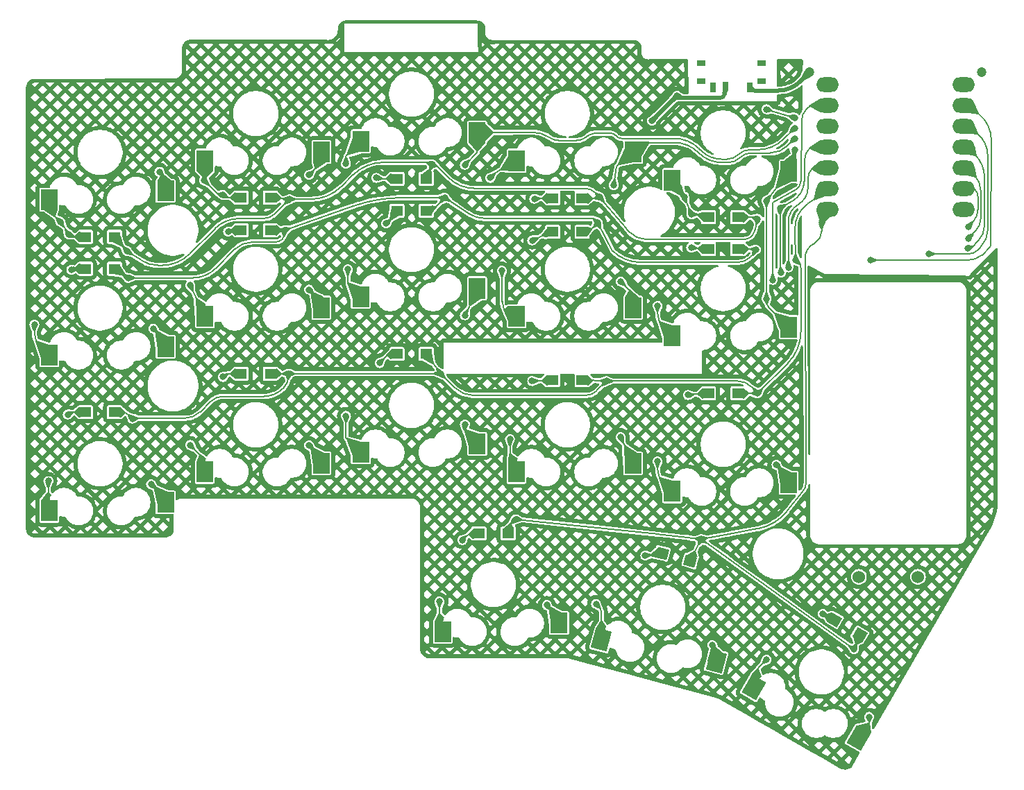
<source format=gtl>
%TF.GenerationSoftware,KiCad,Pcbnew,8.0.5*%
%TF.CreationDate,2025-01-31T00:00:51+02:00*%
%TF.ProjectId,1_3S,315f3353-2e6b-4696-9361-645f70636258,rev?*%
%TF.SameCoordinates,Original*%
%TF.FileFunction,Copper,L1,Top*%
%TF.FilePolarity,Positive*%
%FSLAX46Y46*%
G04 Gerber Fmt 4.6, Leading zero omitted, Abs format (unit mm)*
G04 Created by KiCad (PCBNEW 8.0.5) date 2025-01-31 00:00:51*
%MOMM*%
%LPD*%
G01*
G04 APERTURE LIST*
G04 Aperture macros list*
%AMRotRect*
0 Rectangle, with rotation*
0 The origin of the aperture is its center*
0 $1 length*
0 $2 width*
0 $3 Rotation angle, in degrees counterclockwise*
0 Add horizontal line*
21,1,$1,$2,0,0,$3*%
%AMOutline5P*
0 Free polygon, 5 corners , with rotation*
0 The origin of the aperture is its center*
0 number of corners: always 5*
0 $1 to $10 corner X, Y*
0 $11 Rotation angle, in degrees counterclockwise*
0 create outline with 5 corners*
4,1,5,$1,$2,$3,$4,$5,$6,$7,$8,$9,$10,$1,$2,$11*%
%AMOutline6P*
0 Free polygon, 6 corners , with rotation*
0 The origin of the aperture is its center*
0 number of corners: always 6*
0 $1 to $12 corner X, Y*
0 $13 Rotation angle, in degrees counterclockwise*
0 create outline with 6 corners*
4,1,6,$1,$2,$3,$4,$5,$6,$7,$8,$9,$10,$11,$12,$1,$2,$13*%
%AMOutline7P*
0 Free polygon, 7 corners , with rotation*
0 The origin of the aperture is its center*
0 number of corners: always 7*
0 $1 to $14 corner X, Y*
0 $15 Rotation angle, in degrees counterclockwise*
0 create outline with 7 corners*
4,1,7,$1,$2,$3,$4,$5,$6,$7,$8,$9,$10,$11,$12,$13,$14,$1,$2,$15*%
%AMOutline8P*
0 Free polygon, 8 corners , with rotation*
0 The origin of the aperture is its center*
0 number of corners: always 8*
0 $1 to $16 corner X, Y*
0 $17 Rotation angle, in degrees counterclockwise*
0 create outline with 8 corners*
4,1,8,$1,$2,$3,$4,$5,$6,$7,$8,$9,$10,$11,$12,$13,$14,$15,$16,$1,$2,$17*%
G04 Aperture macros list end*
%TA.AperFunction,SMDPad,CuDef*%
%ADD10RotRect,1.425000X1.300000X165.000000*%
%TD*%
%TA.AperFunction,SMDPad,CuDef*%
%ADD11R,1.425000X1.300000*%
%TD*%
%TA.AperFunction,SMDPad,CuDef*%
%ADD12RotRect,1.425000X1.300000X150.000000*%
%TD*%
%TA.AperFunction,SMDPad,CuDef*%
%ADD13RotRect,2.000000X2.500000X330.000000*%
%TD*%
%TA.AperFunction,SMDPad,CuDef*%
%ADD14R,2.000000X2.500000*%
%TD*%
%TA.AperFunction,SMDPad,CuDef*%
%ADD15RotRect,2.000000X2.500000X345.000000*%
%TD*%
%TA.AperFunction,ComponentPad*%
%ADD16C,1.524000*%
%TD*%
%TA.AperFunction,SMDPad,CuDef*%
%ADD17O,2.750000X1.800000*%
%TD*%
%TA.AperFunction,ComponentPad*%
%ADD18C,1.200000*%
%TD*%
%TA.AperFunction,SMDPad,CuDef*%
%ADD19R,1.000000X0.800000*%
%TD*%
%TA.AperFunction,SMDPad,CuDef*%
%ADD20R,0.700000X1.280000*%
%TD*%
%TA.AperFunction,SMDPad,CuDef*%
%ADD21Outline5P,-0.350000X0.640000X0.350000X0.640000X0.350000X-0.360000X0.070000X-0.640000X-0.350000X-0.640000X0.000000*%
%TD*%
%TA.AperFunction,ViaPad*%
%ADD22C,0.800000*%
%TD*%
%TA.AperFunction,Conductor*%
%ADD23C,0.200000*%
%TD*%
%TA.AperFunction,Conductor*%
%ADD24C,0.500000*%
%TD*%
%TA.AperFunction,Conductor*%
%ADD25C,0.400000*%
%TD*%
G04 APERTURE END LIST*
D10*
X175505419Y-116849840D03*
X172052235Y-115924562D03*
D11*
X181287500Y-96400000D03*
X177712500Y-96400000D03*
D12*
X196178406Y-125851742D03*
X193082366Y-124064242D03*
D11*
X153287500Y-113500000D03*
X149712500Y-113500000D03*
X105287500Y-77300000D03*
X101712500Y-77300000D03*
X105287500Y-81197000D03*
X101712500Y-81197000D03*
X162287500Y-94800000D03*
X158712500Y-94800000D03*
X181287500Y-74900000D03*
X177712500Y-74900000D03*
X181287500Y-78800000D03*
X177712500Y-78800000D03*
X143287500Y-70200000D03*
X139712500Y-70200000D03*
X143287500Y-74100000D03*
X139712500Y-74100000D03*
X162287500Y-72600000D03*
X158712500Y-72600000D03*
X124287500Y-72500000D03*
X120712500Y-72500000D03*
X143287500Y-91600000D03*
X139712500Y-91600000D03*
X162287500Y-76700000D03*
X158712500Y-76700000D03*
X124287500Y-76500000D03*
X120712500Y-76500000D03*
X124287500Y-94000000D03*
X120712500Y-94000000D03*
X105287500Y-98700000D03*
X101712500Y-98700000D03*
D13*
X183232906Y-132298819D03*
X196055467Y-138489492D03*
D14*
X116300000Y-86990970D03*
X130500000Y-85940970D03*
D15*
X164658126Y-126472581D03*
X178646033Y-129133590D03*
D14*
X97300000Y-72740970D03*
X111500000Y-71690970D03*
X154300000Y-67990970D03*
X168500000Y-66940970D03*
X116300000Y-105990970D03*
X130500000Y-104940970D03*
X173300000Y-89365970D03*
X187500000Y-88315970D03*
X173300000Y-70365970D03*
X187500000Y-69315970D03*
X154300000Y-105990970D03*
X168500000Y-104940970D03*
X154300000Y-86990970D03*
X168500000Y-85940970D03*
D16*
X196044000Y-118806000D03*
X203244000Y-118806000D03*
D14*
X116300000Y-67990970D03*
X130500000Y-66940970D03*
X173300000Y-108365970D03*
X187500000Y-107315970D03*
X97300000Y-91740970D03*
X111500000Y-90690970D03*
X135300000Y-65615970D03*
X149500000Y-64565970D03*
X145300000Y-125490700D03*
X159500000Y-124440700D03*
X135300000Y-103615970D03*
X149500000Y-102565970D03*
X97300000Y-110740970D03*
X111500000Y-109690970D03*
X135300000Y-84615970D03*
X149500000Y-83565970D03*
D17*
X208794960Y-58696046D03*
X208794960Y-61236046D03*
X208794960Y-63776046D03*
X208794960Y-66316046D03*
X208794960Y-68856046D03*
X208794960Y-71396046D03*
X208794960Y-73936046D03*
X192205040Y-73936046D03*
X192205040Y-71396046D03*
X192205040Y-68856046D03*
X192205040Y-66316046D03*
X192205040Y-63776046D03*
X192205040Y-61236046D03*
X192205040Y-58696046D03*
D18*
X190000000Y-57216046D03*
X211000000Y-57216046D03*
D19*
X184150000Y-58300970D03*
X184150000Y-56080970D03*
X176850000Y-58300970D03*
X176850000Y-56080970D03*
D20*
X182750000Y-59060970D03*
D21*
X179750000Y-59060970D03*
D20*
X178250000Y-59060970D03*
D22*
X183700000Y-75100000D03*
X126600000Y-72700000D03*
X144018000Y-68453000D03*
X106807000Y-79038000D03*
X186436000Y-73787000D03*
X164427500Y-72427500D03*
X186563000Y-81661000D03*
X98679000Y-75482000D03*
X99700000Y-77000000D03*
X116200000Y-70400000D03*
X118500000Y-72200000D03*
X133500000Y-68365970D03*
X137200000Y-70100000D03*
X151100000Y-70100000D03*
X156464000Y-72644000D03*
X174752000Y-72390000D03*
X175641000Y-74549000D03*
X106956000Y-82318000D03*
X187452000Y-81026000D03*
X145542000Y-72517000D03*
X183491860Y-78867000D03*
X126000000Y-76500000D03*
X164211000Y-75565000D03*
X95500000Y-88000000D03*
X100000000Y-81300000D03*
X119126000Y-76659000D03*
X114500000Y-83200000D03*
X138402944Y-75664944D03*
X133731000Y-81248000D03*
X156210000Y-77724000D03*
X152525450Y-81423000D03*
X175600000Y-78600000D03*
X171500000Y-85700000D03*
X188341000Y-80137000D03*
X126500000Y-94000000D03*
X183700000Y-96400000D03*
X145034000Y-93980000D03*
X107442000Y-99485000D03*
X165263936Y-94900000D03*
X99568000Y-98977000D03*
X97200000Y-107100000D03*
X114500000Y-102700000D03*
X118500000Y-94400000D03*
X133500000Y-99155000D03*
X137600000Y-92700000D03*
X153500000Y-102000000D03*
X156200000Y-94900000D03*
X171500000Y-104700000D03*
X175200000Y-96600000D03*
X176805500Y-114194500D03*
X195453000Y-127635000D03*
X154178000Y-111760000D03*
X191516000Y-75565000D03*
X144900000Y-121800000D03*
X147700000Y-114300000D03*
X170000000Y-116200000D03*
X164000000Y-122100000D03*
X191643000Y-123317000D03*
X184800000Y-128900000D03*
X109728000Y-107490970D03*
X110744000Y-69342000D03*
X197485000Y-80137000D03*
X110000000Y-88490970D03*
X188214000Y-62738000D03*
X184785000Y-61722000D03*
X204597000Y-79375000D03*
X129000000Y-69740970D03*
X129000000Y-83740970D03*
X129000000Y-102740970D03*
X148000000Y-100200000D03*
X158000000Y-122240700D03*
X148000000Y-86868000D03*
X148000000Y-68500000D03*
X188214000Y-64008000D03*
X209296000Y-78670000D03*
X167000000Y-82740970D03*
X178172155Y-127115970D03*
X167000000Y-101740970D03*
X209423000Y-77470000D03*
X166151320Y-70993000D03*
X188214000Y-65304050D03*
X184785000Y-84836000D03*
X197300000Y-135900000D03*
X188214000Y-66675000D03*
X186000000Y-105115970D03*
X184785000Y-72898000D03*
X209423000Y-76073000D03*
X185547000Y-82550000D03*
X173863000Y-60071000D03*
X170815000Y-63119000D03*
D23*
X170000000Y-116200000D02*
X170081319Y-116118680D01*
X170000000Y-116200000D02*
X172073408Y-116037361D01*
X175505419Y-116849840D02*
X176805500Y-114194500D01*
X196178406Y-125851742D02*
X195453000Y-127635000D01*
X107315000Y-79375000D02*
X106807000Y-79038000D01*
X183700000Y-75100000D02*
X183650000Y-75100000D01*
X134326184Y-69762816D02*
X132948317Y-71140683D01*
X146025154Y-70079154D02*
X144145000Y-68199000D01*
X162577797Y-71374000D02*
X149151190Y-71374000D01*
X143764000Y-69088000D02*
X144018000Y-68453000D01*
X183338613Y-76580908D02*
X183289946Y-76713010D01*
X117513312Y-76288688D02*
X114409690Y-79392310D01*
X183742731Y-75174038D02*
X183752693Y-75184000D01*
X164500000Y-72500000D02*
X163937000Y-71937000D01*
X186563000Y-81661000D02*
X186499500Y-81280000D01*
X183500000Y-75000000D02*
X183564644Y-75064644D01*
X129183793Y-72700000D02*
X126600000Y-72700000D01*
X187896500Y-72961500D02*
X186436000Y-73787000D01*
X168049526Y-76695967D02*
X167911191Y-76547983D01*
X111078822Y-80772000D02*
X110589526Y-80772000D01*
X183682714Y-75246917D02*
X183420885Y-76312095D01*
X182017902Y-77600000D02*
X170132129Y-77600000D01*
X183258578Y-74900000D02*
X181287500Y-74900000D01*
X183700000Y-75100000D02*
X183700000Y-75150000D01*
X164255000Y-72600000D02*
X164427500Y-72427500D01*
X186436000Y-73787000D02*
X186436000Y-80512744D01*
X126600000Y-72700000D02*
X124287500Y-72500000D01*
X106807000Y-79038000D02*
X105287500Y-77300000D01*
X108537438Y-80165990D02*
X107315000Y-79375000D01*
X123397919Y-75057000D02*
X120486869Y-75057000D01*
X126600000Y-72700000D02*
X124840562Y-74459438D01*
X189398326Y-70458858D02*
X189465000Y-67753082D01*
X167642637Y-76244827D02*
X164500000Y-72500000D01*
X144145000Y-68199000D02*
X138101569Y-68199000D01*
X143287500Y-70200000D02*
X143764000Y-69088000D01*
X162287500Y-72600000D02*
X164255000Y-72600000D01*
X163937000Y-71937000D02*
G75*
G03*
X162577797Y-71374001I-1359200J-1359200D01*
G01*
X183420885Y-76312095D02*
G75*
G02*
X183338612Y-76580908I-2439685J599695D01*
G01*
X134326184Y-69762816D02*
G75*
G02*
X138101569Y-68198978I3775416J-3775384D01*
G01*
X132948317Y-71140683D02*
G75*
G02*
X129183793Y-72700007I-3764517J3764483D01*
G01*
X187896500Y-72961500D02*
G75*
G03*
X189398325Y-70458858I-1455700J2575500D01*
G01*
X183650000Y-75100000D02*
G75*
G02*
X183564646Y-75064642I0J120700D01*
G01*
X183742731Y-75174038D02*
G75*
G02*
X183699959Y-75150000I-14631J24038D01*
G01*
X170132129Y-77600000D02*
G75*
G02*
X168049520Y-76695972I-29J2850800D01*
G01*
X120486869Y-75057000D02*
G75*
G03*
X117513337Y-76288713I31J-4205200D01*
G01*
X123397919Y-75057000D02*
G75*
G03*
X124840551Y-74459427I-19J2040200D01*
G01*
X183682714Y-75246917D02*
G75*
G03*
X183699996Y-75150000I-263114J96917D01*
G01*
X110589526Y-80772000D02*
G75*
G02*
X108537432Y-80165999I-26J3777400D01*
G01*
X186436000Y-80512744D02*
G75*
G03*
X186499508Y-81279999I4667000J44D01*
G01*
X183500000Y-75000000D02*
G75*
G03*
X183258578Y-74900009I-241400J-241400D01*
G01*
X189944477Y-66595523D02*
G75*
G03*
X189464977Y-67753082I1157523J-1157577D01*
G01*
X167911191Y-76547983D02*
G75*
G02*
X167642637Y-76244827I5527109J5166783D01*
G01*
X146025154Y-70079154D02*
G75*
G03*
X149151190Y-71374002I3126046J3126054D01*
G01*
X183289946Y-76713010D02*
G75*
G02*
X182017902Y-77600017I-1272046J468610D01*
G01*
X183682714Y-75246917D02*
G75*
G02*
X183742722Y-75174023I134386J-49483D01*
G01*
X191102036Y-66116046D02*
G75*
G03*
X189944455Y-66595501I-36J-1637054D01*
G01*
X111078822Y-80772000D02*
G75*
G03*
X114409687Y-79392307I-22J4710600D01*
G01*
X98854553Y-75684545D02*
X99700000Y-77000000D01*
X99700000Y-77000000D02*
X99850000Y-77150000D01*
X97781550Y-74584550D02*
X98679000Y-75482000D01*
X98679000Y-75482000D02*
X98742500Y-75545500D01*
X100212132Y-77300000D02*
X101912500Y-77300000D01*
X98854553Y-75684545D02*
G75*
G03*
X98742500Y-75545500I-702753J-451655D01*
G01*
X99850000Y-77150000D02*
G75*
G03*
X100212132Y-77299987I362100J362100D01*
G01*
X97781550Y-74584550D02*
G75*
G02*
X97300006Y-73421985I1162550J1162550D01*
G01*
X119012132Y-72500000D02*
X120712500Y-72500000D01*
X117823223Y-72023223D02*
X116200000Y-70400000D01*
X116250000Y-70350000D02*
X116200000Y-70400000D01*
X116300000Y-70229289D02*
X116300000Y-67990970D01*
X118500000Y-72200000D02*
X118250000Y-72200000D01*
X118500000Y-72200000D02*
X118650000Y-72350000D01*
X116250000Y-70350000D02*
G75*
G03*
X116299996Y-70229289I-120700J120700D01*
G01*
X118650000Y-72350000D02*
G75*
G03*
X119012132Y-72499987I362100J362100D01*
G01*
X117823223Y-72023223D02*
G75*
G03*
X118250000Y-72199986I426777J426823D01*
G01*
X133500000Y-67415970D02*
X133500000Y-68365970D01*
X135300000Y-65615970D02*
X133500000Y-67415970D01*
X139712500Y-70200000D02*
X137300000Y-70200000D01*
X137300000Y-70200000D02*
X137200000Y-70100000D01*
X156464000Y-72644000D02*
X156635000Y-72600000D01*
X151100000Y-70100000D02*
X151654515Y-69545485D01*
X156635000Y-72600000D02*
X158712500Y-72600000D01*
X152993232Y-68990970D02*
X154300000Y-68990970D01*
X152993232Y-68990970D02*
G75*
G03*
X151654499Y-69545469I-32J-1893230D01*
G01*
X175641000Y-74549000D02*
X177663500Y-74549000D01*
X175420500Y-74024500D02*
X175641000Y-74549000D01*
X174752000Y-72390000D02*
X173300000Y-70938000D01*
X174752000Y-72390000D02*
X174987053Y-72972387D01*
X175420500Y-74024500D02*
G75*
G02*
X174987053Y-72972387I73058000J30713600D01*
G01*
X125674499Y-77603499D02*
X125724935Y-77553064D01*
X117603443Y-81151557D02*
X119935464Y-78819536D01*
X106978000Y-82296000D02*
X114840513Y-82296000D01*
X164211000Y-75565000D02*
X166004515Y-78995485D01*
X148385363Y-74412575D02*
X145542000Y-72517000D01*
X163076000Y-76700000D02*
X164211000Y-75565000D01*
X122092247Y-77926167D02*
X124968000Y-77926167D01*
X126000000Y-76500000D02*
X124287500Y-76500000D01*
X134360757Y-73549624D02*
X126000000Y-76500000D01*
X189837822Y-71345515D02*
X189865000Y-70043845D01*
X162287500Y-76700000D02*
X163076000Y-76700000D01*
X190931954Y-68656046D02*
X191185954Y-68656046D01*
X183500000Y-78750000D02*
X183491860Y-78867000D01*
X190271477Y-69062523D02*
X190498348Y-68835651D01*
X187452000Y-81026000D02*
X187452000Y-75435110D01*
X143287500Y-74100000D02*
X143959000Y-74100000D01*
X169395129Y-80400000D02*
X181280761Y-80400000D01*
X143959000Y-74100000D02*
X145542000Y-72517000D01*
X183295930Y-78833500D02*
X183491860Y-78867000D01*
X126000000Y-76889000D02*
X126000000Y-76500000D01*
X182849999Y-79749999D02*
X183252512Y-79347487D01*
X106956000Y-82318000D02*
X106978000Y-82296000D01*
X182901226Y-78800000D02*
X181287500Y-78800000D01*
X144208500Y-73850500D02*
X143287500Y-74100000D01*
X106956000Y-82318000D02*
X105287500Y-81197000D01*
X164211000Y-75565000D02*
X163703000Y-75057000D01*
X145542000Y-72517000D02*
X140390098Y-72517000D01*
X163703000Y-75057000D02*
X150513755Y-75057000D01*
X188658499Y-73342499D02*
G75*
G03*
X187452002Y-75435110I1211501J-2092601D01*
G01*
X190498348Y-68835651D02*
G75*
G02*
X190931954Y-68656067I433552J-433549D01*
G01*
X189865000Y-70043845D02*
G75*
G02*
X190271454Y-69062500I1387800J45D01*
G01*
X124888673Y-77929000D02*
G75*
G03*
X125674508Y-77603508I27J1111300D01*
G01*
X140390098Y-72517000D02*
G75*
G03*
X134360756Y-73549621I2J-18118600D01*
G01*
X183252512Y-79347487D02*
G75*
G03*
X183499992Y-78750000I-597512J597487D01*
G01*
X150513755Y-75057000D02*
G75*
G02*
X148385378Y-74412552I45J3837000D01*
G01*
X181280761Y-80400000D02*
G75*
G03*
X182850011Y-79750011I39J2219200D01*
G01*
X182901226Y-78800000D02*
G75*
G02*
X183295929Y-78833504I-26J-2342000D01*
G01*
X119935464Y-78819536D02*
G75*
G02*
X122092247Y-77926195I2156736J-2156764D01*
G01*
X166004515Y-78995485D02*
G75*
G03*
X169395129Y-80399970I3390585J3390385D01*
G01*
X125724935Y-77553064D02*
G75*
G03*
X126000008Y-76889000I-664035J664064D01*
G01*
X188658499Y-73342499D02*
G75*
G03*
X189837868Y-71345516I-1184699J2046399D01*
G01*
X114840513Y-82296000D02*
G75*
G03*
X117603442Y-81151556I-13J3907400D01*
G01*
X100175831Y-81197000D02*
X101844500Y-81197000D01*
X95500000Y-88970485D02*
X95500000Y-88000000D01*
X96186236Y-90627206D02*
X97300000Y-91740970D01*
X100000000Y-81300000D02*
X100051500Y-81248500D01*
X95500000Y-88970485D02*
G75*
G03*
X96186241Y-90627201I2342900J-15D01*
G01*
X100051500Y-81248500D02*
G75*
G02*
X100175831Y-81197013I124300J-124300D01*
G01*
X119397429Y-76500000D02*
X120712500Y-76500000D01*
X114500000Y-83200000D02*
X116000000Y-86478837D01*
X119126000Y-76659000D02*
X119205500Y-76579500D01*
X119205500Y-76579500D02*
G75*
G02*
X119397429Y-76500012I191900J-191900D01*
G01*
X139712500Y-74355388D02*
X138402944Y-75664944D01*
X133731000Y-83046970D02*
X133731000Y-81248000D01*
X135300000Y-84615970D02*
X133731000Y-83046970D01*
X152525450Y-85216420D02*
X152525450Y-81423000D01*
X157607000Y-77089000D02*
X156210000Y-77724000D01*
X158712500Y-76700000D02*
X157607000Y-77089000D01*
X152525450Y-84961623D02*
G75*
G03*
X153412736Y-87103684I3029350J23D01*
G01*
X172159720Y-88225690D02*
X173300000Y-89365970D01*
X175600000Y-78600000D02*
X177712500Y-78800000D01*
X171500000Y-85700000D02*
X171500000Y-86632985D01*
X175600000Y-78600000D02*
X175941421Y-78800000D01*
X175600000Y-78600000D02*
X175700000Y-78700000D01*
X175941421Y-78800000D02*
G75*
G02*
X175699994Y-78700006I-21J341400D01*
G01*
X171500000Y-86632985D02*
G75*
G03*
X172159718Y-88225692I2252400J-15D01*
G01*
X107486000Y-99441000D02*
X107442000Y-99485000D01*
X188976000Y-88870036D02*
X188976000Y-81051598D01*
X106101921Y-98700000D02*
X105287500Y-98700000D01*
X126500000Y-94000000D02*
X124287500Y-94000000D01*
X183700000Y-96400000D02*
X187382207Y-92717792D01*
X165263936Y-94900000D02*
X162287500Y-94800000D01*
X116979715Y-97396285D02*
X115737819Y-98638181D01*
X183700000Y-96400000D02*
X181287500Y-96400000D01*
X190899351Y-72506998D02*
X189763476Y-73317022D01*
X183000000Y-95650000D02*
X183700000Y-96400000D01*
X123455238Y-96774000D02*
X118482044Y-96774000D01*
X164071008Y-96092928D02*
X165263936Y-94900000D01*
X145034000Y-93980000D02*
X146757023Y-95703023D01*
X107049500Y-99092500D02*
X107442000Y-99485000D01*
X125919395Y-95695605D02*
X125820882Y-95794118D01*
X149035985Y-96647000D02*
X162733359Y-96647000D01*
X145034000Y-93980000D02*
X126500000Y-94000000D01*
X165263936Y-94900000D02*
X181274085Y-94900000D01*
X126500000Y-94000000D02*
X126500000Y-94293900D01*
X113799641Y-99441000D02*
X107486000Y-99441000D01*
X188256281Y-76324646D02*
X188341000Y-80137000D01*
X188658500Y-80391000D02*
X188341000Y-80137000D01*
X143287500Y-91600000D02*
X145034000Y-93980000D01*
X107049500Y-99092500D02*
G75*
G03*
X106101921Y-98699991I-947600J-947600D01*
G01*
X191312954Y-71704046D02*
G75*
G02*
X190899340Y-72506982I-986254J46D01*
G01*
X181274085Y-94900000D02*
G75*
G02*
X183000018Y-95649983I15J-2360900D01*
G01*
X146757023Y-95703023D02*
G75*
G03*
X149035985Y-96647022I2278977J2278923D01*
G01*
X188976000Y-88870036D02*
G75*
G02*
X187382200Y-92717785I-5441600J36D01*
G01*
X188658500Y-80391000D02*
G75*
G02*
X188975993Y-81051598I-528500J-660600D01*
G01*
X162733359Y-96647000D02*
G75*
G03*
X164071024Y-96092944I41J1891700D01*
G01*
X188256281Y-76324646D02*
G75*
G02*
X189763505Y-73317062I3595019J79846D01*
G01*
X115737819Y-98638181D02*
G75*
G02*
X113799641Y-99441029I-1938219J1938181D01*
G01*
X125820882Y-95794118D02*
G75*
G02*
X123455238Y-96774034I-2365682J2365618D01*
G01*
X126500000Y-94293900D02*
G75*
G02*
X125919393Y-95695603I-1982300J0D01*
G01*
X116979715Y-97396285D02*
G75*
G02*
X118482044Y-96774027I1502285J-1502315D01*
G01*
X97200000Y-107100000D02*
X97200000Y-110640970D01*
X99568000Y-98977000D02*
X99706500Y-98838500D01*
X100040868Y-98700000D02*
X101712500Y-98700000D01*
X100040868Y-98700000D02*
G75*
G03*
X99706509Y-98838509I32J-472900D01*
G01*
X118500000Y-94400000D02*
X118700000Y-94200000D01*
X115722862Y-103922862D02*
X114500000Y-102700000D01*
X119182842Y-94000000D02*
X120712500Y-94000000D01*
X118700000Y-94200000D02*
G75*
G02*
X119182842Y-94000018I482800J-482800D01*
G01*
X115722862Y-103922862D02*
G75*
G02*
X116249999Y-105195485I-1272662J-1272638D01*
G01*
X133500000Y-101815970D02*
X133500000Y-99155000D01*
X139712500Y-91600000D02*
X138700000Y-91600000D01*
X138700000Y-91600000D02*
X137600000Y-92700000D01*
X135300000Y-103615970D02*
X133500000Y-101815970D01*
X156200000Y-94900000D02*
X158712500Y-94800000D01*
X153500000Y-105190970D02*
X153500000Y-102000000D01*
X172159720Y-107225690D02*
X173300000Y-108365970D01*
X171500000Y-105632985D02*
X171500000Y-104700000D01*
X175200000Y-96600000D02*
X177712500Y-96400000D01*
X171500000Y-105632985D02*
G75*
G03*
X172159718Y-107225692I2252400J-15D01*
G01*
X191516000Y-76567975D02*
X191516000Y-75565000D01*
X183698327Y-112934902D02*
X180200770Y-113582598D01*
X153587843Y-112350156D02*
X154178000Y-111760000D01*
X187328046Y-110738240D02*
X189171683Y-108389316D01*
X195453000Y-127635000D02*
X176805500Y-114194500D01*
X177937750Y-113993250D02*
X176805500Y-114194500D01*
X154178000Y-111760000D02*
X171627721Y-113608977D01*
X189611000Y-107328711D02*
X189489206Y-79912134D01*
X191516000Y-75565000D02*
X191730040Y-73936046D01*
X190646634Y-78071113D02*
X190500000Y-78155475D01*
X175080250Y-113993250D02*
X176805500Y-114194500D01*
X153587843Y-112350156D02*
G75*
G03*
X153287524Y-113075250I725057J-725044D01*
G01*
X175080250Y-113993250D02*
G75*
G03*
X171627721Y-113608977I-38114850J-326743950D01*
G01*
X187328046Y-110738240D02*
G75*
G02*
X183698320Y-112934863I-4722946J3707040D01*
G01*
X189611000Y-107328711D02*
G75*
G02*
X189171673Y-108389306I-1499900J11D01*
G01*
X177937750Y-113993250D02*
G75*
G03*
X180200770Y-113582598I-55898550J314486450D01*
G01*
X190500000Y-78155475D02*
G75*
G03*
X189489193Y-79912134I1005500J-1747725D01*
G01*
X190646634Y-78071113D02*
G75*
G03*
X191515953Y-76567975I-864834J1503113D01*
G01*
X148100000Y-113900000D02*
X147700000Y-114300000D01*
X144900000Y-121800000D02*
X144900000Y-124574152D01*
X149065685Y-113500000D02*
X149712500Y-113500000D01*
X149065685Y-113500000D02*
G75*
G03*
X148100004Y-113900004I15J-1365700D01*
G01*
X164658126Y-123223491D02*
X164658126Y-126472581D01*
X164329063Y-122429063D02*
X164000000Y-122100000D01*
X164329063Y-122429063D02*
G75*
G02*
X164658122Y-123223491I-794463J-794437D01*
G01*
X191643000Y-123317000D02*
X193351980Y-124306250D01*
X184800000Y-128900000D02*
X183880518Y-129819481D01*
X183880518Y-129819481D02*
G75*
G03*
X183232876Y-131382956I1563482J-1563519D01*
G01*
X209320098Y-80137000D02*
X197485000Y-80137000D01*
X210641452Y-62268023D02*
X209069960Y-61036046D01*
X109728000Y-107490970D02*
X111252512Y-108743482D01*
X111500000Y-70098000D02*
X110744000Y-69342000D01*
X111500000Y-71690970D02*
X111500000Y-70098000D01*
X211073999Y-79501999D02*
X212019553Y-78556445D01*
X212166000Y-78202891D02*
X212206569Y-65496826D01*
X110000000Y-88490970D02*
X111500000Y-89990970D01*
X209320098Y-80137000D02*
G75*
G03*
X211074003Y-79502004I2J2739700D01*
G01*
X212166000Y-78202891D02*
G75*
G02*
X212019557Y-78556449I-500000J-9D01*
G01*
X210641452Y-62268023D02*
G75*
G02*
X212206566Y-65496826I-2521052J-3215777D01*
G01*
X210912000Y-78521000D02*
X210485000Y-78948000D01*
X211766000Y-67362476D02*
X211766000Y-76459261D01*
X184785000Y-61722000D02*
X188214000Y-62738000D01*
X129000000Y-83740970D02*
X130500000Y-85240970D01*
X129000000Y-102740970D02*
X130500000Y-104240970D01*
X210417980Y-64617523D02*
X209069960Y-63576046D01*
X209454130Y-79375000D02*
X204597000Y-79375000D01*
X130040380Y-68700589D02*
X129000000Y-69740970D01*
X210485000Y-78948000D02*
G75*
G02*
X209454130Y-79375013I-1030900J1030900D01*
G01*
X130040380Y-68700589D02*
G75*
G03*
X130499989Y-67590970I-1109580J1109589D01*
G01*
X210417980Y-64617523D02*
G75*
G02*
X211766005Y-67362476I-2120780J-2744977D01*
G01*
X210912000Y-78521000D02*
G75*
G03*
X211765984Y-76459261I-2061700J2061700D01*
G01*
X173736000Y-65283294D02*
X167160013Y-65283294D01*
X188214000Y-64008000D02*
X186843630Y-65378369D01*
X149500000Y-67000000D02*
X148000000Y-68500000D01*
X210217980Y-67264066D02*
X209069960Y-66116046D01*
X148000000Y-101065970D02*
X148000000Y-100200000D01*
X176820845Y-66781159D02*
X176587686Y-66548000D01*
X163124490Y-64867073D02*
X162620374Y-65215162D01*
X158000000Y-122240700D02*
X159252512Y-123493212D01*
X161603903Y-65532000D02*
X159484993Y-65532000D01*
X165747326Y-64643000D02*
X163843355Y-64643000D01*
X149500000Y-64565970D02*
X149500000Y-67000000D01*
X156129296Y-64523787D02*
X149500000Y-64565970D01*
X182773972Y-66656000D02*
X183759157Y-66656000D01*
X179968655Y-67818000D02*
X179324000Y-67818000D01*
X166470822Y-64997822D02*
X166376693Y-64903693D01*
X149500000Y-83900000D02*
X148000000Y-86868000D01*
X149500000Y-102565970D02*
X148000000Y-101065970D01*
X210556500Y-77860500D02*
X209906452Y-78510547D01*
X211366000Y-70035631D02*
X211366000Y-75906194D01*
X209296000Y-78670000D02*
X209521500Y-78670000D01*
X209906452Y-78510547D02*
G75*
G02*
X209521500Y-78670001I-384952J384947D01*
G01*
X167160013Y-65283294D02*
G75*
G02*
X166470809Y-64997835I-13J974694D01*
G01*
X159484993Y-65532000D02*
G75*
G02*
X158371120Y-65194749I7J2008100D01*
G01*
X182773972Y-66656000D02*
G75*
G03*
X181371340Y-67237026I28J-1983600D01*
G01*
X183759157Y-66656000D02*
G75*
G03*
X186843651Y-65378390I43J4362100D01*
G01*
X165747326Y-64643000D02*
G75*
G02*
X166376689Y-64903697I-26J-890100D01*
G01*
X163843355Y-64643000D02*
G75*
G03*
X163124500Y-64867088I45J-1265200D01*
G01*
X161603903Y-65532000D02*
G75*
G03*
X162620370Y-65215157I-3J1788900D01*
G01*
X176587686Y-66548000D02*
G75*
G03*
X173521634Y-65277990I-3066086J-3066100D01*
G01*
X158371121Y-65194747D02*
G75*
G03*
X156129296Y-64523770I-2216421J-3324753D01*
G01*
X176820845Y-66781159D02*
G75*
G03*
X179324000Y-67817999I2503155J2503159D01*
G01*
X210217980Y-67264066D02*
G75*
G02*
X211365973Y-70035631I-2771580J-2771534D01*
G01*
X210556500Y-77860500D02*
G75*
G03*
X211365998Y-75906194I-1954300J1954300D01*
G01*
X179968655Y-67818000D02*
G75*
G03*
X181371345Y-67237031I45J1983700D01*
G01*
X178172155Y-127115970D02*
X178409094Y-127352909D01*
X166497000Y-68707000D02*
X166151320Y-70993000D01*
X210966000Y-74835934D02*
X210966000Y-71892788D01*
X173540316Y-65786000D02*
X168729764Y-65786000D01*
X168500000Y-104940970D02*
X167000000Y-101740970D01*
X185223234Y-67056000D02*
X182939658Y-67056000D01*
X178646033Y-127924930D02*
X178646033Y-129133590D01*
X176476000Y-67002000D02*
X176538001Y-67064001D01*
X210194500Y-76698500D02*
X209423000Y-77470000D01*
X179324000Y-68218000D02*
X180134341Y-68218000D01*
X188214000Y-65304050D02*
X187338025Y-66180025D01*
X210017980Y-69604066D02*
X209069960Y-68656046D01*
X168500000Y-66940970D02*
X166497000Y-68707000D01*
X168052265Y-83793235D02*
X167000000Y-82740970D01*
X210966000Y-71892788D02*
G75*
G03*
X210017966Y-69604080I-3236700J-12D01*
G01*
X187338025Y-66180025D02*
G75*
G02*
X185223234Y-67056014I-2114825J2114825D01*
G01*
X168500000Y-84874163D02*
G75*
G03*
X168052254Y-83793246I-1528700J-37D01*
G01*
X179324000Y-68218000D02*
G75*
G02*
X176538000Y-67064002I0J3940000D01*
G01*
X178646033Y-127924930D02*
G75*
G03*
X178409104Y-127352899I-808933J30D01*
G01*
X168729764Y-65786000D02*
G75*
G03*
X168498010Y-65882010I36J-327800D01*
G01*
X180134341Y-68218000D02*
G75*
G03*
X181536988Y-67636988I-41J1983700D01*
G01*
X176476000Y-67002000D02*
G75*
G03*
X173540316Y-65785993I-2935700J-2935700D01*
G01*
X181537000Y-67637000D02*
G75*
G02*
X182939658Y-67055953I1402700J-1402600D01*
G01*
X210194500Y-76698500D02*
G75*
G03*
X210966014Y-74835934I-1862600J1862600D01*
G01*
X185055457Y-85871427D02*
X187500000Y-88315970D01*
X184785000Y-85218485D02*
X184785000Y-84836000D01*
X210166454Y-71482454D02*
X210223023Y-71539023D01*
X210566000Y-72367042D02*
X210566000Y-73948694D01*
X184785000Y-72898000D02*
X184785000Y-84836000D01*
X197300000Y-136572479D02*
X197300000Y-135900000D01*
X184785000Y-72898000D02*
X187500000Y-69315970D01*
X186000000Y-105115970D02*
X187500000Y-106615970D01*
X209423000Y-76073000D02*
X209994500Y-75438000D01*
X188214000Y-66675000D02*
X188214000Y-68601970D01*
X210566000Y-72367042D02*
G75*
G03*
X210223045Y-71539001I-1171000J42D01*
G01*
X184785000Y-85218485D02*
G75*
G03*
X185055450Y-85871434I923400J-15D01*
G01*
X210166454Y-71482454D02*
G75*
G03*
X209475003Y-71196042I-691454J-691446D01*
G01*
X197300000Y-136572479D02*
G75*
G02*
X196824494Y-137720482I-1623500J-21D01*
G01*
X209994500Y-75438000D02*
G75*
G03*
X210565992Y-73948694I-1654800J1489300D01*
G01*
X185547000Y-73152000D02*
X185547000Y-82550000D01*
X189719570Y-61613429D02*
X189680976Y-61652022D01*
X188443907Y-71494448D02*
X185547000Y-73113341D01*
X189065000Y-63139123D02*
X188983254Y-70469430D01*
X191113497Y-61036046D02*
G75*
G03*
X189719583Y-61613442I3J-1971254D01*
G01*
X188983254Y-70469430D02*
G75*
G02*
X188443935Y-71494487I-1270654J14130D01*
G01*
X189680976Y-61652022D02*
G75*
G03*
X189065022Y-63139123I1487124J-1487078D01*
G01*
D24*
X179132603Y-60325000D02*
X173609000Y-60325000D01*
X179750000Y-59255970D02*
X179750000Y-59479985D01*
X173863000Y-60071000D02*
X170815000Y-63119000D01*
X179664000Y-59887985D02*
X179712348Y-59642300D01*
X179712348Y-59642300D02*
G75*
G03*
X179749991Y-59255970I-1963348J386300D01*
G01*
X179664000Y-59887985D02*
G75*
G02*
X179132603Y-60324994I-531400J104585D01*
G01*
X183361931Y-59436000D02*
X186210301Y-59436000D01*
X188890023Y-58326023D02*
X190000000Y-57216046D01*
D25*
X182957515Y-59268485D02*
X182790000Y-59100970D01*
D24*
X188890023Y-58326023D02*
G75*
G02*
X186210301Y-59436001I-2679723J2679723D01*
G01*
D25*
X183361931Y-59436000D02*
G75*
G02*
X182957506Y-59268494I-31J571900D01*
G01*
%TA.AperFunction,NonConductor*%
G36*
X189171153Y-55636242D02*
G01*
X189216915Y-55689040D01*
X189228125Y-55741195D01*
X189222035Y-56940873D01*
X189207938Y-56997669D01*
X188808187Y-57762718D01*
X188785967Y-57792974D01*
X188599826Y-57979116D01*
X188599823Y-57979120D01*
X188573613Y-58005328D01*
X188569208Y-58009521D01*
X188333183Y-58223441D01*
X188323777Y-58231161D01*
X188070348Y-58419117D01*
X188060230Y-58425877D01*
X187789618Y-58588076D01*
X187778886Y-58593813D01*
X187493655Y-58728717D01*
X187482412Y-58733373D01*
X187185361Y-58839660D01*
X187173716Y-58843193D01*
X186867653Y-58919857D01*
X186855719Y-58922231D01*
X186543627Y-58968526D01*
X186531517Y-58969719D01*
X186231063Y-58984480D01*
X186213332Y-58985351D01*
X186207250Y-58985500D01*
X186142447Y-58985500D01*
X186075408Y-58965815D01*
X186029653Y-58913011D01*
X186018447Y-58861772D01*
X186017633Y-58490475D01*
X186017384Y-58377054D01*
X186985091Y-58377054D01*
X187034883Y-58364582D01*
X187297345Y-58270672D01*
X187549355Y-58151479D01*
X187701430Y-58060329D01*
X187501623Y-57860522D01*
X186985091Y-58377054D01*
X186017384Y-58377054D01*
X186014392Y-57011276D01*
X186512391Y-57011276D01*
X186514575Y-58007674D01*
X186582385Y-58075484D01*
X187149485Y-57508384D01*
X187853762Y-57508384D01*
X188104224Y-57758846D01*
X188227977Y-57646685D01*
X188247693Y-57626971D01*
X188393332Y-57481329D01*
X188588120Y-57108542D01*
X188420862Y-56941284D01*
X187853762Y-57508384D01*
X187149485Y-57508384D01*
X186582384Y-56941283D01*
X186512391Y-57011276D01*
X186014392Y-57011276D01*
X186013467Y-56589145D01*
X186934523Y-56589145D01*
X187501623Y-57156245D01*
X188068724Y-56589145D01*
X187594336Y-56114757D01*
X187408886Y-56114781D01*
X186934523Y-56589145D01*
X186013467Y-56589145D01*
X186011609Y-55741212D01*
X186031146Y-55674133D01*
X186083849Y-55628263D01*
X186135587Y-55616945D01*
X189104115Y-55616567D01*
X189171153Y-55636242D01*
G37*
%TD.AperFunction*%
%TA.AperFunction,NonConductor*%
G36*
X187403167Y-65346315D02*
G01*
X187459100Y-65388187D01*
X187483517Y-65453651D01*
X187474493Y-65509710D01*
X187407723Y-65671865D01*
X187380744Y-65712333D01*
X187159195Y-65933883D01*
X187159192Y-65933886D01*
X187127995Y-65965081D01*
X187122944Y-65969856D01*
X186905777Y-66163929D01*
X186894905Y-66172599D01*
X186660221Y-66339117D01*
X186648447Y-66346516D01*
X186396590Y-66485713D01*
X186384063Y-66491746D01*
X186118204Y-66601872D01*
X186105079Y-66606464D01*
X186101858Y-66607392D01*
X186031989Y-66607037D01*
X185973404Y-66568964D01*
X185944703Y-66505261D01*
X185954998Y-66436154D01*
X186001021Y-66383584D01*
X186005498Y-66380869D01*
X186266755Y-66230036D01*
X186600271Y-65996509D01*
X186912165Y-65734803D01*
X186995170Y-65651799D01*
X187056114Y-65590857D01*
X187107204Y-65539767D01*
X187107208Y-65539760D01*
X187272154Y-65374814D01*
X187333475Y-65341331D01*
X187403167Y-65346315D01*
G37*
%TD.AperFunction*%
%TA.AperFunction,NonConductor*%
G36*
X188502104Y-70786155D02*
G01*
X188547859Y-70838959D01*
X188557803Y-70908117D01*
X188539912Y-70956675D01*
X188494846Y-71028045D01*
X188483146Y-71043692D01*
X188395163Y-71143816D01*
X188381148Y-71157432D01*
X188286764Y-71235666D01*
X188268123Y-71248442D01*
X185676303Y-72696841D01*
X185608179Y-72712362D01*
X185542478Y-72688588D01*
X185500061Y-72633067D01*
X185494393Y-72563428D01*
X185495832Y-72557279D01*
X185498577Y-72546765D01*
X185529264Y-72429200D01*
X185550422Y-72385618D01*
X185551488Y-72384212D01*
X186134115Y-71615523D01*
X186179103Y-71578722D01*
X187839142Y-70778763D01*
X187892972Y-70766470D01*
X188435065Y-70766470D01*
X188502104Y-70786155D01*
G37*
%TD.AperFunction*%
%TA.AperFunction,NonConductor*%
G36*
X188449936Y-71918356D02*
G01*
X188492353Y-71973877D01*
X188498021Y-72043516D01*
X188474931Y-72093895D01*
X188456569Y-72117794D01*
X188447282Y-72128545D01*
X188245237Y-72337010D01*
X188234781Y-72346629D01*
X188010233Y-72530601D01*
X187998745Y-72538961D01*
X187751627Y-72697971D01*
X187745545Y-72701643D01*
X187721167Y-72715422D01*
X187721146Y-72715433D01*
X187046604Y-73096696D01*
X187000453Y-73111852D01*
X186559786Y-73165060D01*
X186490871Y-73153553D01*
X186439116Y-73106615D01*
X186420954Y-73039147D01*
X186442151Y-72972571D01*
X186484428Y-72933711D01*
X188316114Y-71910102D01*
X188384235Y-71894582D01*
X188449936Y-71918356D01*
G37*
%TD.AperFunction*%
%TA.AperFunction,NonConductor*%
G36*
X188610726Y-73826757D02*
G01*
X188662844Y-73873292D01*
X188681529Y-73940617D01*
X188660850Y-74007357D01*
X188660072Y-74008513D01*
X188532535Y-74196012D01*
X188532532Y-74196016D01*
X188364429Y-74497381D01*
X188243318Y-74768361D01*
X188223626Y-74812420D01*
X188112813Y-75134044D01*
X188111217Y-75138675D01*
X188028088Y-75473574D01*
X188028087Y-75473581D01*
X187999017Y-75659875D01*
X187969232Y-75723078D01*
X187910005Y-75760145D01*
X187840140Y-75759306D01*
X187781820Y-75720829D01*
X187753559Y-75656930D01*
X187752500Y-75640757D01*
X187752500Y-75438717D01*
X187752709Y-75431516D01*
X187754615Y-75398751D01*
X187766365Y-75196748D01*
X187768032Y-75182473D01*
X187808198Y-74954410D01*
X187811507Y-74940429D01*
X187877847Y-74718568D01*
X187882758Y-74705057D01*
X187974377Y-74492388D01*
X187980831Y-74479524D01*
X187983333Y-74475185D01*
X188096482Y-74278932D01*
X188104373Y-74266917D01*
X188242514Y-74081077D01*
X188251752Y-74070048D01*
X188410518Y-73901476D01*
X188420961Y-73891605D01*
X188477745Y-73843862D01*
X188541723Y-73815786D01*
X188610726Y-73826757D01*
G37*
%TD.AperFunction*%
%TA.AperFunction,NonConductor*%
G36*
X176659474Y-77920185D02*
G01*
X176705229Y-77972989D01*
X176715173Y-78042147D01*
X176686148Y-78105703D01*
X176660836Y-78127927D01*
X176619563Y-78155223D01*
X176426486Y-78282912D01*
X176359710Y-78303473D01*
X176299771Y-78288916D01*
X176294361Y-78286033D01*
X176008928Y-78133931D01*
X175959022Y-78085033D01*
X175943475Y-78016915D01*
X175967224Y-77951205D01*
X176022727Y-77908766D01*
X176067243Y-77900500D01*
X176592435Y-77900500D01*
X176659474Y-77920185D01*
G37*
%TD.AperFunction*%
%TA.AperFunction,NonConductor*%
G36*
X187957703Y-78248017D02*
G01*
X187995477Y-78306795D01*
X188000468Y-78338974D01*
X188000547Y-78342464D01*
X188021103Y-79267543D01*
X188012591Y-79315527D01*
X188002675Y-79340840D01*
X187992460Y-79366917D01*
X187991957Y-79368200D01*
X187949176Y-79423441D01*
X187883321Y-79446783D01*
X187815300Y-79430816D01*
X187766710Y-79380609D01*
X187752500Y-79322971D01*
X187752500Y-78341730D01*
X187772185Y-78274691D01*
X187824989Y-78228936D01*
X187894147Y-78218992D01*
X187957703Y-78248017D01*
G37*
%TD.AperFunction*%
%TA.AperFunction,NonConductor*%
G36*
X189072883Y-74739173D02*
G01*
X189119295Y-74791400D01*
X189131152Y-74844948D01*
X189106080Y-79784112D01*
X189086056Y-79851051D01*
X189033020Y-79896537D01*
X188963812Y-79906130D01*
X188900405Y-79876783D01*
X188868745Y-79833790D01*
X188857836Y-79809213D01*
X188632586Y-79301751D01*
X188621956Y-79254206D01*
X188556774Y-76320988D01*
X188556786Y-76314970D01*
X188557401Y-76291770D01*
X188565035Y-76003429D01*
X188565941Y-75991399D01*
X188567058Y-75982428D01*
X188604059Y-75685126D01*
X188606125Y-75673273D01*
X188673831Y-75372166D01*
X188677048Y-75360539D01*
X188678053Y-75357492D01*
X188773695Y-75067453D01*
X188778026Y-75056194D01*
X188779121Y-75053716D01*
X188893724Y-74794222D01*
X188938814Y-74740851D01*
X189005602Y-74720329D01*
X189072883Y-74739173D01*
G37*
%TD.AperFunction*%
%TA.AperFunction,NonConductor*%
G36*
X187840441Y-73421630D02*
G01*
X187883127Y-73476944D01*
X187889132Y-73546555D01*
X187859813Y-73604870D01*
X187753095Y-73723592D01*
X187585969Y-73953970D01*
X187443808Y-74200540D01*
X187328171Y-74460602D01*
X187328166Y-74460614D01*
X187240315Y-74731325D01*
X187240314Y-74731329D01*
X187183478Y-74999039D01*
X187181205Y-75009746D01*
X187181203Y-75009759D01*
X187151492Y-75292790D01*
X187151491Y-75292806D01*
X187151500Y-75428578D01*
X187151500Y-80148099D01*
X187141962Y-80195791D01*
X186975933Y-80594260D01*
X186931978Y-80648572D01*
X186865638Y-80670498D01*
X186797974Y-80653077D01*
X186750471Y-80601840D01*
X186737518Y-80549981D01*
X186736547Y-80514698D01*
X186736500Y-80511287D01*
X186736500Y-74664898D01*
X186746038Y-74617206D01*
X186961579Y-74099904D01*
X186978248Y-74071358D01*
X187305536Y-73651618D01*
X187342304Y-73619919D01*
X187706581Y-73414024D01*
X187774626Y-73398175D01*
X187840441Y-73421630D01*
G37*
%TD.AperFunction*%
%TA.AperFunction,NonConductor*%
G36*
X186052703Y-74475185D02*
G01*
X186085961Y-74521204D01*
X186125962Y-74617206D01*
X186135500Y-74664898D01*
X186135500Y-80457541D01*
X186135499Y-80457559D01*
X186135499Y-80461377D01*
X186135493Y-80461394D01*
X186135490Y-80649510D01*
X186135490Y-80649515D01*
X186145982Y-80839900D01*
X186142317Y-80877394D01*
X186091647Y-81075886D01*
X186055992Y-81135973D01*
X185993512Y-81167246D01*
X185924043Y-81159774D01*
X185869641Y-81115931D01*
X185847579Y-81049636D01*
X185847500Y-81045215D01*
X185847500Y-74568898D01*
X185867185Y-74501859D01*
X185919989Y-74456104D01*
X185989147Y-74446160D01*
X186052703Y-74475185D01*
G37*
%TD.AperFunction*%
%TA.AperFunction,NonConductor*%
G36*
X188201021Y-80729620D02*
G01*
X188585073Y-80867615D01*
X188641506Y-80908809D01*
X188666365Y-80970449D01*
X188673928Y-81037689D01*
X188674723Y-81044749D01*
X188675500Y-81058610D01*
X188675500Y-86745356D01*
X188655815Y-86812395D01*
X188603011Y-86858150D01*
X188533853Y-86868094D01*
X188527311Y-86866974D01*
X188519749Y-86865470D01*
X188519748Y-86865470D01*
X187728572Y-86865470D01*
X187693691Y-86860463D01*
X185992185Y-86361696D01*
X185939385Y-86330384D01*
X185613789Y-86004788D01*
X186934523Y-86004788D01*
X187096056Y-86166321D01*
X187723318Y-86350192D01*
X188068723Y-86004787D01*
X187501623Y-85437687D01*
X186934523Y-86004788D01*
X185613789Y-86004788D01*
X185272259Y-85663258D01*
X185264086Y-85654241D01*
X185263826Y-85653924D01*
X185233593Y-85617084D01*
X185206282Y-85552776D01*
X185210991Y-85501764D01*
X185339809Y-85085549D01*
X186015285Y-85085549D01*
X186582385Y-85652649D01*
X187149485Y-85085549D01*
X187853762Y-85085549D01*
X188177500Y-85409287D01*
X188177500Y-84761811D01*
X187853762Y-85085549D01*
X187149485Y-85085549D01*
X186582385Y-84518449D01*
X186015285Y-85085549D01*
X185339809Y-85085549D01*
X185347717Y-85059999D01*
X185348086Y-85057117D01*
X185356521Y-85025407D01*
X185370044Y-84992762D01*
X185390682Y-84836000D01*
X185390645Y-84835722D01*
X185377054Y-84732483D01*
X185370044Y-84679238D01*
X185349444Y-84629508D01*
X185342444Y-84606516D01*
X185339745Y-84593091D01*
X185095038Y-84005792D01*
X185085500Y-83958100D01*
X185085500Y-83678856D01*
X185583500Y-83678856D01*
X185583500Y-83883300D01*
X185804140Y-84412840D01*
X185806341Y-84418511D01*
X185810499Y-84430055D01*
X185812419Y-84435827D01*
X185819569Y-84459217D01*
X185821207Y-84465085D01*
X185822517Y-84470270D01*
X185836377Y-84503730D01*
X185839235Y-84511324D01*
X185844497Y-84526825D01*
X185846852Y-84534589D01*
X185850046Y-84546509D01*
X186230244Y-84166310D01*
X186934523Y-84166310D01*
X187501623Y-84733410D01*
X188068724Y-84166310D01*
X187501623Y-83599209D01*
X186934523Y-84166310D01*
X186230244Y-84166310D01*
X186230245Y-84166309D01*
X185701565Y-83637629D01*
X185613076Y-83649279D01*
X185583500Y-83678856D01*
X185085500Y-83678856D01*
X185085500Y-83432792D01*
X186201006Y-83432792D01*
X186582385Y-83814171D01*
X187149485Y-83247071D01*
X187853762Y-83247071D01*
X188177500Y-83570809D01*
X188177500Y-82923333D01*
X187853762Y-83247071D01*
X187149485Y-83247071D01*
X186658782Y-82756368D01*
X186627263Y-82760518D01*
X186623654Y-82787935D01*
X186622333Y-82795941D01*
X186619140Y-82811994D01*
X186617296Y-82819900D01*
X186608852Y-82851411D01*
X186606499Y-82859170D01*
X186601238Y-82874670D01*
X186598378Y-82882268D01*
X186525386Y-83058486D01*
X186522038Y-83065874D01*
X186514800Y-83080552D01*
X186510976Y-83087708D01*
X186494665Y-83115961D01*
X186490379Y-83122853D01*
X186481284Y-83136465D01*
X186476557Y-83143063D01*
X186360442Y-83294386D01*
X186355298Y-83300654D01*
X186344506Y-83312961D01*
X186338955Y-83318887D01*
X186315887Y-83341955D01*
X186309961Y-83347506D01*
X186297654Y-83358298D01*
X186291386Y-83363442D01*
X186201006Y-83432792D01*
X185085500Y-83432792D01*
X185085500Y-83194396D01*
X185105185Y-83127357D01*
X185157989Y-83081602D01*
X185227147Y-83071658D01*
X185256949Y-83079834D01*
X185390238Y-83135044D01*
X185429372Y-83140196D01*
X185546999Y-83155682D01*
X185547000Y-83155682D01*
X185547001Y-83155682D01*
X185616661Y-83146511D01*
X185703762Y-83135044D01*
X185849841Y-83074536D01*
X185975282Y-82978282D01*
X186071536Y-82852841D01*
X186132044Y-82706762D01*
X186148178Y-82584209D01*
X186149697Y-82572675D01*
X187179366Y-82572675D01*
X187501623Y-82894932D01*
X188068724Y-82327832D01*
X187808311Y-82067419D01*
X187784268Y-82077378D01*
X187776670Y-82080238D01*
X187761170Y-82085499D01*
X187753411Y-82087852D01*
X187721900Y-82096296D01*
X187713994Y-82098140D01*
X187697941Y-82101333D01*
X187689936Y-82102654D01*
X187562096Y-82119484D01*
X187541386Y-82169485D01*
X187538038Y-82176874D01*
X187530800Y-82191552D01*
X187526976Y-82198708D01*
X187510665Y-82226961D01*
X187506379Y-82233853D01*
X187497284Y-82247465D01*
X187492557Y-82254063D01*
X187376442Y-82405386D01*
X187371298Y-82411654D01*
X187360506Y-82423961D01*
X187354955Y-82429887D01*
X187331887Y-82452955D01*
X187325961Y-82458506D01*
X187313654Y-82469298D01*
X187307386Y-82474442D01*
X187179366Y-82572675D01*
X186149697Y-82572675D01*
X186152682Y-82550001D01*
X186152682Y-82549998D01*
X186133667Y-82405569D01*
X186132044Y-82393238D01*
X186122539Y-82370291D01*
X186116220Y-82355035D01*
X186108751Y-82285566D01*
X186140026Y-82223087D01*
X186200115Y-82187435D01*
X186269940Y-82189929D01*
X186278211Y-82193013D01*
X186406238Y-82246044D01*
X186460639Y-82253206D01*
X186562999Y-82266682D01*
X186563000Y-82266682D01*
X186563001Y-82266682D01*
X186615254Y-82259802D01*
X186719762Y-82246044D01*
X186865841Y-82185536D01*
X186991282Y-82089282D01*
X187087536Y-81963841D01*
X187148044Y-81817762D01*
X187161117Y-81718454D01*
X187189383Y-81654560D01*
X187247707Y-81616088D01*
X187300238Y-81611702D01*
X187452000Y-81631682D01*
X187452001Y-81631682D01*
X187507540Y-81624370D01*
X187608762Y-81611044D01*
X187754841Y-81550536D01*
X187880282Y-81454282D01*
X187976536Y-81328841D01*
X188037044Y-81182762D01*
X188057682Y-81026000D01*
X188057644Y-81025715D01*
X188040892Y-80898464D01*
X188037044Y-80869238D01*
X188037043Y-80869237D01*
X188036157Y-80862502D01*
X188046923Y-80793467D01*
X188093302Y-80741211D01*
X188160571Y-80722326D01*
X188201021Y-80729620D01*
G37*
%TD.AperFunction*%
%TA.AperFunction,NonConductor*%
G36*
X157652660Y-93999685D02*
G01*
X157698415Y-94052489D01*
X157708359Y-94121647D01*
X157679334Y-94185203D01*
X157667651Y-94196990D01*
X157292487Y-94527936D01*
X157229191Y-94557523D01*
X157215388Y-94558848D01*
X157062586Y-94564929D01*
X157014415Y-94557244D01*
X156435280Y-94341771D01*
X156425483Y-94340094D01*
X156398960Y-94332434D01*
X156356764Y-94314956D01*
X156356765Y-94314956D01*
X156200001Y-94294318D01*
X156199999Y-94294318D01*
X156043239Y-94314955D01*
X156043237Y-94314956D01*
X155897160Y-94375463D01*
X155771718Y-94471718D01*
X155675463Y-94597160D01*
X155614956Y-94743237D01*
X155614955Y-94743239D01*
X155594318Y-94899998D01*
X155594318Y-94900001D01*
X155614955Y-95056760D01*
X155614956Y-95056762D01*
X155668904Y-95187005D01*
X155675464Y-95202841D01*
X155771718Y-95328282D01*
X155897159Y-95424536D01*
X156043238Y-95485044D01*
X156121619Y-95495363D01*
X156199999Y-95505682D01*
X156200000Y-95505682D01*
X156200001Y-95505682D01*
X156218237Y-95503280D01*
X156356762Y-95485044D01*
X156414779Y-95461011D01*
X156432828Y-95455110D01*
X156450832Y-95450720D01*
X157039079Y-95176936D01*
X157086468Y-95165455D01*
X157237257Y-95159453D01*
X157305024Y-95176456D01*
X157317725Y-95185019D01*
X157867043Y-95606998D01*
X157867045Y-95606999D01*
X157902143Y-95626306D01*
X157911261Y-95631845D01*
X157921769Y-95638867D01*
X157948982Y-95644280D01*
X157952599Y-95645056D01*
X157977752Y-95650859D01*
X157977753Y-95650858D01*
X157977754Y-95650859D01*
X157980220Y-95650988D01*
X157988242Y-95650500D01*
X159444750Y-95650500D01*
X159444751Y-95650499D01*
X159465340Y-95646404D01*
X159503229Y-95638868D01*
X159503229Y-95638867D01*
X159503231Y-95638867D01*
X159569552Y-95594552D01*
X159581437Y-95576765D01*
X160111969Y-95576765D01*
X160491559Y-95197176D01*
X160123500Y-94829117D01*
X160123500Y-95481976D01*
X160123351Y-95488059D01*
X160122749Y-95500316D01*
X160122301Y-95506385D01*
X160119904Y-95530726D01*
X160119159Y-95536766D01*
X160117358Y-95548909D01*
X160116317Y-95554908D01*
X160111969Y-95576765D01*
X159581437Y-95576765D01*
X159613867Y-95528231D01*
X159613867Y-95528229D01*
X159613868Y-95528229D01*
X159625499Y-95469752D01*
X159625500Y-95469750D01*
X159625500Y-94130249D01*
X159625499Y-94130247D01*
X159625090Y-94128187D01*
X159625188Y-94127086D01*
X159624903Y-94124187D01*
X159625452Y-94124132D01*
X159631320Y-94058596D01*
X159674184Y-94003420D01*
X159740075Y-93980178D01*
X159746708Y-93980000D01*
X161253292Y-93980000D01*
X161320331Y-93999685D01*
X161366086Y-94052489D01*
X161376030Y-94121647D01*
X161374910Y-94128187D01*
X161374500Y-94130247D01*
X161374500Y-95469752D01*
X161386131Y-95528229D01*
X161386132Y-95528230D01*
X161430447Y-95594552D01*
X161496769Y-95638867D01*
X161496770Y-95638868D01*
X161555247Y-95650499D01*
X161555250Y-95650500D01*
X161555252Y-95650500D01*
X163019749Y-95650500D01*
X163024536Y-95649547D01*
X163040344Y-95646402D01*
X163047086Y-95645584D01*
X163047068Y-95645468D01*
X163053942Y-95644374D01*
X163053948Y-95644374D01*
X163058273Y-95643177D01*
X163067120Y-95641076D01*
X163078231Y-95638867D01*
X163100750Y-95623818D01*
X163113885Y-95616163D01*
X163134201Y-95605940D01*
X163684577Y-95176477D01*
X163749537Y-95150757D01*
X163765006Y-95150309D01*
X164276347Y-95167489D01*
X164342688Y-95189414D01*
X164386644Y-95243724D01*
X164394259Y-95313178D01*
X164363116Y-95375723D01*
X164359864Y-95379100D01*
X163861405Y-95877559D01*
X163855482Y-95883107D01*
X163708143Y-96012318D01*
X163695274Y-96022192D01*
X163535733Y-96128791D01*
X163521686Y-96136901D01*
X163349581Y-96221771D01*
X163334595Y-96227978D01*
X163152899Y-96289652D01*
X163137232Y-96293850D01*
X162949032Y-96331282D01*
X162932950Y-96333399D01*
X162737060Y-96346234D01*
X162728953Y-96346499D01*
X162675783Y-96346499D01*
X162675771Y-96346500D01*
X149039038Y-96346500D01*
X149032954Y-96346351D01*
X149010197Y-96345232D01*
X148755620Y-96332724D01*
X148743511Y-96331531D01*
X148478813Y-96292266D01*
X148471874Y-96291236D01*
X148459944Y-96288863D01*
X148261378Y-96239124D01*
X148193556Y-96222135D01*
X148181914Y-96218603D01*
X147923359Y-96126088D01*
X147912117Y-96121431D01*
X147663877Y-96004020D01*
X147653145Y-95998284D01*
X147417600Y-95857100D01*
X147407482Y-95850339D01*
X147405002Y-95848500D01*
X149513647Y-95848500D01*
X150112017Y-95848500D01*
X151352125Y-95848500D01*
X151950495Y-95848500D01*
X153190602Y-95848500D01*
X153788973Y-95848500D01*
X155029080Y-95848500D01*
X155627450Y-95848500D01*
X155612474Y-95833524D01*
X155606937Y-95829557D01*
X155455614Y-95713442D01*
X155449346Y-95708298D01*
X155437039Y-95697506D01*
X155431113Y-95691955D01*
X155408045Y-95668887D01*
X155402494Y-95662961D01*
X155391702Y-95650654D01*
X155386558Y-95644386D01*
X155319970Y-95557608D01*
X155029080Y-95848500D01*
X153788973Y-95848500D01*
X153489787Y-95549314D01*
X153190602Y-95848500D01*
X151950495Y-95848500D01*
X151651310Y-95549314D01*
X151352125Y-95848500D01*
X150112017Y-95848500D01*
X149812832Y-95549314D01*
X149513647Y-95848500D01*
X147405002Y-95848500D01*
X147186913Y-95686751D01*
X147177517Y-95679040D01*
X146971430Y-95492249D01*
X146967040Y-95488068D01*
X146931539Y-95452566D01*
X146931516Y-95452545D01*
X146229942Y-94750971D01*
X146934220Y-94750971D01*
X147279638Y-95096389D01*
X147279662Y-95096412D01*
X147312672Y-95129423D01*
X147498330Y-95297698D01*
X147511744Y-95307647D01*
X147622214Y-95197176D01*
X148326493Y-95197176D01*
X148893593Y-95764276D01*
X149460693Y-95197176D01*
X150164971Y-95197176D01*
X150732071Y-95764276D01*
X151299171Y-95197176D01*
X152003448Y-95197176D01*
X152570548Y-95764276D01*
X153137649Y-95197176D01*
X153841926Y-95197176D01*
X154409026Y-95764276D01*
X154976126Y-95197176D01*
X154409026Y-94630076D01*
X153841926Y-95197176D01*
X153137649Y-95197176D01*
X152570548Y-94630075D01*
X152003448Y-95197176D01*
X151299171Y-95197176D01*
X150732071Y-94630076D01*
X150164971Y-95197176D01*
X149460693Y-95197176D01*
X148893593Y-94630076D01*
X148326493Y-95197176D01*
X147622214Y-95197176D01*
X147622215Y-95197175D01*
X147055115Y-94630075D01*
X146934220Y-94750971D01*
X146229942Y-94750971D01*
X145956971Y-94478000D01*
X147607317Y-94478000D01*
X147974354Y-94845037D01*
X148341392Y-94478000D01*
X149445795Y-94478000D01*
X149812832Y-94845037D01*
X150179869Y-94478000D01*
X151284273Y-94478000D01*
X151651310Y-94845037D01*
X152018347Y-94478000D01*
X153122750Y-94478000D01*
X153489787Y-94845037D01*
X153856825Y-94478000D01*
X153122750Y-94478000D01*
X152018347Y-94478000D01*
X151284273Y-94478000D01*
X150179869Y-94478000D01*
X149445795Y-94478000D01*
X148341392Y-94478000D01*
X147607317Y-94478000D01*
X145956971Y-94478000D01*
X145867253Y-94388282D01*
X145840274Y-94347814D01*
X145839219Y-94345253D01*
X145759321Y-94151213D01*
X145751998Y-94081728D01*
X145783403Y-94019314D01*
X145843567Y-93983788D01*
X145873981Y-93980000D01*
X157585621Y-93980000D01*
X157652660Y-93999685D01*
G37*
%TD.AperFunction*%
%TA.AperFunction,NonConductor*%
G36*
X149498594Y-50881689D02*
G01*
X149501397Y-50881723D01*
X149587583Y-50883773D01*
X149608909Y-50886139D01*
X149779268Y-50920169D01*
X149802521Y-50927243D01*
X149961636Y-50993302D01*
X149983059Y-51004775D01*
X150126231Y-51100608D01*
X150145006Y-51116043D01*
X150206159Y-51177298D01*
X150266723Y-51237963D01*
X150282128Y-51256766D01*
X150377720Y-51400087D01*
X150389162Y-51421536D01*
X150454956Y-51580755D01*
X150461993Y-51604023D01*
X150495738Y-51774424D01*
X150498070Y-51795780D01*
X150499970Y-51881992D01*
X150500000Y-51884724D01*
X150500000Y-52511875D01*
X150521968Y-52604521D01*
X150597008Y-52779476D01*
X150597010Y-52779480D01*
X150704738Y-52936441D01*
X150841015Y-53069373D01*
X151000604Y-53173168D01*
X151089045Y-53208525D01*
X151177368Y-53243837D01*
X151177371Y-53243837D01*
X151177375Y-53243839D01*
X151364535Y-53278670D01*
X151554895Y-53276323D01*
X151637242Y-53260983D01*
X151659949Y-53258887D01*
X168500024Y-53258887D01*
X168524023Y-53258655D01*
X168594443Y-53257977D01*
X168616227Y-53259694D01*
X168800881Y-53290807D01*
X168824943Y-53297408D01*
X168998158Y-53364294D01*
X169020414Y-53375579D01*
X169176737Y-53475796D01*
X169196280Y-53491307D01*
X169261356Y-53554621D01*
X169329369Y-53620793D01*
X169345413Y-53639905D01*
X169450758Y-53794704D01*
X169461422Y-53813805D01*
X169469309Y-53831428D01*
X169489181Y-53875826D01*
X169500000Y-53926483D01*
X169500000Y-54900001D01*
X169523243Y-54994200D01*
X169523247Y-54994212D01*
X169603677Y-55170753D01*
X169618031Y-55190153D01*
X169719072Y-55326711D01*
X169864380Y-55455257D01*
X170033247Y-55550769D01*
X170218287Y-55609069D01*
X170411405Y-55627607D01*
X170502531Y-55619428D01*
X170513576Y-55618933D01*
X175115963Y-55618347D01*
X175183000Y-55638022D01*
X175228762Y-55690820D01*
X175239970Y-55741370D01*
X175271532Y-59749524D01*
X175252376Y-59816716D01*
X175199934Y-59862885D01*
X175147536Y-59874500D01*
X174674351Y-59874500D01*
X174607312Y-59854815D01*
X174604335Y-59852841D01*
X174567072Y-59827348D01*
X174374847Y-59695838D01*
X174270606Y-59624522D01*
X174270541Y-59624479D01*
X174269857Y-59624011D01*
X174265848Y-59621688D01*
X174266103Y-59621246D01*
X174251796Y-59612419D01*
X174212245Y-59582071D01*
X174165841Y-59546464D01*
X174165837Y-59546462D01*
X174165836Y-59546461D01*
X174019765Y-59485957D01*
X174019760Y-59485955D01*
X173863001Y-59465318D01*
X173862999Y-59465318D01*
X173706239Y-59485955D01*
X173706237Y-59485956D01*
X173560160Y-59546463D01*
X173434715Y-59642720D01*
X173410543Y-59674222D01*
X173406372Y-59678928D01*
X173406527Y-59679058D01*
X173402612Y-59683722D01*
X173399238Y-59688654D01*
X173395284Y-59694108D01*
X173338464Y-59768159D01*
X173338463Y-59768159D01*
X173333614Y-59779866D01*
X173321394Y-59802426D01*
X172953794Y-60339691D01*
X172953208Y-60339290D01*
X172938576Y-60358319D01*
X171102613Y-62194282D01*
X171084313Y-62208152D01*
X171084879Y-62208980D01*
X170546421Y-62577396D01*
X170523862Y-62589615D01*
X170512159Y-62594464D01*
X170512157Y-62594465D01*
X170438116Y-62651278D01*
X170432667Y-62655229D01*
X170427718Y-62658615D01*
X170412643Y-62669980D01*
X170412629Y-62669991D01*
X170411030Y-62671316D01*
X170405425Y-62676128D01*
X170400150Y-62680410D01*
X170386720Y-62690715D01*
X170290463Y-62816160D01*
X170229956Y-62962237D01*
X170229955Y-62962239D01*
X170209318Y-63118998D01*
X170209318Y-63119001D01*
X170229955Y-63275760D01*
X170229956Y-63275762D01*
X170285272Y-63409308D01*
X170290464Y-63421841D01*
X170386718Y-63547282D01*
X170512159Y-63643536D01*
X170658238Y-63704044D01*
X170694189Y-63708777D01*
X170814999Y-63724682D01*
X170815000Y-63724682D01*
X170815001Y-63724682D01*
X170867254Y-63717802D01*
X170971762Y-63704044D01*
X171117841Y-63643536D01*
X171227953Y-63559044D01*
X171842691Y-63559044D01*
X171874564Y-63590917D01*
X172441664Y-63023817D01*
X173145941Y-63023817D01*
X173713041Y-63590917D01*
X174280141Y-63023817D01*
X174984419Y-63023817D01*
X175551519Y-63590917D01*
X176118619Y-63023817D01*
X175551519Y-62456717D01*
X174984419Y-63023817D01*
X174280141Y-63023817D01*
X173713041Y-62456717D01*
X173145941Y-63023817D01*
X172441664Y-63023817D01*
X172346612Y-62928765D01*
X172116467Y-63158910D01*
X171842691Y-63559044D01*
X171227953Y-63559044D01*
X171243282Y-63547282D01*
X171267457Y-63515776D01*
X171271625Y-63511080D01*
X171271466Y-63510947D01*
X171275377Y-63506285D01*
X171275384Y-63506279D01*
X171278731Y-63501386D01*
X171282688Y-63495925D01*
X171339536Y-63421841D01*
X171344386Y-63410130D01*
X171356607Y-63387567D01*
X171358511Y-63384785D01*
X171631705Y-62985500D01*
X171724208Y-62850304D01*
X171724804Y-62850712D01*
X171739421Y-62831680D01*
X171994475Y-62576626D01*
X172698751Y-62576626D01*
X172793803Y-62671678D01*
X173360903Y-62104578D01*
X174065180Y-62104578D01*
X174632280Y-62671678D01*
X175199380Y-62104578D01*
X175903658Y-62104578D01*
X176470758Y-62671678D01*
X177037858Y-62104578D01*
X176470758Y-61537478D01*
X175903658Y-62104578D01*
X175199380Y-62104578D01*
X174632280Y-61537478D01*
X174065180Y-62104578D01*
X173360903Y-62104578D01*
X173265851Y-62009526D01*
X172698751Y-62576626D01*
X171994475Y-62576626D01*
X172913713Y-61657388D01*
X173617989Y-61657388D01*
X173713041Y-61752440D01*
X174191981Y-61273500D01*
X175072579Y-61273500D01*
X175551519Y-61752440D01*
X176030459Y-61273500D01*
X176911056Y-61273500D01*
X177389996Y-61752440D01*
X177868937Y-61273500D01*
X178749534Y-61273500D01*
X178897483Y-61421449D01*
X178934540Y-61412992D01*
X178937933Y-61412267D01*
X178944803Y-61410900D01*
X178948225Y-61410269D01*
X178961999Y-61407928D01*
X178965433Y-61407394D01*
X178972385Y-61406412D01*
X178975844Y-61405973D01*
X179296720Y-61369819D01*
X179300192Y-61369477D01*
X179307182Y-61368888D01*
X179310644Y-61368645D01*
X179324593Y-61367862D01*
X179328059Y-61367716D01*
X179335067Y-61367519D01*
X179338551Y-61367470D01*
X179613443Y-61367470D01*
X179732318Y-61248594D01*
X180563106Y-61248594D01*
X181066951Y-61752439D01*
X181566396Y-61252995D01*
X182405984Y-61252995D01*
X182905429Y-61752440D01*
X183407873Y-61249995D01*
X183045054Y-61254507D01*
X183043216Y-61254517D01*
X182405984Y-61252995D01*
X181566396Y-61252995D01*
X181568396Y-61250995D01*
X180563106Y-61248594D01*
X179732318Y-61248594D01*
X179734297Y-61246615D01*
X179419531Y-61245864D01*
X179292935Y-61267866D01*
X179287703Y-61268660D01*
X179277105Y-61270039D01*
X179271826Y-61270612D01*
X179250613Y-61272453D01*
X179245322Y-61272798D01*
X179234645Y-61273266D01*
X179229349Y-61273385D01*
X179211223Y-61273404D01*
X179208361Y-61273500D01*
X178749534Y-61273500D01*
X177868937Y-61273500D01*
X176911056Y-61273500D01*
X176030459Y-61273500D01*
X175072579Y-61273500D01*
X174191981Y-61273500D01*
X174047555Y-61273500D01*
X173902914Y-61372463D01*
X173617989Y-61657388D01*
X172913713Y-61657388D01*
X173575390Y-60995711D01*
X173593815Y-60982038D01*
X173593118Y-60981019D01*
X173624900Y-60959274D01*
X173861833Y-60797161D01*
X173928277Y-60775552D01*
X173931854Y-60775500D01*
X174507568Y-60775500D01*
X174521210Y-60776253D01*
X174521590Y-60776295D01*
X174536635Y-60777960D01*
X174538349Y-60778086D01*
X174541897Y-60778316D01*
X174541903Y-60778315D01*
X174548161Y-60777252D01*
X174568930Y-60775500D01*
X179199313Y-60775500D01*
X179200558Y-60775416D01*
X179218157Y-60775397D01*
X179366499Y-60749618D01*
X179388004Y-60747788D01*
X183041633Y-60756511D01*
X186022518Y-60719450D01*
X186021643Y-60320331D01*
X186988753Y-60320331D01*
X187501623Y-60833201D01*
X188068724Y-60266101D01*
X187882557Y-60079934D01*
X187649240Y-60164855D01*
X187644134Y-60166589D01*
X187628569Y-60171499D01*
X187623359Y-60173018D01*
X187249927Y-60273079D01*
X187244661Y-60274367D01*
X187228727Y-60277898D01*
X187223432Y-60278951D01*
X186988753Y-60320331D01*
X186021643Y-60320331D01*
X186020965Y-60010771D01*
X186040503Y-59943689D01*
X186093207Y-59897819D01*
X186144965Y-59886500D01*
X186395433Y-59886500D01*
X186395433Y-59886499D01*
X186764285Y-59854230D01*
X187128922Y-59789934D01*
X187450945Y-59703647D01*
X187486561Y-59694105D01*
X187486562Y-59694104D01*
X187486568Y-59694103D01*
X187794374Y-59582071D01*
X187834496Y-59567468D01*
X187834497Y-59567467D01*
X187834501Y-59567466D01*
X188170072Y-59410987D01*
X188490729Y-59225856D01*
X188794030Y-59013482D01*
X189008238Y-58833739D01*
X189072245Y-58805727D01*
X189141237Y-58816766D01*
X189193309Y-58863353D01*
X189211941Y-58929358D01*
X189197765Y-61721995D01*
X189178762Y-61787336D01*
X189061083Y-61974628D01*
X188943949Y-62217867D01*
X188903163Y-62334434D01*
X188862442Y-62391211D01*
X188797490Y-62416959D01*
X188728928Y-62403503D01*
X188687745Y-62368967D01*
X188682615Y-62362282D01*
X188656066Y-62327682D01*
X188642283Y-62309719D01*
X188624480Y-62296058D01*
X188516841Y-62213464D01*
X188514318Y-62212419D01*
X188450252Y-62185882D01*
X188370762Y-62152956D01*
X188318508Y-62146076D01*
X188214002Y-62132318D01*
X188214000Y-62132318D01*
X188208638Y-62133023D01*
X188201111Y-62134014D01*
X188185257Y-62134347D01*
X188185263Y-62135002D01*
X188179185Y-62135054D01*
X187511856Y-62206593D01*
X187463412Y-62202190D01*
X185706357Y-61681581D01*
X185663307Y-61658860D01*
X185370956Y-61420905D01*
X185205741Y-61286430D01*
X185205733Y-61286425D01*
X185204260Y-61285421D01*
X185191406Y-61276932D01*
X185113538Y-61217182D01*
X186047127Y-61217182D01*
X186112447Y-61282502D01*
X186837493Y-61497330D01*
X187149484Y-61185339D01*
X187853761Y-61185339D01*
X188311245Y-61642823D01*
X188451937Y-61661346D01*
X188459941Y-61662667D01*
X188475994Y-61665860D01*
X188483900Y-61667704D01*
X188501011Y-61672289D01*
X188701025Y-61472275D01*
X188703924Y-60901302D01*
X188420861Y-60618239D01*
X187853761Y-61185339D01*
X187149484Y-61185339D01*
X186582384Y-60618238D01*
X186520433Y-60680190D01*
X186520737Y-60818744D01*
X186511522Y-60865924D01*
X186474151Y-60957372D01*
X186447687Y-60997501D01*
X186306763Y-61140505D01*
X186267024Y-61167555D01*
X186176129Y-61206261D01*
X186129088Y-61216164D01*
X186047127Y-61217182D01*
X185113538Y-61217182D01*
X185087841Y-61197464D01*
X185087836Y-61197461D01*
X184941765Y-61136957D01*
X184941760Y-61136955D01*
X184785001Y-61116318D01*
X184784999Y-61116318D01*
X184628239Y-61136955D01*
X184628237Y-61136956D01*
X184482160Y-61197463D01*
X184356718Y-61293718D01*
X184260463Y-61419160D01*
X184199956Y-61565237D01*
X184199955Y-61565239D01*
X184179318Y-61721998D01*
X184179318Y-61722001D01*
X184199955Y-61878760D01*
X184199956Y-61878762D01*
X184243544Y-61983994D01*
X184260464Y-62024841D01*
X184356718Y-62150282D01*
X184482159Y-62246536D01*
X184628238Y-62307044D01*
X184785000Y-62327682D01*
X184797872Y-62325986D01*
X184813731Y-62325659D01*
X184813726Y-62324997D01*
X184819809Y-62324944D01*
X184819814Y-62324943D01*
X184819820Y-62324944D01*
X185487142Y-62253404D01*
X185535579Y-62257806D01*
X187292642Y-62778418D01*
X187335690Y-62801137D01*
X187529136Y-62958590D01*
X187793258Y-63173569D01*
X187794717Y-63174563D01*
X187807584Y-63183060D01*
X187911159Y-63262536D01*
X187911163Y-63262537D01*
X187916487Y-63265612D01*
X187964703Y-63316178D01*
X187977927Y-63384785D01*
X187951959Y-63449650D01*
X187916494Y-63480383D01*
X187911163Y-63483460D01*
X187785716Y-63579719D01*
X187689463Y-63705159D01*
X187668866Y-63754884D01*
X187657554Y-63776099D01*
X187653368Y-63782394D01*
X187649973Y-63787498D01*
X187407724Y-64375814D01*
X187380745Y-64416282D01*
X186633070Y-65163957D01*
X186629162Y-65167699D01*
X186373894Y-65401606D01*
X186365607Y-65408559D01*
X186093091Y-65617664D01*
X186084229Y-65623869D01*
X185794528Y-65808426D01*
X185785160Y-65813835D01*
X185480461Y-65972449D01*
X185470657Y-65977020D01*
X185153309Y-66108467D01*
X185143143Y-66112167D01*
X184815546Y-66215454D01*
X184805098Y-66218254D01*
X184469728Y-66292601D01*
X184459074Y-66294479D01*
X184118522Y-66339310D01*
X184107746Y-66340253D01*
X183761176Y-66355381D01*
X183755768Y-66355499D01*
X183701577Y-66355499D01*
X183701565Y-66355500D01*
X182831562Y-66355500D01*
X182831550Y-66355499D01*
X182825365Y-66355499D01*
X182825242Y-66355463D01*
X182645688Y-66355465D01*
X182396172Y-66383584D01*
X182390750Y-66384195D01*
X182359063Y-66391428D01*
X182140625Y-66441289D01*
X182011631Y-66486430D01*
X181898474Y-66526028D01*
X181898470Y-66526030D01*
X181732588Y-66605919D01*
X181663647Y-66617273D01*
X181599512Y-66589551D01*
X181560545Y-66531557D01*
X181559118Y-66461702D01*
X181581835Y-66416889D01*
X181746735Y-66210113D01*
X181911095Y-65948535D01*
X181991519Y-65781534D01*
X183257568Y-65781534D01*
X183333534Y-65857500D01*
X183691219Y-65857500D01*
X183691243Y-65857499D01*
X183747613Y-65857499D01*
X184069710Y-65843438D01*
X184369299Y-65804000D01*
X184391767Y-65781533D01*
X183824668Y-65214434D01*
X183257568Y-65781534D01*
X181991519Y-65781534D01*
X182045135Y-65670199D01*
X182147168Y-65378606D01*
X182183714Y-65218486D01*
X182694520Y-65218486D01*
X182905429Y-65429395D01*
X183472529Y-64862295D01*
X184176807Y-64862295D01*
X184743907Y-65429395D01*
X185311007Y-64862295D01*
X186015285Y-64862295D01*
X186115715Y-64962725D01*
X186286696Y-64806051D01*
X186689969Y-64402779D01*
X186582385Y-64295195D01*
X186015285Y-64862295D01*
X185311007Y-64862295D01*
X184743907Y-64295195D01*
X184176807Y-64862295D01*
X183472529Y-64862295D01*
X182905428Y-64295194D01*
X182748466Y-64452156D01*
X182748500Y-64454521D01*
X182748500Y-64777419D01*
X182748451Y-64780903D01*
X182748254Y-64787911D01*
X182748108Y-64791377D01*
X182747325Y-64805326D01*
X182747082Y-64808788D01*
X182746493Y-64815778D01*
X182746151Y-64819250D01*
X182709997Y-65140126D01*
X182709558Y-65143585D01*
X182708576Y-65150537D01*
X182708042Y-65153971D01*
X182705701Y-65167745D01*
X182705070Y-65171167D01*
X182703703Y-65178037D01*
X182702978Y-65181431D01*
X182694520Y-65218486D01*
X182183714Y-65218486D01*
X182215911Y-65077422D01*
X182216172Y-65075112D01*
X182237238Y-64888138D01*
X182250500Y-64770435D01*
X182250500Y-64461505D01*
X182233449Y-64310170D01*
X182215913Y-64154532D01*
X182215910Y-64154514D01*
X182168253Y-63945716D01*
X182167646Y-63943056D01*
X183257568Y-63943056D01*
X183824668Y-64510156D01*
X184391768Y-63943056D01*
X185096046Y-63943056D01*
X185663146Y-64510156D01*
X186230246Y-63943056D01*
X185663146Y-63375956D01*
X185096046Y-63943056D01*
X184391768Y-63943056D01*
X183824668Y-63375956D01*
X183257568Y-63943056D01*
X182167646Y-63943056D01*
X182147168Y-63853334D01*
X182144526Y-63845785D01*
X182045137Y-63561747D01*
X182045135Y-63561741D01*
X181911095Y-63283405D01*
X181747985Y-63023816D01*
X182338328Y-63023816D01*
X182905429Y-63590917D01*
X183472529Y-63023817D01*
X183472528Y-63023816D01*
X184176806Y-63023816D01*
X184743907Y-63590917D01*
X185311007Y-63023817D01*
X185311006Y-63023816D01*
X186015284Y-63023816D01*
X186582384Y-63590916D01*
X186970834Y-63202467D01*
X186095879Y-62943221D01*
X186015284Y-63023816D01*
X185311006Y-63023816D01*
X185084600Y-62797410D01*
X184860743Y-62821410D01*
X184854677Y-62821911D01*
X184842422Y-62822619D01*
X184840398Y-62822685D01*
X184833845Y-62823549D01*
X184825763Y-62824345D01*
X184809427Y-62825416D01*
X184801315Y-62825682D01*
X184768689Y-62825682D01*
X184760576Y-62825416D01*
X184744242Y-62824345D01*
X184736170Y-62823550D01*
X184547064Y-62798654D01*
X184539059Y-62797333D01*
X184523006Y-62794140D01*
X184515100Y-62792296D01*
X184483589Y-62783852D01*
X184475830Y-62781499D01*
X184460330Y-62776238D01*
X184452732Y-62773378D01*
X184434710Y-62765913D01*
X184176806Y-63023816D01*
X183472528Y-63023816D01*
X182905428Y-62456716D01*
X182338328Y-63023816D01*
X181747985Y-63023816D01*
X181746735Y-63021827D01*
X181554120Y-62780296D01*
X181335674Y-62561850D01*
X181329933Y-62557272D01*
X181215966Y-62466386D01*
X181094143Y-62369235D01*
X180832565Y-62204875D01*
X180832562Y-62204873D01*
X180554236Y-62070838D01*
X180554222Y-62070832D01*
X180470728Y-62041616D01*
X181482051Y-62041616D01*
X181651638Y-62176856D01*
X181654333Y-62179068D01*
X181659698Y-62183599D01*
X181662326Y-62185882D01*
X181672743Y-62195193D01*
X181675293Y-62197537D01*
X181680382Y-62202348D01*
X181682877Y-62204775D01*
X181911195Y-62433093D01*
X181913622Y-62435588D01*
X181918433Y-62440677D01*
X181920777Y-62443227D01*
X181930088Y-62453644D01*
X181932371Y-62456272D01*
X181936902Y-62461637D01*
X181939114Y-62464332D01*
X182051991Y-62605876D01*
X182553289Y-62104578D01*
X183257568Y-62104578D01*
X183824667Y-62671677D01*
X183999251Y-62497093D01*
X183993045Y-62490887D01*
X183987494Y-62484961D01*
X183976702Y-62472654D01*
X183971558Y-62466386D01*
X183855443Y-62315063D01*
X183850716Y-62308465D01*
X183841621Y-62294853D01*
X183837335Y-62287961D01*
X183821024Y-62259708D01*
X183817200Y-62252552D01*
X183809962Y-62237874D01*
X183806614Y-62230486D01*
X183733622Y-62054268D01*
X183730762Y-62046670D01*
X183725501Y-62031170D01*
X183723148Y-62023411D01*
X183714704Y-61991900D01*
X183712860Y-61983994D01*
X183709667Y-61967941D01*
X183708346Y-61959936D01*
X183683450Y-61770830D01*
X183682655Y-61762758D01*
X183681584Y-61746424D01*
X183681318Y-61738311D01*
X183681318Y-61705689D01*
X183681584Y-61697576D01*
X183682655Y-61681242D01*
X183682846Y-61679299D01*
X183257568Y-62104578D01*
X182553289Y-62104578D01*
X182553290Y-62104577D01*
X181986190Y-61537477D01*
X181482051Y-62041616D01*
X180470728Y-62041616D01*
X180262647Y-61968805D01*
X180262635Y-61968801D01*
X179961455Y-61900059D01*
X179961437Y-61900056D01*
X179654471Y-61865470D01*
X179654465Y-61865470D01*
X179345535Y-61865470D01*
X179345528Y-61865470D01*
X179038562Y-61900056D01*
X179038544Y-61900059D01*
X178737364Y-61968801D01*
X178737352Y-61968805D01*
X178445777Y-62070832D01*
X178445763Y-62070838D01*
X178167437Y-62204873D01*
X177905858Y-62369234D01*
X177664326Y-62561849D01*
X177445879Y-62780296D01*
X177253264Y-63021828D01*
X177088903Y-63283407D01*
X176954868Y-63561733D01*
X176954862Y-63561747D01*
X176852835Y-63853322D01*
X176852831Y-63853334D01*
X176784089Y-64154514D01*
X176784086Y-64154532D01*
X176749500Y-64461498D01*
X176749500Y-64770441D01*
X176784086Y-65077407D01*
X176784089Y-65077425D01*
X176852831Y-65378605D01*
X176852835Y-65378617D01*
X176954862Y-65670192D01*
X176954868Y-65670206D01*
X177088903Y-65948532D01*
X177100100Y-65966352D01*
X177253265Y-66210113D01*
X177380107Y-66369168D01*
X177427744Y-66428903D01*
X177445880Y-66451644D01*
X177664326Y-66670090D01*
X177905857Y-66862705D01*
X178150395Y-67016358D01*
X178167437Y-67027066D01*
X178255661Y-67069553D01*
X178307520Y-67116376D01*
X178325833Y-67183803D01*
X178304785Y-67250427D01*
X178251059Y-67295095D01*
X178181712Y-67303625D01*
X178160085Y-67298024D01*
X178090033Y-67272959D01*
X178078790Y-67268303D01*
X178077879Y-67267872D01*
X177802409Y-67137585D01*
X177791686Y-67131852D01*
X177551040Y-66987615D01*
X177529461Y-66974681D01*
X177519343Y-66967921D01*
X177273773Y-66785794D01*
X177264367Y-66778074D01*
X177035602Y-66570734D01*
X177031194Y-66566537D01*
X176840895Y-66376238D01*
X176840893Y-66376235D01*
X176800174Y-66335516D01*
X176800169Y-66335512D01*
X176766689Y-66302032D01*
X176766571Y-66301928D01*
X176657022Y-66192380D01*
X176628777Y-66168680D01*
X176370691Y-65952120D01*
X176346869Y-65932131D01*
X176015225Y-65699911D01*
X176015222Y-65699909D01*
X176015219Y-65699907D01*
X175902078Y-65634585D01*
X175664596Y-65497474D01*
X175664580Y-65497466D01*
X175297669Y-65326371D01*
X175297661Y-65326368D01*
X175297659Y-65326367D01*
X175297652Y-65326364D01*
X174917198Y-65187889D01*
X174687453Y-65126328D01*
X174526125Y-65083099D01*
X174526118Y-65083098D01*
X174127408Y-65012791D01*
X173724074Y-64977502D01*
X173724073Y-64977501D01*
X173521638Y-64977500D01*
X173521637Y-64977500D01*
X173474044Y-64977499D01*
X173474043Y-64977499D01*
X173474042Y-64977499D01*
X173474040Y-64977499D01*
X173464403Y-64979026D01*
X173464341Y-64978638D01*
X173438107Y-64982794D01*
X167217604Y-64982794D01*
X167217592Y-64982793D01*
X167166097Y-64982793D01*
X167153945Y-64982196D01*
X167040636Y-64971038D01*
X167016796Y-64966297D01*
X167006536Y-64963185D01*
X166913694Y-64935023D01*
X166891243Y-64925724D01*
X166796219Y-64874935D01*
X166776008Y-64861431D01*
X166688138Y-64789322D01*
X166679119Y-64781148D01*
X166629900Y-64731929D01*
X166629898Y-64731926D01*
X166628372Y-64730400D01*
X175116312Y-64730400D01*
X175475626Y-64861181D01*
X175480646Y-64863133D01*
X175495726Y-64869376D01*
X175500700Y-64871564D01*
X175882456Y-65049581D01*
X175887312Y-65051976D01*
X175901789Y-65059513D01*
X175906528Y-65062113D01*
X175914308Y-65066604D01*
X176118618Y-64862294D01*
X175551518Y-64295194D01*
X175116312Y-64730400D01*
X166628372Y-64730400D01*
X166589182Y-64691210D01*
X166589176Y-64691205D01*
X166561204Y-64663233D01*
X166561203Y-64663232D01*
X166555510Y-64657539D01*
X166555445Y-64657482D01*
X166522918Y-64624955D01*
X166450770Y-64572537D01*
X166371312Y-64514808D01*
X166371310Y-64514807D01*
X166371306Y-64514804D01*
X166204347Y-64429733D01*
X166204346Y-64429732D01*
X166090093Y-64392608D01*
X166026119Y-64371821D01*
X166026117Y-64371820D01*
X166026115Y-64371820D01*
X165841028Y-64342501D01*
X165841032Y-64342501D01*
X165786892Y-64342500D01*
X165786891Y-64342500D01*
X165786889Y-64342500D01*
X165747336Y-64342500D01*
X165747330Y-64342499D01*
X165699740Y-64342498D01*
X165699738Y-64342498D01*
X165689760Y-64342498D01*
X165689736Y-64342500D01*
X163900943Y-64342500D01*
X163900919Y-64342498D01*
X163894721Y-64342498D01*
X163894659Y-64342480D01*
X163748614Y-64342485D01*
X163560534Y-64365336D01*
X163376588Y-64410692D01*
X163199439Y-64477900D01*
X163199436Y-64477902D01*
X163031697Y-64565969D01*
X163031689Y-64565975D01*
X162953743Y-64619797D01*
X162953742Y-64619798D01*
X162920687Y-64642621D01*
X162615715Y-64853203D01*
X162492389Y-64938359D01*
X162492387Y-64938360D01*
X162492386Y-64938359D01*
X162492379Y-64938365D01*
X162452705Y-64965758D01*
X162446417Y-64969825D01*
X162302199Y-65057038D01*
X162288939Y-65064000D01*
X162138685Y-65131648D01*
X162124679Y-65136961D01*
X161967367Y-65185996D01*
X161952825Y-65189582D01*
X161790741Y-65219294D01*
X161775873Y-65221100D01*
X161656358Y-65228331D01*
X161607734Y-65231274D01*
X161600247Y-65231500D01*
X160732166Y-65231500D01*
X160665127Y-65211815D01*
X160619372Y-65159011D01*
X160609428Y-65089853D01*
X160638453Y-65026297D01*
X160697231Y-64988523D01*
X160718282Y-64984280D01*
X160835805Y-64971038D01*
X160961452Y-64956881D01*
X161262636Y-64888138D01*
X161554229Y-64786105D01*
X161832565Y-64652065D01*
X162094143Y-64487705D01*
X162335674Y-64295090D01*
X162554120Y-64076644D01*
X162660654Y-63943055D01*
X166711269Y-63943055D01*
X167253008Y-64484794D01*
X167303732Y-64484794D01*
X167845470Y-63943056D01*
X168549747Y-63943056D01*
X169091485Y-64484794D01*
X169142209Y-64484794D01*
X169421683Y-64205320D01*
X170650489Y-64205320D01*
X170929963Y-64484794D01*
X170980687Y-64484794D01*
X171446147Y-64019333D01*
X171408063Y-64048557D01*
X171401465Y-64053284D01*
X171387853Y-64062379D01*
X171380961Y-64066665D01*
X171352708Y-64082976D01*
X171345552Y-64086800D01*
X171330874Y-64094038D01*
X171323486Y-64097386D01*
X171147268Y-64170378D01*
X171139670Y-64173238D01*
X171124170Y-64178499D01*
X171116411Y-64180852D01*
X171084900Y-64189296D01*
X171076994Y-64191140D01*
X171060941Y-64194333D01*
X171052936Y-64195654D01*
X170863830Y-64220550D01*
X170855758Y-64221345D01*
X170839424Y-64222416D01*
X170831311Y-64222682D01*
X170798689Y-64222682D01*
X170790576Y-64222416D01*
X170774242Y-64221345D01*
X170766170Y-64220550D01*
X170650489Y-64205320D01*
X169421683Y-64205320D01*
X169683947Y-63943056D01*
X169683946Y-63943055D01*
X172226702Y-63943055D01*
X172768441Y-64484794D01*
X172819165Y-64484794D01*
X173360903Y-63943056D01*
X174065180Y-63943056D01*
X174632280Y-64510156D01*
X175199380Y-63943056D01*
X175903658Y-63943056D01*
X176265944Y-64305342D01*
X176290003Y-64091814D01*
X176290442Y-64088355D01*
X176291424Y-64081403D01*
X176291958Y-64077969D01*
X176294299Y-64064195D01*
X176294930Y-64060773D01*
X176296297Y-64053903D01*
X176297022Y-64050510D01*
X176368871Y-63735714D01*
X176369694Y-63732329D01*
X176371444Y-63725546D01*
X176372356Y-63722203D01*
X176376223Y-63708777D01*
X176377232Y-63705451D01*
X176379364Y-63698760D01*
X176380470Y-63695451D01*
X176486691Y-63391889D01*
X176470758Y-63375956D01*
X175903658Y-63943056D01*
X175199380Y-63943056D01*
X174632280Y-63375956D01*
X174065180Y-63943056D01*
X173360903Y-63943056D01*
X172793802Y-63375955D01*
X172226702Y-63943055D01*
X169683946Y-63943055D01*
X169116847Y-63375956D01*
X168549747Y-63943056D01*
X167845470Y-63943056D01*
X167278369Y-63375955D01*
X166711269Y-63943055D01*
X162660654Y-63943055D01*
X162677896Y-63921434D01*
X163280644Y-63921434D01*
X163448615Y-63880017D01*
X163452270Y-63879174D01*
X163459652Y-63877589D01*
X163463313Y-63876860D01*
X163478116Y-63874145D01*
X163481829Y-63873523D01*
X163489300Y-63872386D01*
X163493002Y-63871879D01*
X163696022Y-63847213D01*
X163699749Y-63846817D01*
X163707272Y-63846133D01*
X163711011Y-63845850D01*
X163726034Y-63844941D01*
X163729764Y-63844772D01*
X163737315Y-63844543D01*
X163741069Y-63844486D01*
X163944419Y-63844478D01*
X163944529Y-63844500D01*
X164069958Y-63844500D01*
X164971348Y-63844500D01*
X165679383Y-63844500D01*
X165679431Y-63844498D01*
X165747353Y-63844500D01*
X165786901Y-63844500D01*
X165850831Y-63844502D01*
X165855700Y-63844598D01*
X165865515Y-63844984D01*
X165870379Y-63845271D01*
X165889879Y-63846807D01*
X165894723Y-63847284D01*
X165904469Y-63848438D01*
X165909288Y-63849105D01*
X165913747Y-63849811D01*
X165439892Y-63375956D01*
X164971348Y-63844500D01*
X164069958Y-63844500D01*
X163601413Y-63375955D01*
X163513841Y-63463527D01*
X163512883Y-63466267D01*
X163511689Y-63469532D01*
X163509192Y-63476074D01*
X163507910Y-63479296D01*
X163502565Y-63492204D01*
X163501186Y-63495407D01*
X163498318Y-63501817D01*
X163496851Y-63504976D01*
X163356746Y-63795905D01*
X163355194Y-63799016D01*
X163351974Y-63805249D01*
X163350332Y-63808320D01*
X163343574Y-63820547D01*
X163341849Y-63823568D01*
X163338287Y-63829606D01*
X163336480Y-63832573D01*
X163280644Y-63921434D01*
X162677896Y-63921434D01*
X162746735Y-63835113D01*
X162911095Y-63573535D01*
X163045135Y-63295199D01*
X163140096Y-63023817D01*
X163953553Y-63023817D01*
X164520653Y-63590917D01*
X165087753Y-63023817D01*
X165792031Y-63023817D01*
X166359131Y-63590917D01*
X166926231Y-63023817D01*
X167630508Y-63023817D01*
X168197608Y-63590917D01*
X168764708Y-63023817D01*
X169468986Y-63023817D01*
X169728679Y-63283510D01*
X169713450Y-63167830D01*
X169712655Y-63159758D01*
X169711584Y-63143424D01*
X169711318Y-63135311D01*
X169711318Y-63102689D01*
X169711584Y-63094576D01*
X169712655Y-63078242D01*
X169713450Y-63070170D01*
X169738346Y-62881064D01*
X169739667Y-62873059D01*
X169742860Y-62857006D01*
X169744704Y-62849100D01*
X169753148Y-62817589D01*
X169755501Y-62809830D01*
X169760762Y-62794330D01*
X169763622Y-62786732D01*
X169804316Y-62688486D01*
X169468986Y-63023817D01*
X168764708Y-63023817D01*
X168197608Y-62456716D01*
X167630508Y-63023817D01*
X166926231Y-63023817D01*
X166359131Y-62456717D01*
X165792031Y-63023817D01*
X165087753Y-63023817D01*
X164520653Y-62456717D01*
X163953553Y-63023817D01*
X163140096Y-63023817D01*
X163147168Y-63003606D01*
X163215911Y-62702422D01*
X163219414Y-62671337D01*
X163237238Y-62513138D01*
X163250500Y-62395435D01*
X163250500Y-62086505D01*
X163227093Y-61878760D01*
X163215913Y-61779532D01*
X163215910Y-61779514D01*
X163208357Y-61746424D01*
X163181386Y-61628256D01*
X163692192Y-61628256D01*
X163702978Y-61675510D01*
X163703703Y-61678903D01*
X163705070Y-61685773D01*
X163705701Y-61689195D01*
X163708042Y-61702969D01*
X163708576Y-61706403D01*
X163709558Y-61713355D01*
X163709997Y-61716814D01*
X163746151Y-62037690D01*
X163746493Y-62041162D01*
X163747082Y-62048152D01*
X163747325Y-62051614D01*
X163748108Y-62065563D01*
X163748254Y-62069029D01*
X163748451Y-62076037D01*
X163748500Y-62079521D01*
X163748500Y-62402419D01*
X163748451Y-62405903D01*
X163748254Y-62412911D01*
X163748108Y-62416377D01*
X163747325Y-62430326D01*
X163747082Y-62433788D01*
X163746493Y-62440778D01*
X163746151Y-62444250D01*
X163735650Y-62537441D01*
X164168514Y-62104578D01*
X164872792Y-62104578D01*
X165439892Y-62671678D01*
X166006992Y-62104578D01*
X166711269Y-62104578D01*
X167278369Y-62671678D01*
X167845470Y-62104578D01*
X168549747Y-62104578D01*
X169116847Y-62671678D01*
X169683947Y-62104578D01*
X169116847Y-61537478D01*
X168549747Y-62104578D01*
X167845470Y-62104578D01*
X167278369Y-61537477D01*
X166711269Y-62104578D01*
X166006992Y-62104578D01*
X165439892Y-61537478D01*
X164872792Y-62104578D01*
X164168514Y-62104578D01*
X163692192Y-61628256D01*
X163181386Y-61628256D01*
X163147168Y-61478334D01*
X163140791Y-61460111D01*
X163045137Y-61186747D01*
X163045135Y-61186741D01*
X163044460Y-61185339D01*
X163953552Y-61185339D01*
X164520653Y-61752440D01*
X165087753Y-61185339D01*
X165792030Y-61185339D01*
X166359131Y-61752440D01*
X166926231Y-61185339D01*
X167630507Y-61185339D01*
X168197608Y-61752440D01*
X168764708Y-61185339D01*
X169468985Y-61185339D01*
X170036086Y-61752440D01*
X170603186Y-61185339D01*
X171307463Y-61185339D01*
X171357369Y-61235245D01*
X171924470Y-60668145D01*
X171874564Y-60618239D01*
X171307463Y-61185339D01*
X170603186Y-61185339D01*
X170036086Y-60618239D01*
X169468985Y-61185339D01*
X168764708Y-61185339D01*
X168197608Y-60618239D01*
X167630507Y-61185339D01*
X166926231Y-61185339D01*
X166359131Y-60618239D01*
X165792030Y-61185339D01*
X165087753Y-61185339D01*
X164520653Y-60618239D01*
X163953552Y-61185339D01*
X163044460Y-61185339D01*
X162911095Y-60908405D01*
X162746735Y-60646827D01*
X162554120Y-60405296D01*
X162389462Y-60240638D01*
X163059775Y-60240638D01*
X163140440Y-60341788D01*
X163142568Y-60344534D01*
X163146782Y-60350133D01*
X163148830Y-60352936D01*
X163156916Y-60364330D01*
X163158899Y-60367209D01*
X163162798Y-60373045D01*
X163164686Y-60375958D01*
X163199369Y-60431156D01*
X163601414Y-60833201D01*
X164168514Y-60266101D01*
X164872792Y-60266101D01*
X165439892Y-60833201D01*
X166006992Y-60266101D01*
X166711269Y-60266101D01*
X167278369Y-60833201D01*
X167845470Y-60266101D01*
X168549747Y-60266101D01*
X169116847Y-60833201D01*
X169683947Y-60266101D01*
X170388225Y-60266101D01*
X170955325Y-60833201D01*
X171522425Y-60266101D01*
X170955325Y-59699001D01*
X170388225Y-60266101D01*
X169683947Y-60266101D01*
X169116847Y-59699001D01*
X168549747Y-60266101D01*
X167845470Y-60266101D01*
X167278369Y-59699000D01*
X166711269Y-60266101D01*
X166006992Y-60266101D01*
X165439892Y-59699001D01*
X164872792Y-60266101D01*
X164168514Y-60266101D01*
X163601413Y-59699000D01*
X163059775Y-60240638D01*
X162389462Y-60240638D01*
X162335674Y-60186850D01*
X162094143Y-59994235D01*
X161869115Y-59852841D01*
X161832562Y-59829873D01*
X161554236Y-59695838D01*
X161554222Y-59695832D01*
X161262647Y-59593805D01*
X161262635Y-59593801D01*
X160961455Y-59525059D01*
X160961437Y-59525056D01*
X160654471Y-59490470D01*
X160654465Y-59490470D01*
X160345535Y-59490470D01*
X160345528Y-59490470D01*
X160038562Y-59525056D01*
X160038544Y-59525059D01*
X159737364Y-59593801D01*
X159737352Y-59593805D01*
X159445777Y-59695832D01*
X159445763Y-59695838D01*
X159167437Y-59829873D01*
X158905858Y-59994234D01*
X158664326Y-60186849D01*
X158445879Y-60405296D01*
X158253264Y-60646828D01*
X158088903Y-60908407D01*
X157954868Y-61186733D01*
X157954862Y-61186747D01*
X157852835Y-61478322D01*
X157852831Y-61478334D01*
X157784089Y-61779514D01*
X157784086Y-61779532D01*
X157749500Y-62086498D01*
X157749500Y-62395441D01*
X157784086Y-62702407D01*
X157784089Y-62702425D01*
X157852831Y-63003605D01*
X157852835Y-63003617D01*
X157954862Y-63295192D01*
X157954868Y-63295206D01*
X158088903Y-63573532D01*
X158088905Y-63573535D01*
X158253265Y-63835113D01*
X158380068Y-63994119D01*
X158427744Y-64053903D01*
X158445880Y-64076644D01*
X158664326Y-64295090D01*
X158905857Y-64487705D01*
X159150395Y-64641358D01*
X159167437Y-64652066D01*
X159199536Y-64667524D01*
X159445771Y-64786105D01*
X159476313Y-64796792D01*
X159737352Y-64888134D01*
X159737364Y-64888138D01*
X160038548Y-64956881D01*
X160122118Y-64966297D01*
X160281718Y-64984280D01*
X160346131Y-65011346D01*
X160385687Y-65068941D01*
X160387824Y-65138778D01*
X160351866Y-65198685D01*
X160289228Y-65229640D01*
X160267834Y-65231500D01*
X159488647Y-65231500D01*
X159481359Y-65231286D01*
X159291930Y-65220133D01*
X159277458Y-65218423D01*
X159094246Y-65185766D01*
X159080073Y-65182369D01*
X158901971Y-65128444D01*
X158888294Y-65123409D01*
X158871736Y-65116181D01*
X158818506Y-65092944D01*
X158717740Y-65048956D01*
X158704750Y-65042351D01*
X158540973Y-64946569D01*
X158534790Y-64942704D01*
X158490484Y-64913166D01*
X158490272Y-64913047D01*
X158424472Y-64869182D01*
X158385947Y-64843499D01*
X158385944Y-64843497D01*
X158066173Y-64667524D01*
X158066161Y-64667518D01*
X157732632Y-64519303D01*
X157732622Y-64519299D01*
X157732615Y-64519296D01*
X157732605Y-64519292D01*
X157732596Y-64519289D01*
X157387718Y-64399899D01*
X157387691Y-64399891D01*
X157033887Y-64310168D01*
X156673770Y-64250775D01*
X156673772Y-64250775D01*
X156443472Y-64232648D01*
X156309882Y-64222133D01*
X156309880Y-64222133D01*
X156309868Y-64222132D01*
X156174758Y-64222992D01*
X156174737Y-64222991D01*
X156111810Y-64223390D01*
X156111810Y-64223391D01*
X156080263Y-64223592D01*
X156080067Y-64223592D01*
X151630625Y-64251905D01*
X151563462Y-64232648D01*
X151547178Y-64220340D01*
X151021547Y-63750295D01*
X152196207Y-63750295D01*
X152940154Y-63745561D01*
X152933115Y-63738522D01*
X154046458Y-63738522D01*
X154767007Y-63733937D01*
X154759820Y-63726750D01*
X155896709Y-63726750D01*
X156077811Y-63725598D01*
X156077969Y-63725597D01*
X156108640Y-63725402D01*
X156108642Y-63725402D01*
X156178210Y-63724960D01*
X156178249Y-63724959D01*
X156314655Y-63724093D01*
X156319917Y-63724171D01*
X156335788Y-63724744D01*
X156341044Y-63725045D01*
X156618426Y-63746878D01*
X156247503Y-63375955D01*
X155896709Y-63726750D01*
X154759820Y-63726750D01*
X154409025Y-63375955D01*
X154046458Y-63738522D01*
X152933115Y-63738522D01*
X152570548Y-63375955D01*
X152196207Y-63750295D01*
X151021547Y-63750295D01*
X150741842Y-63500169D01*
X150704991Y-63440808D01*
X150700500Y-63407737D01*
X150700500Y-63296219D01*
X150700499Y-63296217D01*
X150688868Y-63237740D01*
X150688867Y-63237739D01*
X150644552Y-63171417D01*
X150578230Y-63127102D01*
X150578229Y-63127101D01*
X150519752Y-63115470D01*
X150519748Y-63115470D01*
X148480252Y-63115470D01*
X148480247Y-63115470D01*
X148421770Y-63127101D01*
X148421769Y-63127102D01*
X148355447Y-63171417D01*
X148311132Y-63237739D01*
X148311131Y-63237740D01*
X148299500Y-63296217D01*
X148299500Y-65786650D01*
X148299276Y-65794107D01*
X148299188Y-65795560D01*
X148299500Y-65800941D01*
X148299500Y-65835722D01*
X148311131Y-65894198D01*
X148311132Y-65894200D01*
X148311133Y-65894201D01*
X148337914Y-65934280D01*
X148341382Y-65939779D01*
X148353890Y-65960816D01*
X148353892Y-65960819D01*
X149109025Y-66799858D01*
X149139240Y-66862856D01*
X149130600Y-66932189D01*
X149104537Y-66970490D01*
X148408282Y-67666745D01*
X148367814Y-67693724D01*
X147779502Y-67935971D01*
X147779487Y-67935978D01*
X147768097Y-67943555D01*
X147746882Y-67954867D01*
X147709765Y-67970242D01*
X147705160Y-67972150D01*
X147697157Y-67975465D01*
X147571719Y-68071716D01*
X147475463Y-68197160D01*
X147414956Y-68343237D01*
X147414955Y-68343239D01*
X147394318Y-68499998D01*
X147394318Y-68500001D01*
X147414955Y-68656760D01*
X147414956Y-68656762D01*
X147464102Y-68775412D01*
X147475464Y-68802841D01*
X147571718Y-68928282D01*
X147697159Y-69024536D01*
X147843238Y-69085044D01*
X147904149Y-69093063D01*
X147999999Y-69105682D01*
X148000000Y-69105682D01*
X148000001Y-69105682D01*
X148083690Y-69094664D01*
X148156762Y-69085044D01*
X148302841Y-69024536D01*
X148428282Y-68928282D01*
X148524536Y-68802841D01*
X148545136Y-68753107D01*
X148556444Y-68731896D01*
X148564026Y-68720500D01*
X148638658Y-68539250D01*
X149245732Y-68539250D01*
X149812832Y-69106350D01*
X150379932Y-68539250D01*
X151084210Y-68539250D01*
X151320372Y-68775412D01*
X151416754Y-68698554D01*
X151419501Y-68696425D01*
X151425099Y-68692212D01*
X151427905Y-68690162D01*
X151439299Y-68682077D01*
X151442168Y-68680100D01*
X151448005Y-68676200D01*
X151450923Y-68674309D01*
X151671389Y-68535785D01*
X151674356Y-68533979D01*
X151680406Y-68530410D01*
X151683444Y-68528675D01*
X151695672Y-68521919D01*
X151698729Y-68520285D01*
X151704949Y-68517072D01*
X151708057Y-68515521D01*
X151857742Y-68443437D01*
X151957269Y-68278109D01*
X151651310Y-67972150D01*
X151084210Y-68539250D01*
X150379932Y-68539250D01*
X149812832Y-67972150D01*
X149245732Y-68539250D01*
X148638658Y-68539250D01*
X148806275Y-68132181D01*
X148833249Y-68091720D01*
X149304959Y-67620011D01*
X150164971Y-67620011D01*
X150732071Y-68187111D01*
X151299171Y-67620011D01*
X152003448Y-67620011D01*
X152221921Y-67838484D01*
X152348777Y-67627757D01*
X152601500Y-67207943D01*
X152601500Y-67083862D01*
X152570548Y-67052910D01*
X152003448Y-67620011D01*
X151299171Y-67620011D01*
X150732071Y-67052911D01*
X150164971Y-67620011D01*
X149304959Y-67620011D01*
X149740460Y-67184511D01*
X149742876Y-67180326D01*
X149747433Y-67172433D01*
X149747434Y-67172430D01*
X149747442Y-67172417D01*
X149780021Y-67115989D01*
X149800500Y-67039562D01*
X149800500Y-66947967D01*
X149820185Y-66880928D01*
X149832331Y-66865015D01*
X149857996Y-66836498D01*
X149980149Y-66700772D01*
X151084209Y-66700772D01*
X151651310Y-67267872D01*
X152218410Y-66700772D01*
X151651310Y-66133672D01*
X151084209Y-66700772D01*
X149980149Y-66700772D01*
X150646106Y-65960820D01*
X150680839Y-65907499D01*
X150680843Y-65907488D01*
X150682003Y-65905366D01*
X150687744Y-65895880D01*
X150688867Y-65894201D01*
X150693479Y-65871010D01*
X150696427Y-65859239D01*
X150698926Y-65851006D01*
X150698925Y-65851002D01*
X150698927Y-65850999D01*
X150700023Y-65841799D01*
X150699902Y-65841788D01*
X150700500Y-65835717D01*
X150700500Y-65781533D01*
X152003448Y-65781533D01*
X152570548Y-66348634D01*
X153137649Y-65781534D01*
X153137648Y-65781533D01*
X153841925Y-65781533D01*
X154057289Y-65996897D01*
X154069684Y-65966973D01*
X154071297Y-65963253D01*
X154074676Y-65955795D01*
X154076414Y-65952120D01*
X154083624Y-65937501D01*
X154085480Y-65933888D01*
X154089335Y-65926677D01*
X154091302Y-65923138D01*
X154214181Y-65710305D01*
X154216267Y-65706824D01*
X154220582Y-65699885D01*
X154222773Y-65696487D01*
X154231828Y-65682932D01*
X154234142Y-65679589D01*
X154238914Y-65672929D01*
X154241335Y-65669664D01*
X154390951Y-65474683D01*
X154393468Y-65471511D01*
X154398650Y-65465196D01*
X154401271Y-65462106D01*
X154412017Y-65449850D01*
X154414745Y-65446840D01*
X154420346Y-65440859D01*
X154423174Y-65437937D01*
X154527851Y-65333259D01*
X154527087Y-65332495D01*
X154289450Y-65334008D01*
X153841925Y-65781533D01*
X153137648Y-65781533D01*
X152700234Y-65344119D01*
X152439200Y-65345781D01*
X152003448Y-65781533D01*
X150700500Y-65781533D01*
X150700500Y-65710267D01*
X150720185Y-65643228D01*
X150741249Y-65618368D01*
X151550868Y-64884994D01*
X151613766Y-64854579D01*
X151633314Y-64852901D01*
X156068970Y-64824676D01*
X156068984Y-64824677D01*
X156083612Y-64824583D01*
X156083613Y-64824584D01*
X156128534Y-64824298D01*
X156133799Y-64824376D01*
X156221073Y-64827527D01*
X156439418Y-64835411D01*
X156449868Y-64836234D01*
X156750798Y-64872826D01*
X156761169Y-64874536D01*
X157057911Y-64936515D01*
X157068110Y-64939102D01*
X157343101Y-65021407D01*
X157358501Y-65026016D01*
X157368445Y-65029458D01*
X157650442Y-65140694D01*
X157660031Y-65144955D01*
X157931588Y-65279709D01*
X157940789Y-65284773D01*
X158095398Y-65378617D01*
X158202467Y-65443606D01*
X158206957Y-65446465D01*
X158272761Y-65490379D01*
X158317478Y-65520221D01*
X158317491Y-65520227D01*
X158317497Y-65520231D01*
X158517748Y-65622051D01*
X158559765Y-65643415D01*
X158741327Y-65710267D01*
X158807963Y-65734803D01*
X158814832Y-65737332D01*
X159079157Y-65800673D01*
X159349088Y-65832565D01*
X159484992Y-65832500D01*
X159532587Y-65832500D01*
X161552536Y-65832500D01*
X161552559Y-65832506D01*
X161603904Y-65832505D01*
X161603904Y-65832506D01*
X161730326Y-65832504D01*
X161981326Y-65802017D01*
X162226819Y-65741490D01*
X162349899Y-65694797D01*
X162463214Y-65651809D01*
X162463218Y-65651806D01*
X162463223Y-65651805D01*
X162687089Y-65534271D01*
X162749364Y-65491269D01*
X162749377Y-65491262D01*
X162758560Y-65484920D01*
X162758563Y-65484920D01*
X163240538Y-65152117D01*
X163240543Y-65152116D01*
X163256072Y-65141393D01*
X163256073Y-65141393D01*
X163277890Y-65126328D01*
X163291385Y-65117009D01*
X163299275Y-65111991D01*
X163412855Y-65045626D01*
X163429672Y-65037434D01*
X163547580Y-64990652D01*
X163565428Y-64985087D01*
X163689039Y-64956582D01*
X163707531Y-64953766D01*
X163838453Y-64943854D01*
X163847815Y-64943500D01*
X164769315Y-64943500D01*
X164836354Y-64963185D01*
X164882109Y-65015989D01*
X164892053Y-65085147D01*
X164863028Y-65148703D01*
X164804250Y-65186477D01*
X164785501Y-65190439D01*
X164785266Y-65190470D01*
X164557762Y-65220422D01*
X164464076Y-65245524D01*
X164336112Y-65279812D01*
X164124123Y-65367620D01*
X164124109Y-65367627D01*
X163925382Y-65482362D01*
X163743338Y-65622051D01*
X163581081Y-65784308D01*
X163441392Y-65966352D01*
X163326660Y-66165073D01*
X163324868Y-66168709D01*
X163324629Y-66168591D01*
X163324626Y-66168597D01*
X163324539Y-66168547D01*
X163323729Y-66168147D01*
X163283304Y-66218321D01*
X163217011Y-66240391D01*
X163212576Y-66240470D01*
X162985258Y-66240470D01*
X162768715Y-66268979D01*
X162757762Y-66270422D01*
X162686673Y-66289470D01*
X162536112Y-66329812D01*
X162324123Y-66417620D01*
X162324109Y-66417627D01*
X162125382Y-66532362D01*
X161943338Y-66672051D01*
X161781081Y-66834308D01*
X161641392Y-67016352D01*
X161526657Y-67215079D01*
X161526650Y-67215093D01*
X161438842Y-67427082D01*
X161410824Y-67531648D01*
X161380108Y-67646286D01*
X161379453Y-67648729D01*
X161379451Y-67648740D01*
X161349500Y-67876228D01*
X161349500Y-68105711D01*
X161371025Y-68269199D01*
X161379452Y-68333208D01*
X161433248Y-68533979D01*
X161438842Y-68554857D01*
X161526650Y-68766846D01*
X161526657Y-68766860D01*
X161641392Y-68965587D01*
X161781081Y-69147631D01*
X161781089Y-69147640D01*
X161943330Y-69309881D01*
X161943338Y-69309888D01*
X161943339Y-69309889D01*
X161992423Y-69347553D01*
X162125382Y-69449577D01*
X162125385Y-69449578D01*
X162125388Y-69449581D01*
X162324112Y-69564314D01*
X162324117Y-69564316D01*
X162324123Y-69564319D01*
X162400130Y-69595802D01*
X162536113Y-69652128D01*
X162757762Y-69711518D01*
X162985266Y-69741470D01*
X162985273Y-69741470D01*
X163214727Y-69741470D01*
X163214734Y-69741470D01*
X163442238Y-69711518D01*
X163663887Y-69652128D01*
X163873923Y-69565128D01*
X163875876Y-69564319D01*
X163875876Y-69564318D01*
X163875888Y-69564314D01*
X164059185Y-69458488D01*
X164872791Y-69458488D01*
X165439891Y-70025588D01*
X165468356Y-69997122D01*
X165503032Y-69939594D01*
X165632424Y-69083921D01*
X165622648Y-69074145D01*
X165616255Y-69076316D01*
X165612383Y-69077560D01*
X165604549Y-69079936D01*
X165600652Y-69081049D01*
X165363257Y-69144658D01*
X165359322Y-69145644D01*
X165351358Y-69147501D01*
X165347393Y-69148357D01*
X165331407Y-69151537D01*
X165327423Y-69152262D01*
X165319347Y-69153596D01*
X165315323Y-69154193D01*
X165156129Y-69175150D01*
X164872791Y-69458488D01*
X164059185Y-69458488D01*
X164074612Y-69449581D01*
X164256661Y-69309889D01*
X164256665Y-69309884D01*
X164256670Y-69309881D01*
X164418911Y-69147640D01*
X164418914Y-69147635D01*
X164418919Y-69147631D01*
X164558611Y-68965582D01*
X164673344Y-68766858D01*
X164673349Y-68766844D01*
X164675139Y-68763217D01*
X164676277Y-68763778D01*
X164716711Y-68713609D01*
X164783007Y-68691549D01*
X164787425Y-68691470D01*
X165014727Y-68691470D01*
X165014734Y-68691470D01*
X165242238Y-68661518D01*
X165463887Y-68602128D01*
X165675888Y-68514314D01*
X165874612Y-68399581D01*
X166056661Y-68259889D01*
X166056665Y-68259884D01*
X166056670Y-68259881D01*
X166218911Y-68097640D01*
X166218914Y-68097635D01*
X166218919Y-68097631D01*
X166358611Y-67915582D01*
X166473344Y-67716858D01*
X166561158Y-67504857D01*
X166620548Y-67283208D01*
X166650500Y-67055704D01*
X166650500Y-66826236D01*
X166620548Y-66598732D01*
X166561158Y-66377083D01*
X166499539Y-66228322D01*
X166473349Y-66165093D01*
X166473346Y-66165087D01*
X166473344Y-66165082D01*
X166358611Y-65966358D01*
X166358608Y-65966355D01*
X166358607Y-65966352D01*
X166237425Y-65808426D01*
X166218919Y-65784309D01*
X166218918Y-65784308D01*
X166218911Y-65784300D01*
X166056670Y-65622059D01*
X166056661Y-65622051D01*
X165874617Y-65482362D01*
X165843502Y-65464398D01*
X165730682Y-65399261D01*
X165675890Y-65367627D01*
X165675876Y-65367620D01*
X165463887Y-65279812D01*
X165441185Y-65273729D01*
X165242238Y-65220422D01*
X165014734Y-65190470D01*
X165014499Y-65190439D01*
X164950603Y-65162172D01*
X164912132Y-65103848D01*
X164911301Y-65033983D01*
X164948373Y-64974760D01*
X165011579Y-64944981D01*
X165030685Y-64943500D01*
X165741220Y-64943500D01*
X165753376Y-64944097D01*
X165759904Y-64944740D01*
X165850190Y-64953634D01*
X165874013Y-64958373D01*
X165961255Y-64984839D01*
X165983702Y-64994138D01*
X166064096Y-65037109D01*
X166084301Y-65050609D01*
X166139810Y-65096164D01*
X166159543Y-65112358D01*
X166168560Y-65120531D01*
X166219302Y-65171273D01*
X166219325Y-65171299D01*
X166222011Y-65173985D01*
X166222042Y-65174042D01*
X166282443Y-65234438D01*
X166329296Y-65281288D01*
X166400832Y-65333259D01*
X166491676Y-65399258D01*
X166491678Y-65399259D01*
X166491681Y-65399261D01*
X166670522Y-65490380D01*
X166861415Y-65552400D01*
X167059659Y-65583795D01*
X167160017Y-65583794D01*
X167175500Y-65583794D01*
X167242539Y-65603479D01*
X167288294Y-65656283D01*
X167299500Y-65707794D01*
X167299500Y-66410569D01*
X167289612Y-66459092D01*
X166519380Y-68270464D01*
X166487274Y-68314951D01*
X166312166Y-68469342D01*
X166303753Y-68476132D01*
X166286830Y-68488610D01*
X166286824Y-68488616D01*
X166285307Y-68490517D01*
X166270424Y-68506147D01*
X166268595Y-68507759D01*
X166268589Y-68507766D01*
X166256949Y-68525287D01*
X166250581Y-68534020D01*
X166237471Y-68550444D01*
X166237462Y-68550459D01*
X166236489Y-68552687D01*
X166226162Y-68571630D01*
X166224812Y-68573662D01*
X166224809Y-68573667D01*
X166218100Y-68593604D01*
X166214209Y-68603688D01*
X166205793Y-68622954D01*
X166205790Y-68622962D01*
X166205426Y-68625372D01*
X166200354Y-68646343D01*
X166199574Y-68648660D01*
X166199573Y-68648664D01*
X166198254Y-68669648D01*
X166197105Y-68680404D01*
X165984322Y-70087547D01*
X165967916Y-70133020D01*
X165655143Y-70651921D01*
X165647323Y-70663389D01*
X165626786Y-70690155D01*
X165626782Y-70690163D01*
X165618359Y-70710495D01*
X165612288Y-70723090D01*
X165605442Y-70735455D01*
X165604677Y-70736966D01*
X165603052Y-70740245D01*
X165603049Y-70740254D01*
X165601613Y-70746476D01*
X165595352Y-70766036D01*
X165566276Y-70836235D01*
X165545638Y-70992998D01*
X165545638Y-70993001D01*
X165566275Y-71149760D01*
X165566276Y-71149762D01*
X165621199Y-71282359D01*
X165626784Y-71295841D01*
X165723038Y-71421282D01*
X165848479Y-71517536D01*
X165994558Y-71578044D01*
X166042138Y-71584308D01*
X166151319Y-71598682D01*
X166151320Y-71598682D01*
X166151321Y-71598682D01*
X166204346Y-71591701D01*
X166308082Y-71578044D01*
X166454161Y-71517536D01*
X166579602Y-71421282D01*
X166675856Y-71295841D01*
X166736364Y-71149762D01*
X166754645Y-71010901D01*
X166757002Y-70993001D01*
X166757002Y-70992998D01*
X166739697Y-70861552D01*
X166736364Y-70836238D01*
X166726334Y-70812023D01*
X166718178Y-70782366D01*
X166717965Y-70780908D01*
X166717965Y-70780890D01*
X166618352Y-70377728D01*
X167630508Y-70377728D01*
X168197608Y-70944828D01*
X168764708Y-70377728D01*
X169468986Y-70377728D01*
X169848840Y-70757582D01*
X169875822Y-70751424D01*
X169879214Y-70750699D01*
X169886084Y-70749332D01*
X169889506Y-70748701D01*
X169903280Y-70746360D01*
X169906711Y-70745826D01*
X169913662Y-70744844D01*
X169917124Y-70744405D01*
X170277064Y-70703849D01*
X170277065Y-70703848D01*
X170603186Y-70377728D01*
X171307464Y-70377728D01*
X171601500Y-70671764D01*
X171601500Y-70083692D01*
X171307464Y-70377728D01*
X170603186Y-70377728D01*
X170036086Y-69810628D01*
X169468986Y-70377728D01*
X168764708Y-70377728D01*
X168197608Y-69810627D01*
X167630508Y-70377728D01*
X166618352Y-70377728D01*
X166588463Y-70256760D01*
X166580790Y-70225703D01*
X166578564Y-70177420D01*
X166579799Y-70169252D01*
X166624272Y-69875151D01*
X167127932Y-69875151D01*
X167278370Y-70025589D01*
X167845470Y-69458489D01*
X168549747Y-69458489D01*
X169116847Y-70025589D01*
X169683947Y-69458489D01*
X170388225Y-69458489D01*
X170955325Y-70025589D01*
X171522425Y-69458489D01*
X170955325Y-68891389D01*
X170388225Y-69458489D01*
X169683947Y-69458489D01*
X169116847Y-68891389D01*
X168549747Y-69458489D01*
X167845470Y-69458489D01*
X167518929Y-69131948D01*
X167231315Y-69191474D01*
X167127932Y-69875151D01*
X166624272Y-69875151D01*
X166771021Y-68904691D01*
X166800508Y-68841349D01*
X166802177Y-68839678D01*
X169769414Y-68839678D01*
X170036086Y-69106350D01*
X170603186Y-68539250D01*
X171307464Y-68539250D01*
X171640702Y-68872488D01*
X171641669Y-68869786D01*
X171660418Y-68824525D01*
X171665620Y-68813528D01*
X171677198Y-68791867D01*
X171683454Y-68781428D01*
X171754986Y-68674375D01*
X171762234Y-68664603D01*
X171777816Y-68645616D01*
X171785989Y-68636599D01*
X171820629Y-68601959D01*
X171829646Y-68593786D01*
X171848633Y-68578204D01*
X171858405Y-68570956D01*
X171965458Y-68499424D01*
X171975897Y-68493168D01*
X171997558Y-68481590D01*
X172008555Y-68476388D01*
X172053816Y-68457639D01*
X172065277Y-68453538D01*
X172088785Y-68446407D01*
X172100589Y-68443451D01*
X172195092Y-68424653D01*
X172201091Y-68423612D01*
X172213234Y-68421811D01*
X172219274Y-68421066D01*
X172243615Y-68418669D01*
X172249684Y-68418221D01*
X172261941Y-68417619D01*
X172268024Y-68417470D01*
X172319884Y-68417470D01*
X171874564Y-67972150D01*
X171307464Y-68539250D01*
X170603186Y-68539250D01*
X170198500Y-68134564D01*
X170198500Y-68222946D01*
X170198351Y-68229029D01*
X170197749Y-68241286D01*
X170197301Y-68247355D01*
X170194904Y-68271696D01*
X170194159Y-68277736D01*
X170192358Y-68289879D01*
X170191317Y-68295878D01*
X170172519Y-68390381D01*
X170169563Y-68402185D01*
X170162432Y-68425693D01*
X170158331Y-68437154D01*
X170139582Y-68482415D01*
X170134380Y-68493412D01*
X170122802Y-68515073D01*
X170116546Y-68525512D01*
X170045014Y-68632565D01*
X170037766Y-68642337D01*
X170022184Y-68661324D01*
X170014011Y-68670341D01*
X169979371Y-68704981D01*
X169970354Y-68713154D01*
X169951367Y-68728736D01*
X169941595Y-68735984D01*
X169834542Y-68807516D01*
X169824103Y-68813772D01*
X169802442Y-68825350D01*
X169791445Y-68830552D01*
X169769414Y-68839678D01*
X166802177Y-68839678D01*
X166811621Y-68830222D01*
X166817147Y-68825350D01*
X166876527Y-68772994D01*
X166933399Y-68744579D01*
X168625932Y-68394287D01*
X168625934Y-68394286D01*
X168627109Y-68394043D01*
X168652240Y-68391470D01*
X169519750Y-68391470D01*
X169519751Y-68391469D01*
X169534568Y-68388522D01*
X169578229Y-68379838D01*
X169578229Y-68379837D01*
X169578231Y-68379837D01*
X169644552Y-68335522D01*
X169688867Y-68269201D01*
X169688867Y-68269199D01*
X169688868Y-68269199D01*
X169700499Y-68210722D01*
X169700500Y-68210720D01*
X169700500Y-67620011D01*
X170388225Y-67620011D01*
X170955325Y-68187111D01*
X171522425Y-67620011D01*
X172226702Y-67620011D01*
X172793802Y-68187111D01*
X173360903Y-67620011D01*
X172793802Y-67052910D01*
X172226702Y-67620011D01*
X171522425Y-67620011D01*
X170955325Y-67052911D01*
X170388225Y-67620011D01*
X169700500Y-67620011D01*
X169700500Y-67618908D01*
X169718773Y-67554117D01*
X169725233Y-67543577D01*
X170241715Y-66700772D01*
X171307463Y-66700772D01*
X171874564Y-67267872D01*
X172441664Y-66700772D01*
X173145940Y-66700772D01*
X173713041Y-67267872D01*
X174280141Y-66700772D01*
X174241707Y-66662338D01*
X174122488Y-66635907D01*
X173832524Y-66597731D01*
X173529448Y-66584500D01*
X173262213Y-66584500D01*
X173145940Y-66700772D01*
X172441664Y-66700772D01*
X172325392Y-66584500D01*
X171423736Y-66584500D01*
X171307463Y-66700772D01*
X170241715Y-66700772D01*
X170495576Y-66286517D01*
X170581865Y-66145709D01*
X170633678Y-66098834D01*
X170687592Y-66086500D01*
X173492720Y-66086500D01*
X173537608Y-66086500D01*
X173543017Y-66086618D01*
X173870578Y-66100920D01*
X173881316Y-66101860D01*
X174203705Y-66144304D01*
X174214332Y-66146177D01*
X174531800Y-66216560D01*
X174542226Y-66219353D01*
X174852342Y-66317134D01*
X174862492Y-66320828D01*
X175162900Y-66445262D01*
X175172691Y-66449828D01*
X175461108Y-66599968D01*
X175470459Y-66605367D01*
X175744698Y-66780078D01*
X175753550Y-66786276D01*
X175789599Y-66813937D01*
X176011511Y-66984216D01*
X176019786Y-66991159D01*
X176261630Y-67212767D01*
X176265521Y-67216493D01*
X176280475Y-67231447D01*
X176280490Y-67231461D01*
X176291859Y-67242830D01*
X176291860Y-67242832D01*
X176325514Y-67276486D01*
X176325515Y-67276487D01*
X176456431Y-67407404D01*
X176566429Y-67499703D01*
X176740087Y-67645420D01*
X177043393Y-67857797D01*
X177043400Y-67857801D01*
X177043411Y-67857809D01*
X177284599Y-67997059D01*
X177364083Y-68042949D01*
X177364098Y-68042957D01*
X177502582Y-68107533D01*
X177699686Y-68199444D01*
X178047643Y-68326090D01*
X178405314Y-68421928D01*
X178769977Y-68486227D01*
X179138854Y-68518499D01*
X179138855Y-68518500D01*
X179138856Y-68518500D01*
X179284438Y-68518500D01*
X180082949Y-68518500D01*
X180083010Y-68518517D01*
X180134347Y-68518516D01*
X180134347Y-68518517D01*
X180262615Y-68518514D01*
X180262626Y-68518514D01*
X180332960Y-68510587D01*
X180517560Y-68489785D01*
X180767678Y-68432694D01*
X181009831Y-68347957D01*
X181240975Y-68236642D01*
X181458202Y-68100147D01*
X181658781Y-67940190D01*
X181706442Y-67892526D01*
X181706462Y-67892511D01*
X181715837Y-67883134D01*
X181715840Y-67883134D01*
X181746624Y-67852345D01*
X181752527Y-67846817D01*
X181908920Y-67709655D01*
X181921764Y-67699798D01*
X182091324Y-67586494D01*
X182105369Y-67578385D01*
X182119080Y-67571623D01*
X182288262Y-67488185D01*
X182303238Y-67481981D01*
X182496337Y-67416427D01*
X182511986Y-67412233D01*
X182711999Y-67372443D01*
X182728078Y-67370327D01*
X182934905Y-67356765D01*
X182943018Y-67356500D01*
X183507559Y-67356500D01*
X183574598Y-67376185D01*
X183620353Y-67428989D01*
X183630297Y-67498147D01*
X183601272Y-67561703D01*
X183542494Y-67599477D01*
X183539690Y-67600264D01*
X183428165Y-67630147D01*
X183336112Y-67654812D01*
X183124123Y-67742620D01*
X183124109Y-67742627D01*
X182925382Y-67857362D01*
X182743338Y-67997051D01*
X182581081Y-68159308D01*
X182441392Y-68341352D01*
X182326660Y-68540073D01*
X182324868Y-68543709D01*
X182324629Y-68543591D01*
X182324626Y-68543597D01*
X182324539Y-68543547D01*
X182323729Y-68543147D01*
X182283304Y-68593321D01*
X182217011Y-68615391D01*
X182212576Y-68615470D01*
X181985258Y-68615470D01*
X181781194Y-68642337D01*
X181757762Y-68645422D01*
X181697698Y-68661516D01*
X181536112Y-68704812D01*
X181324123Y-68792620D01*
X181324109Y-68792627D01*
X181125382Y-68907362D01*
X180943338Y-69047051D01*
X180781081Y-69209308D01*
X180641392Y-69391352D01*
X180526657Y-69590079D01*
X180526650Y-69590093D01*
X180438842Y-69802082D01*
X180409230Y-69912598D01*
X180380108Y-70021286D01*
X180379453Y-70023729D01*
X180379451Y-70023740D01*
X180349500Y-70251228D01*
X180349500Y-70480711D01*
X180372825Y-70657875D01*
X180379452Y-70708208D01*
X180429380Y-70894544D01*
X180438842Y-70929857D01*
X180526650Y-71141846D01*
X180526657Y-71141860D01*
X180561057Y-71201442D01*
X180632547Y-71325268D01*
X180641392Y-71340587D01*
X180781081Y-71522631D01*
X180781089Y-71522640D01*
X180943330Y-71684881D01*
X180943338Y-71684888D01*
X180943339Y-71684889D01*
X180962714Y-71699756D01*
X181125382Y-71824577D01*
X181125385Y-71824578D01*
X181125388Y-71824581D01*
X181324112Y-71939314D01*
X181324117Y-71939316D01*
X181324123Y-71939319D01*
X181401540Y-71971386D01*
X181536113Y-72027128D01*
X181757762Y-72086518D01*
X181963429Y-72113595D01*
X181976052Y-72115257D01*
X181985266Y-72116470D01*
X181985273Y-72116470D01*
X182214727Y-72116470D01*
X182214734Y-72116470D01*
X182442238Y-72086518D01*
X182663887Y-72027128D01*
X182875888Y-71939314D01*
X183074612Y-71824581D01*
X183256661Y-71684889D01*
X183256665Y-71684884D01*
X183256670Y-71684881D01*
X183418911Y-71522640D01*
X183418914Y-71522635D01*
X183418919Y-71522631D01*
X183558611Y-71340582D01*
X183673344Y-71141858D01*
X183673349Y-71141844D01*
X183675139Y-71138217D01*
X183676277Y-71138778D01*
X183716711Y-71088609D01*
X183783007Y-71066549D01*
X183787425Y-71066470D01*
X184014727Y-71066470D01*
X184014734Y-71066470D01*
X184242238Y-71036518D01*
X184463887Y-70977128D01*
X184675888Y-70889314D01*
X184874612Y-70774581D01*
X185056661Y-70634889D01*
X185056665Y-70634884D01*
X185056670Y-70634881D01*
X185218911Y-70472640D01*
X185218914Y-70472635D01*
X185218919Y-70472631D01*
X185358611Y-70290582D01*
X185473344Y-70091858D01*
X185473656Y-70091106D01*
X185486854Y-70059242D01*
X185561158Y-69879857D01*
X185620548Y-69658208D01*
X185650500Y-69430704D01*
X185650500Y-69201236D01*
X185620548Y-68973732D01*
X185561158Y-68752083D01*
X185503872Y-68613783D01*
X185473349Y-68540093D01*
X185473346Y-68540087D01*
X185473344Y-68540082D01*
X185358611Y-68341358D01*
X185358608Y-68341355D01*
X185358607Y-68341352D01*
X185247963Y-68197160D01*
X185218919Y-68159309D01*
X185218918Y-68159308D01*
X185218911Y-68159300D01*
X185056670Y-67997059D01*
X185056661Y-67997051D01*
X184874617Y-67857362D01*
X184860975Y-67849486D01*
X184694904Y-67753605D01*
X184675890Y-67742627D01*
X184675876Y-67742620D01*
X184463887Y-67654812D01*
X184441196Y-67648732D01*
X184260346Y-67600274D01*
X184200687Y-67563910D01*
X184170158Y-67501063D01*
X184178453Y-67431688D01*
X184222938Y-67377810D01*
X184289490Y-67356535D01*
X184292441Y-67356500D01*
X185171841Y-67356500D01*
X185171892Y-67356514D01*
X185223237Y-67356513D01*
X185223237Y-67356514D01*
X185384927Y-67356512D01*
X185706749Y-67324812D01*
X186023913Y-67261721D01*
X186333367Y-67167847D01*
X186632130Y-67044094D01*
X186917324Y-66891652D01*
X187186203Y-66711992D01*
X187411429Y-66527153D01*
X187475738Y-66499841D01*
X187544606Y-66511632D01*
X187596166Y-66558784D01*
X187614049Y-66626327D01*
X187613032Y-66639192D01*
X187608318Y-66674998D01*
X187608318Y-66675001D01*
X187628955Y-66831760D01*
X187628956Y-66831762D01*
X187647839Y-66877351D01*
X187649548Y-66881475D01*
X187656554Y-66904483D01*
X187659253Y-66917907D01*
X187700016Y-67015738D01*
X187707630Y-67085192D01*
X187676485Y-67147736D01*
X187662404Y-67160744D01*
X186803808Y-67838784D01*
X186738996Y-67864884D01*
X186726958Y-67865470D01*
X186480247Y-67865470D01*
X186421770Y-67877101D01*
X186421769Y-67877102D01*
X186355447Y-67921417D01*
X186311132Y-67987739D01*
X186311131Y-67987740D01*
X186299500Y-68046217D01*
X186299500Y-68917447D01*
X186295160Y-68949964D01*
X185683766Y-71199843D01*
X185662928Y-71242228D01*
X185071467Y-72022571D01*
X185035214Y-72054726D01*
X184896391Y-72135860D01*
X184542672Y-72342589D01*
X184537020Y-72345892D01*
X184532905Y-72348767D01*
X184532427Y-72348082D01*
X184508069Y-72362731D01*
X184482158Y-72373464D01*
X184356719Y-72469716D01*
X184260463Y-72595160D01*
X184199956Y-72741237D01*
X184199955Y-72741239D01*
X184179318Y-72897998D01*
X184179318Y-72898001D01*
X184199955Y-73054760D01*
X184199956Y-73054762D01*
X184217325Y-73096696D01*
X184220548Y-73104475D01*
X184227554Y-73127483D01*
X184230253Y-73140908D01*
X184230255Y-73140914D01*
X184474961Y-73728206D01*
X184484500Y-73775898D01*
X184484500Y-74801377D01*
X184464815Y-74868416D01*
X184412011Y-74914171D01*
X184342853Y-74924115D01*
X184279297Y-74895090D01*
X184245939Y-74848830D01*
X184236544Y-74826150D01*
X184224536Y-74797159D01*
X184128282Y-74671718D01*
X184002841Y-74575464D01*
X183986989Y-74568898D01*
X183856762Y-74514956D01*
X183856760Y-74514955D01*
X183700002Y-74494318D01*
X183700000Y-74494318D01*
X183684478Y-74496360D01*
X183679463Y-74497021D01*
X183665564Y-74497491D01*
X183665578Y-74497876D01*
X183659495Y-74498088D01*
X182936342Y-74594959D01*
X182931402Y-74596037D01*
X182931237Y-74595281D01*
X182902966Y-74599500D01*
X182776608Y-74599500D01*
X182709569Y-74579815D01*
X182696511Y-74570160D01*
X182684784Y-74560237D01*
X182140917Y-74100042D01*
X182140497Y-74099687D01*
X182100529Y-74075838D01*
X182095186Y-74072461D01*
X182078231Y-74061132D01*
X182034989Y-74052531D01*
X182029898Y-74051407D01*
X182021899Y-74049463D01*
X182018239Y-74049247D01*
X182014080Y-74049500D01*
X180555247Y-74049500D01*
X180496770Y-74061131D01*
X180496769Y-74061132D01*
X180430447Y-74105447D01*
X180386132Y-74171769D01*
X180386131Y-74171770D01*
X180374500Y-74230247D01*
X180374500Y-75569752D01*
X180386131Y-75628229D01*
X180386132Y-75628230D01*
X180430447Y-75694552D01*
X180496769Y-75738867D01*
X180496770Y-75738868D01*
X180555247Y-75750499D01*
X180555250Y-75750500D01*
X180555252Y-75750500D01*
X182019750Y-75750500D01*
X182019751Y-75750499D01*
X182040159Y-75746440D01*
X182078229Y-75738868D01*
X182078231Y-75738867D01*
X182109708Y-75717834D01*
X182118513Y-75712466D01*
X182119002Y-75712194D01*
X182140583Y-75700240D01*
X182696510Y-75229839D01*
X182760401Y-75201563D01*
X182776606Y-75200500D01*
X182828978Y-75200500D01*
X182896017Y-75220185D01*
X182907928Y-75228881D01*
X182910817Y-75231266D01*
X183113506Y-75398622D01*
X183113663Y-75398751D01*
X183152825Y-75456614D01*
X183156844Y-75472923D01*
X183219366Y-75828950D01*
X183217651Y-75879995D01*
X183165463Y-76092314D01*
X183140432Y-76194144D01*
X183140432Y-76194146D01*
X183138647Y-76201408D01*
X183138646Y-76201411D01*
X183129337Y-76239279D01*
X183128764Y-76241518D01*
X183108478Y-76317872D01*
X183107207Y-76322323D01*
X183084391Y-76396868D01*
X183082954Y-76401265D01*
X183057134Y-76475601D01*
X183057001Y-76475983D01*
X183056221Y-76478162D01*
X183041375Y-76518459D01*
X183041371Y-76518469D01*
X183025613Y-76561240D01*
X183025608Y-76561254D01*
X183009835Y-76604069D01*
X183005672Y-76614015D01*
X182934495Y-76765223D01*
X182923660Y-76783846D01*
X182830504Y-76916024D01*
X182816608Y-76932491D01*
X182701979Y-77046546D01*
X182685444Y-77060358D01*
X182552801Y-77152852D01*
X182534123Y-77163594D01*
X182387476Y-77231728D01*
X182367221Y-77239075D01*
X182210986Y-77280798D01*
X182189767Y-77284527D01*
X182044764Y-77297173D01*
X182023461Y-77299031D01*
X182012690Y-77299500D01*
X171960677Y-77299500D01*
X171893638Y-77279815D01*
X171847883Y-77227011D01*
X171837939Y-77157853D01*
X171866964Y-77094297D01*
X171906875Y-77063780D01*
X171957170Y-77039559D01*
X172002133Y-77017906D01*
X172296997Y-76832630D01*
X172304922Y-76826310D01*
X172336033Y-76801500D01*
X174076079Y-76801500D01*
X175188481Y-76801500D01*
X175914557Y-76801500D01*
X177026959Y-76801500D01*
X177753034Y-76801500D01*
X178865437Y-76801500D01*
X179591512Y-76801500D01*
X180703914Y-76801500D01*
X181429990Y-76801500D01*
X181996407Y-76801500D01*
X182114008Y-76791242D01*
X182207218Y-76766350D01*
X182294707Y-76725702D01*
X182373847Y-76670517D01*
X182392675Y-76651783D01*
X181989392Y-76248500D01*
X181982990Y-76248500D01*
X181429990Y-76801500D01*
X180703914Y-76801500D01*
X180147713Y-76245299D01*
X179591512Y-76801500D01*
X178865437Y-76801500D01*
X178312436Y-76248500D01*
X178306034Y-76248500D01*
X177753034Y-76801500D01*
X177026959Y-76801500D01*
X176470758Y-76245299D01*
X175914557Y-76801500D01*
X175188481Y-76801500D01*
X174632280Y-76245299D01*
X174076079Y-76801500D01*
X172336033Y-76801500D01*
X172569256Y-76615512D01*
X172569258Y-76615509D01*
X172569263Y-76615506D01*
X172815506Y-76369263D01*
X172824046Y-76358555D01*
X172899909Y-76263425D01*
X173516205Y-76263425D01*
X173713041Y-76460261D01*
X174280141Y-75893160D01*
X174984418Y-75893160D01*
X175551519Y-76460261D01*
X175915417Y-76096363D01*
X178864576Y-76096363D01*
X179228474Y-76460261D01*
X179795574Y-75893160D01*
X179228473Y-75326060D01*
X179123500Y-75431034D01*
X179123500Y-75581976D01*
X179123351Y-75588059D01*
X179122749Y-75600316D01*
X179122301Y-75606385D01*
X179119904Y-75630726D01*
X179119159Y-75636766D01*
X179117358Y-75648909D01*
X179116317Y-75654908D01*
X179097519Y-75749411D01*
X179094563Y-75761215D01*
X179087432Y-75784723D01*
X179083331Y-75796184D01*
X179064582Y-75841445D01*
X179059380Y-75852442D01*
X179047802Y-75874103D01*
X179041546Y-75884542D01*
X178970014Y-75991595D01*
X178962766Y-76001367D01*
X178947184Y-76020354D01*
X178939011Y-76029371D01*
X178904371Y-76064011D01*
X178895354Y-76072184D01*
X178876367Y-76087766D01*
X178866595Y-76095014D01*
X178864576Y-76096363D01*
X175915417Y-76096363D01*
X176118619Y-75893161D01*
X175854348Y-75628890D01*
X175689830Y-75650550D01*
X175681758Y-75651345D01*
X175665424Y-75652416D01*
X175657311Y-75652682D01*
X175624689Y-75652682D01*
X175616576Y-75652416D01*
X175600242Y-75651345D01*
X175592170Y-75650550D01*
X175403064Y-75625654D01*
X175395059Y-75624333D01*
X175379006Y-75621140D01*
X175371100Y-75619296D01*
X175339589Y-75610852D01*
X175331830Y-75608499D01*
X175316330Y-75603238D01*
X175308731Y-75600378D01*
X175286435Y-75591142D01*
X174984418Y-75893160D01*
X174280141Y-75893160D01*
X173891101Y-75504120D01*
X173836751Y-75659444D01*
X173835564Y-75662690D01*
X173833070Y-75669227D01*
X173831781Y-75672466D01*
X173826436Y-75685374D01*
X173825055Y-75688581D01*
X173822184Y-75694997D01*
X173820719Y-75698152D01*
X173663557Y-76024502D01*
X173662005Y-76027613D01*
X173658785Y-76033846D01*
X173657145Y-76036913D01*
X173650387Y-76049141D01*
X173648660Y-76052166D01*
X173645098Y-76058204D01*
X173643291Y-76061171D01*
X173516205Y-76263425D01*
X172899909Y-76263425D01*
X173032627Y-76097001D01*
X173032628Y-76096999D01*
X173032630Y-76096997D01*
X173217906Y-75802133D01*
X173369002Y-75488379D01*
X173484018Y-75159681D01*
X173526417Y-74973921D01*
X174065179Y-74973921D01*
X174632279Y-75541021D01*
X174852229Y-75321071D01*
X174849045Y-75317887D01*
X174843494Y-75311961D01*
X174832702Y-75299654D01*
X174827558Y-75293386D01*
X174711443Y-75142063D01*
X174706716Y-75135465D01*
X174697621Y-75121853D01*
X174693335Y-75114961D01*
X174677024Y-75086708D01*
X174673200Y-75079552D01*
X174665962Y-75064874D01*
X174662614Y-75057486D01*
X174589622Y-74881268D01*
X174586762Y-74873670D01*
X174581501Y-74858170D01*
X174579148Y-74850411D01*
X174570704Y-74818900D01*
X174568860Y-74810994D01*
X174565667Y-74794941D01*
X174564346Y-74786936D01*
X174539450Y-74597832D01*
X174538655Y-74589760D01*
X174537584Y-74573426D01*
X174537318Y-74565313D01*
X174537318Y-74532704D01*
X174537473Y-74527935D01*
X174537442Y-74501659D01*
X174065179Y-74973921D01*
X173526417Y-74973921D01*
X173561509Y-74820171D01*
X173600500Y-74474120D01*
X173600500Y-74125880D01*
X173561509Y-73779829D01*
X173484018Y-73440319D01*
X173483378Y-73438491D01*
X173454762Y-73356709D01*
X173369002Y-73111621D01*
X173217906Y-72797867D01*
X173032630Y-72503003D01*
X173032628Y-72503000D01*
X173032627Y-72502998D01*
X172815512Y-72230743D01*
X172612920Y-72028151D01*
X172579435Y-71966828D01*
X172584419Y-71897136D01*
X172626291Y-71841203D01*
X172691755Y-71816786D01*
X172700601Y-71816470D01*
X172875204Y-71816470D01*
X172927947Y-71828246D01*
X173086918Y-71902962D01*
X174047356Y-72354361D01*
X174099656Y-72400691D01*
X174109272Y-72419370D01*
X174127830Y-72464438D01*
X174127830Y-72464439D01*
X174187972Y-72610499D01*
X174195555Y-72621900D01*
X174206867Y-72643117D01*
X174227462Y-72692838D01*
X174227464Y-72692841D01*
X174323719Y-72818284D01*
X174329205Y-72823770D01*
X174330712Y-72825099D01*
X174526199Y-73022703D01*
X174677245Y-73175385D01*
X174695859Y-73194200D01*
X174695864Y-73194204D01*
X174705188Y-73203629D01*
X174774557Y-73273749D01*
X174801169Y-73313997D01*
X174857819Y-73452442D01*
X174919244Y-73602560D01*
X174923850Y-73613815D01*
X175025293Y-73858387D01*
X175034755Y-73905752D01*
X175035488Y-74539441D01*
X175035318Y-74542061D01*
X175035318Y-74549001D01*
X175041747Y-74597832D01*
X175055861Y-74705044D01*
X175055956Y-74705761D01*
X175055956Y-74705762D01*
X175116323Y-74851502D01*
X175116464Y-74851841D01*
X175212718Y-74977282D01*
X175338159Y-75073536D01*
X175484238Y-75134044D01*
X175533702Y-75140556D01*
X175640999Y-75154682D01*
X175641000Y-75154682D01*
X175641001Y-75154682D01*
X175693254Y-75147802D01*
X175797762Y-75134044D01*
X175847485Y-75113447D01*
X175870488Y-75106444D01*
X175883903Y-75103746D01*
X175883902Y-75103746D01*
X175883908Y-75103745D01*
X176235434Y-74957275D01*
X176304883Y-74949661D01*
X176367427Y-74980805D01*
X176376202Y-74989809D01*
X176768128Y-75435109D01*
X176768582Y-75435624D01*
X176798098Y-75498953D01*
X176799500Y-75517549D01*
X176799500Y-75569752D01*
X176811131Y-75628229D01*
X176811132Y-75628230D01*
X176855447Y-75694552D01*
X176921769Y-75738867D01*
X176921770Y-75738868D01*
X176980247Y-75750499D01*
X176980250Y-75750500D01*
X176980252Y-75750500D01*
X178444750Y-75750500D01*
X178444751Y-75750499D01*
X178465159Y-75746440D01*
X178503229Y-75738868D01*
X178503229Y-75738867D01*
X178503231Y-75738867D01*
X178569552Y-75694552D01*
X178613867Y-75628231D01*
X178613867Y-75628229D01*
X178613868Y-75628229D01*
X178625499Y-75569752D01*
X178625500Y-75569750D01*
X178625500Y-74973922D01*
X179580613Y-74973922D01*
X179876500Y-75269809D01*
X179876500Y-74678035D01*
X179580613Y-74973922D01*
X178625500Y-74973922D01*
X178625500Y-74230249D01*
X178625499Y-74230247D01*
X178613868Y-74171770D01*
X178613867Y-74171769D01*
X178569552Y-74105447D01*
X178503230Y-74061132D01*
X178503229Y-74061131D01*
X178444752Y-74049500D01*
X178444748Y-74049500D01*
X177041033Y-74049500D01*
X177029129Y-74048260D01*
X177029068Y-74048906D01*
X177013232Y-74047387D01*
X177013228Y-74047387D01*
X177000252Y-74048700D01*
X176998562Y-74048871D01*
X176986087Y-74049500D01*
X176980252Y-74049500D01*
X176973555Y-74050831D01*
X176961861Y-74052581D01*
X176933473Y-74055452D01*
X176933466Y-74055454D01*
X176455858Y-74201675D01*
X176385993Y-74202478D01*
X176371866Y-74197569D01*
X176005056Y-74044732D01*
X175965576Y-74018458D01*
X175718262Y-73773994D01*
X178942061Y-73773994D01*
X178947184Y-73779646D01*
X178962766Y-73798633D01*
X178970014Y-73808405D01*
X179041546Y-73915458D01*
X179047802Y-73925897D01*
X179059380Y-73947558D01*
X179064582Y-73958555D01*
X179083331Y-74003816D01*
X179087432Y-74015277D01*
X179094563Y-74038785D01*
X179097519Y-74050589D01*
X179116317Y-74145092D01*
X179117358Y-74151091D01*
X179119159Y-74163234D01*
X179119904Y-74169274D01*
X179122301Y-74193615D01*
X179122749Y-74199684D01*
X179123351Y-74211941D01*
X179123500Y-74218024D01*
X179123500Y-74516809D01*
X179228474Y-74621783D01*
X179795574Y-74054683D01*
X179557263Y-73816372D01*
X182576639Y-73816372D01*
X182907544Y-74096369D01*
X183442548Y-74024701D01*
X182905428Y-73487582D01*
X182576639Y-73816372D01*
X179557263Y-73816372D01*
X179228473Y-73487582D01*
X178942061Y-73773994D01*
X175718262Y-73773994D01*
X175605284Y-73662318D01*
X175578032Y-73621911D01*
X175551991Y-73559549D01*
X175551764Y-73559002D01*
X175549061Y-73552442D01*
X175407975Y-73209980D01*
X175374168Y-73126791D01*
X175912309Y-73126791D01*
X175924431Y-73156217D01*
X176450662Y-73682448D01*
X176508586Y-73664714D01*
X177037856Y-73135444D01*
X177742135Y-73135444D01*
X178158191Y-73551500D01*
X178456976Y-73551500D01*
X178460199Y-73551578D01*
X178876334Y-73135444D01*
X179580613Y-73135444D01*
X180143445Y-73698276D01*
X180169164Y-73681091D01*
X180714812Y-73135443D01*
X181419090Y-73135443D01*
X181835147Y-73551500D01*
X181996808Y-73551500D01*
X182017611Y-73550852D01*
X182028752Y-73551006D01*
X182073504Y-73553638D01*
X182084576Y-73554790D01*
X182106802Y-73558116D01*
X182117731Y-73560257D01*
X182126376Y-73562357D01*
X182553289Y-73135444D01*
X183257568Y-73135444D01*
X183824667Y-73702543D01*
X183895327Y-73631883D01*
X183765857Y-73321156D01*
X183763653Y-73315479D01*
X183759493Y-73303928D01*
X183757573Y-73298157D01*
X183750424Y-73274767D01*
X183748786Y-73268893D01*
X183747480Y-73263723D01*
X183733622Y-73230267D01*
X183730765Y-73222677D01*
X183725503Y-73207177D01*
X183723146Y-73199407D01*
X183714703Y-73167896D01*
X183712860Y-73159994D01*
X183709667Y-73143941D01*
X183708346Y-73135936D01*
X183683450Y-72946830D01*
X183682655Y-72938758D01*
X183681584Y-72922424D01*
X183681318Y-72914311D01*
X183681318Y-72881689D01*
X183681584Y-72873576D01*
X183682655Y-72857242D01*
X183683450Y-72849170D01*
X183704616Y-72688395D01*
X183257568Y-73135444D01*
X182553289Y-73135444D01*
X182553290Y-73135443D01*
X182032317Y-72614470D01*
X181977116Y-72614470D01*
X181973054Y-72614403D01*
X181964877Y-72614135D01*
X181960830Y-72613937D01*
X181944564Y-72612871D01*
X181941883Y-72612650D01*
X181419090Y-73135443D01*
X180714812Y-73135443D01*
X180147713Y-72568344D01*
X179580613Y-73135444D01*
X178876334Y-73135444D01*
X178876335Y-73135443D01*
X178309235Y-72568343D01*
X177742135Y-73135444D01*
X177037856Y-73135444D01*
X177037857Y-73135443D01*
X176496665Y-72594251D01*
X177200943Y-72594251D01*
X177389996Y-72783305D01*
X177708440Y-72464861D01*
X177646935Y-72490338D01*
X177643164Y-72491828D01*
X177635510Y-72494709D01*
X177631690Y-72496076D01*
X177616255Y-72501316D01*
X177612383Y-72502560D01*
X177604549Y-72504936D01*
X177600652Y-72506049D01*
X177363257Y-72569658D01*
X177359322Y-72570644D01*
X177351358Y-72572501D01*
X177347393Y-72573357D01*
X177331407Y-72576537D01*
X177327423Y-72577262D01*
X177319347Y-72578596D01*
X177315324Y-72579193D01*
X177200943Y-72594251D01*
X176496665Y-72594251D01*
X176481072Y-72578658D01*
X176480653Y-72578596D01*
X176472577Y-72577262D01*
X176468593Y-72576537D01*
X176463564Y-72575536D01*
X175912309Y-73126791D01*
X175374168Y-73126791D01*
X175359881Y-73091636D01*
X175350765Y-73043679D01*
X175357350Y-72405527D01*
X175357428Y-72402220D01*
X175357628Y-72396835D01*
X175357682Y-72396837D01*
X175357682Y-72390003D01*
X175357623Y-72389556D01*
X175337044Y-72233238D01*
X175329989Y-72216205D01*
X178661374Y-72216205D01*
X179228474Y-72783305D01*
X179795574Y-72216205D01*
X180499852Y-72216205D01*
X181066951Y-72783304D01*
X181307758Y-72542497D01*
X182664621Y-72542497D01*
X182905429Y-72783305D01*
X183472529Y-72216205D01*
X183433350Y-72177025D01*
X183371306Y-72224635D01*
X183368041Y-72227056D01*
X183361381Y-72231828D01*
X183358038Y-72234142D01*
X183344483Y-72243197D01*
X183341085Y-72245388D01*
X183334146Y-72249703D01*
X183330665Y-72251789D01*
X183117832Y-72374668D01*
X183114293Y-72376635D01*
X183107082Y-72380490D01*
X183103469Y-72382346D01*
X183088850Y-72389556D01*
X183085175Y-72391294D01*
X183077717Y-72394673D01*
X183073997Y-72396286D01*
X182846935Y-72490338D01*
X182843164Y-72491828D01*
X182835510Y-72494709D01*
X182831690Y-72496076D01*
X182816255Y-72501316D01*
X182812383Y-72502560D01*
X182804549Y-72504936D01*
X182800652Y-72506049D01*
X182664621Y-72542497D01*
X181307758Y-72542497D01*
X181357992Y-72492263D01*
X181356836Y-72491828D01*
X181353065Y-72490338D01*
X181126003Y-72396286D01*
X181122283Y-72394673D01*
X181114825Y-72391294D01*
X181111150Y-72389556D01*
X181096531Y-72382346D01*
X181092918Y-72380490D01*
X181085707Y-72376635D01*
X181082168Y-72374668D01*
X180869335Y-72251789D01*
X180865854Y-72249703D01*
X180858915Y-72245388D01*
X180855517Y-72243197D01*
X180841962Y-72234142D01*
X180838619Y-72231828D01*
X180831959Y-72227056D01*
X180828694Y-72224635D01*
X180637857Y-72078199D01*
X180499852Y-72216205D01*
X179795574Y-72216205D01*
X179228474Y-71649105D01*
X178661374Y-72216205D01*
X175329989Y-72216205D01*
X175276536Y-72087159D01*
X175180282Y-71961718D01*
X175180280Y-71961717D01*
X175180280Y-71961716D01*
X175054841Y-71865464D01*
X175054842Y-71865464D01*
X175005113Y-71844865D01*
X174983894Y-71833552D01*
X174972502Y-71825974D01*
X174953196Y-71818024D01*
X174929500Y-71808266D01*
X174875006Y-71764537D01*
X174855286Y-71718720D01*
X174748322Y-71201440D01*
X174754023Y-71131805D01*
X174796468Y-71076305D01*
X174862180Y-71052563D01*
X174885937Y-71053392D01*
X174946118Y-71061316D01*
X174967598Y-71064144D01*
X174985266Y-71066470D01*
X174985273Y-71066470D01*
X175212575Y-71066470D01*
X175279614Y-71086155D01*
X175324762Y-71138259D01*
X175324858Y-71138212D01*
X175325038Y-71138577D01*
X175325369Y-71138959D01*
X175326444Y-71141428D01*
X175326657Y-71141860D01*
X175361057Y-71201442D01*
X175432547Y-71325268D01*
X175441392Y-71340587D01*
X175581081Y-71522631D01*
X175581089Y-71522640D01*
X175743330Y-71684881D01*
X175743338Y-71684888D01*
X175743339Y-71684889D01*
X175762714Y-71699756D01*
X175925382Y-71824577D01*
X175925385Y-71824578D01*
X175925388Y-71824581D01*
X176124112Y-71939314D01*
X176124117Y-71939316D01*
X176124123Y-71939319D01*
X176201540Y-71971386D01*
X176336113Y-72027128D01*
X176557762Y-72086518D01*
X176763429Y-72113595D01*
X176776052Y-72115257D01*
X176785266Y-72116470D01*
X176785273Y-72116470D01*
X177014727Y-72116470D01*
X177014734Y-72116470D01*
X177242238Y-72086518D01*
X177463887Y-72027128D01*
X177675888Y-71939314D01*
X177874612Y-71824581D01*
X178056661Y-71684889D01*
X178056665Y-71684884D01*
X178056670Y-71684881D01*
X178218911Y-71522640D01*
X178218914Y-71522635D01*
X178218919Y-71522631D01*
X178358611Y-71340582D01*
X178383793Y-71296966D01*
X179580612Y-71296966D01*
X180147712Y-71864066D01*
X180299153Y-71712625D01*
X180241335Y-71637276D01*
X180238914Y-71634011D01*
X180234142Y-71627351D01*
X180231828Y-71624008D01*
X180222773Y-71610453D01*
X180220582Y-71607055D01*
X180216267Y-71600116D01*
X180214181Y-71596635D01*
X180091302Y-71383802D01*
X180089335Y-71380263D01*
X180085480Y-71373052D01*
X180083624Y-71369439D01*
X180076414Y-71354820D01*
X180074676Y-71351145D01*
X180071297Y-71343687D01*
X180069684Y-71339967D01*
X179975632Y-71112905D01*
X179974142Y-71109134D01*
X179971261Y-71101480D01*
X179969894Y-71097660D01*
X179964654Y-71082225D01*
X179963410Y-71078353D01*
X179961034Y-71070519D01*
X179959921Y-71066622D01*
X179928441Y-70949137D01*
X179580612Y-71296966D01*
X178383793Y-71296966D01*
X178473344Y-71141858D01*
X178561158Y-70929857D01*
X178590102Y-70821834D01*
X179105480Y-70821834D01*
X179228474Y-70944828D01*
X179795574Y-70377728D01*
X179228473Y-69810627D01*
X179109566Y-69929534D01*
X179110567Y-69934563D01*
X179111292Y-69938547D01*
X179112626Y-69946623D01*
X179113223Y-69950646D01*
X179145303Y-70194313D01*
X179145767Y-70198347D01*
X179146569Y-70206491D01*
X179146901Y-70210534D01*
X179147967Y-70226800D01*
X179148165Y-70230847D01*
X179148433Y-70239024D01*
X179148500Y-70243086D01*
X179148500Y-70488854D01*
X179148433Y-70492916D01*
X179148165Y-70501093D01*
X179147967Y-70505140D01*
X179146901Y-70521406D01*
X179146569Y-70525449D01*
X179145767Y-70533593D01*
X179145303Y-70537627D01*
X179113223Y-70781294D01*
X179112626Y-70785317D01*
X179111292Y-70793393D01*
X179110567Y-70797377D01*
X179107387Y-70813363D01*
X179106531Y-70817328D01*
X179105480Y-70821834D01*
X178590102Y-70821834D01*
X178620548Y-70708208D01*
X178650500Y-70480704D01*
X178650500Y-70251236D01*
X178620548Y-70023732D01*
X178561158Y-69802083D01*
X178499649Y-69653587D01*
X178473349Y-69590093D01*
X178473346Y-69590087D01*
X178473344Y-69590082D01*
X178397369Y-69458489D01*
X179580613Y-69458489D01*
X179923472Y-69801348D01*
X179959921Y-69665318D01*
X179961034Y-69661421D01*
X179963410Y-69653587D01*
X179964654Y-69649715D01*
X179969894Y-69634280D01*
X179971261Y-69630460D01*
X179974142Y-69622806D01*
X179975632Y-69619035D01*
X180069684Y-69391973D01*
X180071297Y-69388253D01*
X180074676Y-69380795D01*
X180076414Y-69377120D01*
X180083624Y-69362501D01*
X180085480Y-69358888D01*
X180089335Y-69351677D01*
X180091302Y-69348138D01*
X180214181Y-69135305D01*
X180216267Y-69131824D01*
X180220582Y-69124885D01*
X180222773Y-69121487D01*
X180231828Y-69107932D01*
X180234142Y-69104589D01*
X180238914Y-69097929D01*
X180241334Y-69094664D01*
X180288943Y-69032619D01*
X180272793Y-69016469D01*
X180269617Y-69016514D01*
X180033266Y-69016519D01*
X180033170Y-69016500D01*
X180022602Y-69016500D01*
X179580613Y-69458489D01*
X178397369Y-69458489D01*
X178358611Y-69391358D01*
X178358608Y-69391355D01*
X178358607Y-69391352D01*
X178226281Y-69218903D01*
X178218919Y-69209309D01*
X178218918Y-69209308D01*
X178218911Y-69209300D01*
X178056670Y-69047059D01*
X178056661Y-69047051D01*
X177874617Y-68907362D01*
X177869992Y-68904692D01*
X177770879Y-68847469D01*
X177675890Y-68792627D01*
X177675876Y-68792620D01*
X177463887Y-68704812D01*
X177458442Y-68703353D01*
X177242238Y-68645422D01*
X177191226Y-68638706D01*
X177014741Y-68615470D01*
X177014734Y-68615470D01*
X176787425Y-68615470D01*
X176720386Y-68595785D01*
X176675237Y-68543680D01*
X176675142Y-68543728D01*
X176674961Y-68543362D01*
X176674631Y-68542981D01*
X176673555Y-68540511D01*
X176673346Y-68540088D01*
X176673344Y-68540082D01*
X176558611Y-68341358D01*
X176558608Y-68341355D01*
X176558607Y-68341352D01*
X176447963Y-68197160D01*
X176418919Y-68159309D01*
X176418918Y-68159308D01*
X176418911Y-68159300D01*
X176256670Y-67997059D01*
X176256661Y-67997051D01*
X176074617Y-67857362D01*
X176060975Y-67849486D01*
X175894904Y-67753605D01*
X175875890Y-67742627D01*
X175875876Y-67742620D01*
X175663887Y-67654812D01*
X175626047Y-67644673D01*
X175442238Y-67595422D01*
X175404215Y-67590416D01*
X175214741Y-67565470D01*
X175214734Y-67565470D01*
X174985266Y-67565470D01*
X174985258Y-67565470D01*
X174773766Y-67593315D01*
X174757762Y-67595422D01*
X174670110Y-67618908D01*
X174536112Y-67654812D01*
X174324123Y-67742620D01*
X174324109Y-67742627D01*
X174125382Y-67857362D01*
X173943338Y-67997051D01*
X173781081Y-68159308D01*
X173641392Y-68341352D01*
X173526657Y-68540079D01*
X173526650Y-68540093D01*
X173438843Y-68752080D01*
X173438842Y-68752083D01*
X173427543Y-68794251D01*
X173419689Y-68823564D01*
X173383323Y-68883224D01*
X173320476Y-68913753D01*
X173299914Y-68915470D01*
X172280247Y-68915470D01*
X172221770Y-68927101D01*
X172221769Y-68927102D01*
X172155447Y-68971417D01*
X172111132Y-69037739D01*
X172111131Y-69037740D01*
X172099500Y-69096217D01*
X172099500Y-71431638D01*
X172079815Y-71498677D01*
X172027011Y-71544432D01*
X171957853Y-71554376D01*
X171921699Y-71543358D01*
X171688390Y-71431002D01*
X171688382Y-71430999D01*
X171359692Y-71315985D01*
X171359684Y-71315982D01*
X171039514Y-71242906D01*
X171020171Y-71238491D01*
X171020167Y-71238490D01*
X171020158Y-71238489D01*
X170674124Y-71199500D01*
X170674120Y-71199500D01*
X170325880Y-71199500D01*
X170325875Y-71199500D01*
X169979841Y-71238489D01*
X169979829Y-71238491D01*
X169640315Y-71315982D01*
X169640307Y-71315985D01*
X169311617Y-71430999D01*
X168997869Y-71582092D01*
X168703000Y-71767371D01*
X168702998Y-71767372D01*
X168430743Y-71984487D01*
X168184487Y-72230743D01*
X167967372Y-72502998D01*
X167967371Y-72503000D01*
X167782092Y-72797869D01*
X167630999Y-73111617D01*
X167515985Y-73440307D01*
X167515982Y-73440315D01*
X167438491Y-73779829D01*
X167438489Y-73779841D01*
X167399500Y-74125875D01*
X167399500Y-74474124D01*
X167438489Y-74820158D01*
X167438490Y-74820167D01*
X167438491Y-74820171D01*
X167457164Y-74901983D01*
X167515982Y-75159684D01*
X167515985Y-75159692D01*
X167572058Y-75319939D01*
X167575620Y-75389718D01*
X167540892Y-75450345D01*
X167478898Y-75482573D01*
X167409323Y-75476168D01*
X167360032Y-75440605D01*
X166367988Y-74258467D01*
X165425553Y-73135443D01*
X166711269Y-73135443D01*
X167007213Y-73431387D01*
X167032021Y-73322698D01*
X167032845Y-73319308D01*
X167034595Y-73312526D01*
X167035506Y-73309188D01*
X167039373Y-73295762D01*
X167040383Y-73292431D01*
X167042515Y-73285741D01*
X167043620Y-73282437D01*
X167163250Y-72940556D01*
X167164436Y-72937310D01*
X167166930Y-72930773D01*
X167168219Y-72927534D01*
X167173564Y-72914626D01*
X167174945Y-72911419D01*
X167177816Y-72905003D01*
X167179281Y-72901848D01*
X167319892Y-72609866D01*
X167278369Y-72568343D01*
X166711269Y-73135443D01*
X165425553Y-73135443D01*
X165225080Y-72896556D01*
X165202152Y-72855216D01*
X165199397Y-72846750D01*
X165016287Y-72284044D01*
X165014430Y-72277778D01*
X165012544Y-72270743D01*
X165012544Y-72270738D01*
X165011661Y-72268608D01*
X165008306Y-72259518D01*
X165006789Y-72254857D01*
X164997743Y-72227056D01*
X164996376Y-72222854D01*
X164996371Y-72222839D01*
X164994072Y-72216204D01*
X165792030Y-72216204D01*
X166359131Y-72783305D01*
X166926231Y-72216205D01*
X166674474Y-71964448D01*
X166667194Y-71968038D01*
X166659806Y-71971386D01*
X166483588Y-72044378D01*
X166475990Y-72047238D01*
X166460490Y-72052499D01*
X166452731Y-72054852D01*
X166421220Y-72063296D01*
X166413314Y-72065140D01*
X166397261Y-72068333D01*
X166389256Y-72069654D01*
X166200150Y-72094550D01*
X166192078Y-72095345D01*
X166175744Y-72096416D01*
X166167631Y-72096682D01*
X166135009Y-72096682D01*
X166126896Y-72096416D01*
X166110562Y-72095345D01*
X166102490Y-72094550D01*
X165935649Y-72072585D01*
X165792030Y-72216204D01*
X164994072Y-72216204D01*
X164993826Y-72215494D01*
X164993520Y-72214662D01*
X164987378Y-72205032D01*
X164977364Y-72185807D01*
X164973750Y-72177083D01*
X164954589Y-72130822D01*
X164952037Y-72124661D01*
X164952036Y-72124660D01*
X164952036Y-72124659D01*
X164855782Y-71999218D01*
X164855780Y-71999217D01*
X164855780Y-71999216D01*
X164730341Y-71902964D01*
X164730338Y-71902962D01*
X164666363Y-71876463D01*
X164652182Y-71869499D01*
X164634128Y-71859156D01*
X164634127Y-71859155D01*
X164634126Y-71859155D01*
X164634122Y-71859154D01*
X164150060Y-71696628D01*
X164150058Y-71696626D01*
X164150058Y-71696627D01*
X164134825Y-71691512D01*
X164086615Y-71661643D01*
X164061221Y-71636249D01*
X163963796Y-71558555D01*
X163866039Y-71480596D01*
X163750578Y-71408047D01*
X163654649Y-71347771D01*
X163549151Y-71296966D01*
X164872791Y-71296966D01*
X165439891Y-71864066D01*
X165458187Y-71845770D01*
X165406934Y-71806442D01*
X165400666Y-71801298D01*
X165388359Y-71790506D01*
X165382433Y-71784955D01*
X165359365Y-71761887D01*
X165353814Y-71755961D01*
X165343022Y-71743654D01*
X165337878Y-71737386D01*
X165256718Y-71631617D01*
X167045919Y-71631617D01*
X167278369Y-71864067D01*
X167845470Y-71296966D01*
X167787755Y-71239251D01*
X168607462Y-71239251D01*
X168738829Y-71156709D01*
X168741796Y-71154902D01*
X168747834Y-71151340D01*
X168750859Y-71149613D01*
X168763087Y-71142855D01*
X168766154Y-71141215D01*
X168772387Y-71137995D01*
X168775498Y-71136443D01*
X169101848Y-70979281D01*
X169105003Y-70977816D01*
X169111419Y-70974945D01*
X169114626Y-70973564D01*
X169127534Y-70968219D01*
X169130773Y-70966930D01*
X169137310Y-70964436D01*
X169140556Y-70963250D01*
X169295880Y-70908899D01*
X169116847Y-70729866D01*
X168607462Y-71239251D01*
X167787755Y-71239251D01*
X167278369Y-70729865D01*
X167230905Y-70777329D01*
X167252870Y-70944170D01*
X167253665Y-70952242D01*
X167254736Y-70968576D01*
X167255002Y-70976689D01*
X167255002Y-71009311D01*
X167254736Y-71017424D01*
X167253665Y-71033758D01*
X167252870Y-71041830D01*
X167227974Y-71230936D01*
X167226653Y-71238941D01*
X167223460Y-71254994D01*
X167221616Y-71262900D01*
X167213172Y-71294411D01*
X167210819Y-71302170D01*
X167205558Y-71317670D01*
X167202698Y-71325268D01*
X167129706Y-71501486D01*
X167126358Y-71508874D01*
X167119120Y-71523552D01*
X167115296Y-71530708D01*
X167098985Y-71558961D01*
X167094699Y-71565853D01*
X167085604Y-71579465D01*
X167080876Y-71586063D01*
X167045919Y-71631617D01*
X165256718Y-71631617D01*
X165221763Y-71586063D01*
X165217036Y-71579465D01*
X165207941Y-71565853D01*
X165203655Y-71558961D01*
X165187344Y-71530708D01*
X165183520Y-71523552D01*
X165176282Y-71508874D01*
X165172934Y-71501486D01*
X165099942Y-71325268D01*
X165097082Y-71317670D01*
X165091821Y-71302170D01*
X165089468Y-71294411D01*
X165081024Y-71262900D01*
X165079180Y-71254994D01*
X165075987Y-71238941D01*
X165074666Y-71230936D01*
X165058862Y-71110895D01*
X164872791Y-71296966D01*
X163549151Y-71296966D01*
X163429744Y-71239463D01*
X163429722Y-71239454D01*
X163194101Y-71157006D01*
X163194089Y-71157002D01*
X162950693Y-71101450D01*
X162950694Y-71101450D01*
X162702625Y-71073500D01*
X162702621Y-71073500D01*
X162617359Y-71073500D01*
X149153897Y-71073500D01*
X149148488Y-71073382D01*
X148797482Y-71058056D01*
X148786707Y-71057113D01*
X148653835Y-71039620D01*
X148441067Y-71011608D01*
X148430414Y-71009730D01*
X148090041Y-70934271D01*
X148079592Y-70931471D01*
X147752322Y-70828283D01*
X147747096Y-70826635D01*
X147736933Y-70822936D01*
X147723394Y-70817328D01*
X147552064Y-70746360D01*
X147414841Y-70689520D01*
X147405037Y-70684948D01*
X147095807Y-70523973D01*
X147086439Y-70518565D01*
X146792399Y-70331241D01*
X146783538Y-70325036D01*
X146635316Y-70211301D01*
X147573679Y-70211301D01*
X147620502Y-70235675D01*
X147912430Y-70356597D01*
X148213766Y-70451608D01*
X148421516Y-70497664D01*
X148541453Y-70377728D01*
X149245732Y-70377728D01*
X149443504Y-70575500D01*
X150107951Y-70575500D01*
X150048622Y-70432268D01*
X150045762Y-70424670D01*
X150040501Y-70409170D01*
X150038148Y-70401411D01*
X150029704Y-70369900D01*
X150027860Y-70361994D01*
X150024667Y-70345941D01*
X150023346Y-70337936D01*
X149998450Y-70148830D01*
X149997655Y-70140758D01*
X149996584Y-70124424D01*
X149996318Y-70116311D01*
X149996318Y-70099998D01*
X150494318Y-70099998D01*
X150494318Y-70100001D01*
X150514955Y-70256760D01*
X150514956Y-70256762D01*
X150574287Y-70400001D01*
X150575464Y-70402841D01*
X150671718Y-70528282D01*
X150797159Y-70624536D01*
X150943238Y-70685044D01*
X150982121Y-70690163D01*
X151099999Y-70705682D01*
X151100000Y-70705682D01*
X151100001Y-70705682D01*
X151152254Y-70698802D01*
X151256762Y-70685044D01*
X151402841Y-70624536D01*
X151528282Y-70528282D01*
X151624536Y-70402841D01*
X151634938Y-70377727D01*
X152922686Y-70377727D01*
X153120459Y-70575500D01*
X153859116Y-70575500D01*
X154056887Y-70377728D01*
X154761165Y-70377728D01*
X154958937Y-70575500D01*
X155697593Y-70575500D01*
X155895365Y-70377728D01*
X155895364Y-70377727D01*
X156599642Y-70377727D01*
X156797415Y-70575500D01*
X157536071Y-70575500D01*
X157733843Y-70377728D01*
X157733842Y-70377727D01*
X158438119Y-70377727D01*
X158635892Y-70575500D01*
X159374548Y-70575500D01*
X159572320Y-70377728D01*
X160276598Y-70377728D01*
X160474370Y-70575500D01*
X161213026Y-70575500D01*
X161410798Y-70377728D01*
X161410797Y-70377727D01*
X162115074Y-70377727D01*
X162312847Y-70575500D01*
X162709605Y-70575500D01*
X162713089Y-70575549D01*
X162720097Y-70575746D01*
X162723563Y-70575892D01*
X162737512Y-70576675D01*
X162740972Y-70576918D01*
X162747963Y-70577507D01*
X162751437Y-70577849D01*
X163013406Y-70607366D01*
X163016858Y-70607804D01*
X163018909Y-70608093D01*
X163249274Y-70377728D01*
X163953553Y-70377728D01*
X164520653Y-70944828D01*
X165087753Y-70377728D01*
X164520653Y-69810628D01*
X163953553Y-70377728D01*
X163249274Y-70377728D01*
X163249275Y-70377727D01*
X163111018Y-70239470D01*
X162977116Y-70239470D01*
X162973054Y-70239403D01*
X162964877Y-70239135D01*
X162960830Y-70238937D01*
X162944564Y-70237871D01*
X162940521Y-70237539D01*
X162932377Y-70236737D01*
X162928343Y-70236273D01*
X162684676Y-70204193D01*
X162680653Y-70203596D01*
X162672577Y-70202262D01*
X162668593Y-70201537D01*
X162652607Y-70198357D01*
X162648642Y-70197501D01*
X162640678Y-70195644D01*
X162636743Y-70194658D01*
X162399348Y-70131049D01*
X162395451Y-70129936D01*
X162387617Y-70127560D01*
X162383745Y-70126316D01*
X162370860Y-70121941D01*
X162115074Y-70377727D01*
X161410797Y-70377727D01*
X160843698Y-69810628D01*
X160276598Y-70377728D01*
X159572320Y-70377728D01*
X159093080Y-69898488D01*
X158917832Y-69999668D01*
X158914293Y-70001635D01*
X158907082Y-70005490D01*
X158903469Y-70007346D01*
X158888850Y-70014556D01*
X158885175Y-70016294D01*
X158877717Y-70019673D01*
X158873996Y-70021286D01*
X158738393Y-70077453D01*
X158438119Y-70377727D01*
X157733842Y-70377727D01*
X157571774Y-70215659D01*
X157484677Y-70204193D01*
X157480653Y-70203596D01*
X157472577Y-70202262D01*
X157468593Y-70201537D01*
X157452607Y-70198357D01*
X157448642Y-70197501D01*
X157440678Y-70195644D01*
X157436743Y-70194658D01*
X157199348Y-70131049D01*
X157195451Y-70129936D01*
X157187617Y-70127560D01*
X157183745Y-70126316D01*
X157168310Y-70121076D01*
X157164490Y-70119709D01*
X157156836Y-70116828D01*
X157153065Y-70115338D01*
X156947273Y-70030096D01*
X156599642Y-70377727D01*
X155895364Y-70377727D01*
X155442455Y-69924818D01*
X155404908Y-69932287D01*
X155398909Y-69933328D01*
X155386766Y-69935129D01*
X155380726Y-69935874D01*
X155356385Y-69938271D01*
X155350316Y-69938719D01*
X155338059Y-69939321D01*
X155331976Y-69939470D01*
X155199423Y-69939470D01*
X154761165Y-70377728D01*
X154056887Y-70377728D01*
X153618629Y-69939470D01*
X153373181Y-69939470D01*
X153370729Y-69939861D01*
X153363324Y-69940814D01*
X153359194Y-69941219D01*
X152922686Y-70377727D01*
X151634938Y-70377727D01*
X151645915Y-70351224D01*
X151656560Y-70331022D01*
X151664715Y-70318501D01*
X151890146Y-69755551D01*
X151923497Y-69708425D01*
X151993635Y-69646918D01*
X155868833Y-69646918D01*
X156247503Y-70025588D01*
X156512565Y-69760526D01*
X156433713Y-69700020D01*
X156430541Y-69697502D01*
X156424226Y-69692320D01*
X156421136Y-69689699D01*
X156408880Y-69678953D01*
X156405870Y-69676225D01*
X156399889Y-69670624D01*
X156396967Y-69667796D01*
X156223174Y-69494003D01*
X156220346Y-69491081D01*
X156214745Y-69485100D01*
X156212017Y-69482090D01*
X156201271Y-69469834D01*
X156198650Y-69466744D01*
X156193468Y-69460429D01*
X156190951Y-69457257D01*
X156041335Y-69262276D01*
X156038914Y-69259011D01*
X156034142Y-69252351D01*
X156031828Y-69249008D01*
X156022773Y-69235453D01*
X156020582Y-69232055D01*
X156016267Y-69225116D01*
X156014181Y-69221635D01*
X155998500Y-69194474D01*
X155998500Y-69272946D01*
X155998351Y-69279029D01*
X155997749Y-69291286D01*
X155997301Y-69297355D01*
X155994904Y-69321696D01*
X155994159Y-69327736D01*
X155992358Y-69339879D01*
X155991317Y-69345878D01*
X155972519Y-69440381D01*
X155969563Y-69452185D01*
X155962432Y-69475693D01*
X155958331Y-69487154D01*
X155939582Y-69532415D01*
X155934380Y-69543412D01*
X155922802Y-69565073D01*
X155916546Y-69575512D01*
X155868833Y-69646918D01*
X151993635Y-69646918D01*
X152017541Y-69625954D01*
X152030384Y-69616100D01*
X152190115Y-69509375D01*
X152204143Y-69501275D01*
X152376428Y-69416317D01*
X152391413Y-69410110D01*
X152428176Y-69397631D01*
X152476385Y-69391333D01*
X153280056Y-69445591D01*
X153298250Y-69446012D01*
X153300327Y-69445968D01*
X153307121Y-69445712D01*
X153307127Y-69445710D01*
X153314509Y-69444533D01*
X153314574Y-69444942D01*
X153339337Y-69441470D01*
X155319750Y-69441470D01*
X155319751Y-69441469D01*
X155336544Y-69438129D01*
X155378229Y-69429838D01*
X155378229Y-69429837D01*
X155378231Y-69429837D01*
X155444552Y-69385522D01*
X155488867Y-69319201D01*
X155488867Y-69319199D01*
X155488868Y-69319199D01*
X155498875Y-69268887D01*
X155500500Y-69260718D01*
X155500500Y-68754184D01*
X155520185Y-68687145D01*
X155572989Y-68641390D01*
X155642147Y-68631446D01*
X155656571Y-68634404D01*
X155757762Y-68661518D01*
X155985266Y-68691470D01*
X155985273Y-68691470D01*
X156212575Y-68691470D01*
X156279614Y-68711155D01*
X156324762Y-68763259D01*
X156324858Y-68763212D01*
X156325038Y-68763577D01*
X156325369Y-68763959D01*
X156326444Y-68766428D01*
X156326657Y-68766860D01*
X156441392Y-68965587D01*
X156581081Y-69147631D01*
X156581089Y-69147640D01*
X156743330Y-69309881D01*
X156743338Y-69309888D01*
X156743339Y-69309889D01*
X156792423Y-69347553D01*
X156925382Y-69449577D01*
X156925385Y-69449578D01*
X156925388Y-69449581D01*
X157124112Y-69564314D01*
X157124117Y-69564316D01*
X157124123Y-69564319D01*
X157200130Y-69595802D01*
X157336113Y-69652128D01*
X157557762Y-69711518D01*
X157785266Y-69741470D01*
X157785273Y-69741470D01*
X158014727Y-69741470D01*
X158014734Y-69741470D01*
X158242238Y-69711518D01*
X158463887Y-69652128D01*
X158623584Y-69585979D01*
X159484849Y-69585979D01*
X159924459Y-70025589D01*
X160491559Y-69458489D01*
X160491558Y-69458488D01*
X161195836Y-69458488D01*
X161762936Y-70025588D01*
X161896216Y-69892308D01*
X161869335Y-69876789D01*
X161865854Y-69874703D01*
X161858915Y-69870388D01*
X161855517Y-69868197D01*
X161841962Y-69859142D01*
X161838619Y-69856828D01*
X161831959Y-69852056D01*
X161828694Y-69849635D01*
X161633713Y-69700019D01*
X161630541Y-69697502D01*
X161624226Y-69692320D01*
X161621136Y-69689699D01*
X161608880Y-69678953D01*
X161605870Y-69676225D01*
X161599889Y-69670624D01*
X161596967Y-69667796D01*
X161423174Y-69494003D01*
X161420346Y-69491081D01*
X161414745Y-69485100D01*
X161412017Y-69482090D01*
X161401271Y-69469834D01*
X161398650Y-69466744D01*
X161393468Y-69460429D01*
X161390951Y-69457257D01*
X161306771Y-69347553D01*
X161195836Y-69458488D01*
X160491558Y-69458488D01*
X159950150Y-68917080D01*
X159930316Y-68964966D01*
X159928703Y-68968687D01*
X159925324Y-68976145D01*
X159923586Y-68979820D01*
X159916376Y-68994439D01*
X159914520Y-68998052D01*
X159910665Y-69005263D01*
X159908698Y-69008802D01*
X159785819Y-69221635D01*
X159783733Y-69225116D01*
X159779418Y-69232055D01*
X159777227Y-69235453D01*
X159768172Y-69249008D01*
X159765858Y-69252351D01*
X159761086Y-69259011D01*
X159758665Y-69262276D01*
X159609049Y-69457257D01*
X159606532Y-69460429D01*
X159601350Y-69466744D01*
X159598729Y-69469834D01*
X159587983Y-69482090D01*
X159585255Y-69485100D01*
X159579654Y-69491081D01*
X159576826Y-69494003D01*
X159484849Y-69585979D01*
X158623584Y-69585979D01*
X158673923Y-69565128D01*
X158675876Y-69564319D01*
X158675876Y-69564318D01*
X158675888Y-69564314D01*
X158874612Y-69449581D01*
X159056661Y-69309889D01*
X159056665Y-69309884D01*
X159056670Y-69309881D01*
X159218911Y-69147640D01*
X159218914Y-69147635D01*
X159218919Y-69147631D01*
X159358611Y-68965582D01*
X159473344Y-68766858D01*
X159561158Y-68554857D01*
X159565340Y-68539250D01*
X160276598Y-68539250D01*
X160843697Y-69106349D01*
X161044904Y-68905143D01*
X160975632Y-68737905D01*
X160974142Y-68734134D01*
X160971261Y-68726480D01*
X160969894Y-68722660D01*
X160964654Y-68707225D01*
X160963410Y-68703353D01*
X160961034Y-68695519D01*
X160959921Y-68691622D01*
X160896312Y-68454227D01*
X160895326Y-68450292D01*
X160893469Y-68442328D01*
X160892613Y-68438363D01*
X160889433Y-68422377D01*
X160888708Y-68418393D01*
X160887374Y-68410317D01*
X160886777Y-68406294D01*
X160854697Y-68162627D01*
X160854233Y-68158593D01*
X160853431Y-68150449D01*
X160853099Y-68146406D01*
X160852033Y-68130140D01*
X160851835Y-68126093D01*
X160851567Y-68117916D01*
X160851500Y-68113854D01*
X160851500Y-67979952D01*
X160843698Y-67972150D01*
X160276598Y-68539250D01*
X159565340Y-68539250D01*
X159620548Y-68333208D01*
X159650500Y-68105704D01*
X159650500Y-67876236D01*
X159620548Y-67648732D01*
X159561158Y-67427083D01*
X159499649Y-67278587D01*
X159473349Y-67215093D01*
X159473346Y-67215087D01*
X159473344Y-67215082D01*
X159400159Y-67088321D01*
X159959869Y-67088321D01*
X160024368Y-67244035D01*
X160025858Y-67247806D01*
X160028739Y-67255460D01*
X160030106Y-67259280D01*
X160035346Y-67274715D01*
X160036590Y-67278587D01*
X160038966Y-67286421D01*
X160040079Y-67290318D01*
X160103688Y-67527713D01*
X160104674Y-67531648D01*
X160106531Y-67539612D01*
X160107387Y-67543577D01*
X160110567Y-67559563D01*
X160111292Y-67563547D01*
X160112626Y-67571623D01*
X160113223Y-67575646D01*
X160145303Y-67819313D01*
X160145767Y-67823347D01*
X160146569Y-67831491D01*
X160146901Y-67835534D01*
X160147967Y-67851800D01*
X160148165Y-67855847D01*
X160148433Y-67864024D01*
X160148500Y-67868086D01*
X160148500Y-67963069D01*
X160491558Y-67620010D01*
X159959869Y-67088321D01*
X159400159Y-67088321D01*
X159358611Y-67016358D01*
X159358608Y-67016355D01*
X159358607Y-67016352D01*
X159220602Y-66836502D01*
X159218919Y-66834309D01*
X159218918Y-66834308D01*
X159218911Y-66834300D01*
X159085383Y-66700772D01*
X160276597Y-66700772D01*
X160843697Y-67267872D01*
X161052067Y-67059502D01*
X161069684Y-67016973D01*
X161071297Y-67013253D01*
X161074676Y-67005795D01*
X161076414Y-67002120D01*
X161083624Y-66987501D01*
X161085480Y-66983888D01*
X161089335Y-66976677D01*
X161091302Y-66973138D01*
X161214181Y-66760305D01*
X161216267Y-66756824D01*
X161220582Y-66749885D01*
X161222773Y-66746487D01*
X161231828Y-66732932D01*
X161234142Y-66729589D01*
X161238914Y-66722929D01*
X161241335Y-66719664D01*
X161323114Y-66613088D01*
X161040526Y-66330500D01*
X160646870Y-66330500D01*
X160276597Y-66700772D01*
X159085383Y-66700772D01*
X159056670Y-66672059D01*
X159056661Y-66672051D01*
X158874617Y-66532362D01*
X158865596Y-66527154D01*
X158752230Y-66461702D01*
X158675890Y-66417627D01*
X158675876Y-66417620D01*
X158463887Y-66329812D01*
X158414093Y-66316470D01*
X158242238Y-66270422D01*
X158204215Y-66265416D01*
X158014741Y-66240470D01*
X158014734Y-66240470D01*
X157787425Y-66240470D01*
X157720386Y-66220785D01*
X157675237Y-66168680D01*
X157675142Y-66168728D01*
X157674961Y-66168362D01*
X157674631Y-66167981D01*
X157673555Y-66165511D01*
X157673346Y-66165088D01*
X157673344Y-66165082D01*
X157558611Y-65966358D01*
X157558608Y-65966355D01*
X157558607Y-65966352D01*
X157437425Y-65808426D01*
X157418919Y-65784309D01*
X157418918Y-65784308D01*
X157418911Y-65784300D01*
X157256670Y-65622059D01*
X157256661Y-65622051D01*
X157074617Y-65482362D01*
X157043502Y-65464398D01*
X156930682Y-65399261D01*
X156875890Y-65367627D01*
X156875876Y-65367620D01*
X156663887Y-65279812D01*
X156641185Y-65273729D01*
X156442238Y-65220422D01*
X156404215Y-65215416D01*
X156214741Y-65190470D01*
X156214734Y-65190470D01*
X155985266Y-65190470D01*
X155985258Y-65190470D01*
X155772467Y-65218486D01*
X155757762Y-65220422D01*
X155664076Y-65245524D01*
X155536112Y-65279812D01*
X155324123Y-65367620D01*
X155324109Y-65367627D01*
X155125382Y-65482362D01*
X154943338Y-65622051D01*
X154781081Y-65784308D01*
X154641392Y-65966352D01*
X154526657Y-66165079D01*
X154526650Y-66165093D01*
X154439193Y-66376235D01*
X154438842Y-66377083D01*
X154420020Y-66447330D01*
X154419689Y-66448564D01*
X154383323Y-66508224D01*
X154320476Y-66538753D01*
X154299914Y-66540470D01*
X153280247Y-66540470D01*
X153221770Y-66552101D01*
X153221769Y-66552102D01*
X153155447Y-66596417D01*
X153111132Y-66662739D01*
X153111131Y-66662740D01*
X153099500Y-66721217D01*
X153099500Y-67311831D01*
X153081736Y-67375784D01*
X152775434Y-67884601D01*
X152225250Y-68798539D01*
X152173809Y-68845822D01*
X152159974Y-68851626D01*
X152152414Y-68854271D01*
X151930410Y-68961180D01*
X151721783Y-69092265D01*
X151529150Y-69245881D01*
X151529146Y-69245885D01*
X151514309Y-69260722D01*
X151498923Y-69276107D01*
X151457535Y-69303458D01*
X150881065Y-69535435D01*
X150881063Y-69535436D01*
X150869425Y-69543110D01*
X150848624Y-69554146D01*
X150797161Y-69575462D01*
X150671719Y-69671716D01*
X150575463Y-69797160D01*
X150514956Y-69943237D01*
X150514955Y-69943239D01*
X150494318Y-70099998D01*
X149996318Y-70099998D01*
X149996318Y-70083689D01*
X149996584Y-70075576D01*
X149997655Y-70059242D01*
X149998450Y-70051170D01*
X150004839Y-70002635D01*
X149812832Y-69810628D01*
X149245732Y-70377728D01*
X148541453Y-70377728D01*
X148541454Y-70377727D01*
X147974353Y-69810627D01*
X147573679Y-70211301D01*
X146635316Y-70211301D01*
X146506960Y-70112810D01*
X146498673Y-70105857D01*
X146287766Y-69912598D01*
X146239586Y-69868449D01*
X146235684Y-69864713D01*
X145806598Y-69435627D01*
X146510876Y-69435627D01*
X146582045Y-69506796D01*
X146823085Y-69727666D01*
X147073738Y-69919999D01*
X147126861Y-69953843D01*
X147554842Y-69525862D01*
X148393866Y-69525862D01*
X148893593Y-70025589D01*
X149460693Y-69458489D01*
X150164971Y-69458489D01*
X150189102Y-69482620D01*
X150286558Y-69355614D01*
X150291702Y-69349346D01*
X150302494Y-69337039D01*
X150308047Y-69331111D01*
X150331116Y-69308043D01*
X150337032Y-69302501D01*
X150349338Y-69291708D01*
X150355615Y-69286557D01*
X150506935Y-69170447D01*
X150513523Y-69165726D01*
X150527125Y-69156636D01*
X150534017Y-69152350D01*
X150562268Y-69136037D01*
X150569429Y-69132208D01*
X150584116Y-69124965D01*
X150591507Y-69121617D01*
X150627125Y-69106862D01*
X150633418Y-69103152D01*
X150638842Y-69100134D01*
X150660941Y-69088552D01*
X150666514Y-69085807D01*
X150677880Y-69080558D01*
X150683577Y-69078098D01*
X150851290Y-69010608D01*
X150732071Y-68891389D01*
X150164971Y-69458489D01*
X149460693Y-69458489D01*
X148987846Y-68985642D01*
X148978389Y-69008479D01*
X148975041Y-69015869D01*
X148967803Y-69030548D01*
X148963976Y-69037709D01*
X148947664Y-69065963D01*
X148943379Y-69072853D01*
X148934284Y-69086465D01*
X148929557Y-69093063D01*
X148813442Y-69244386D01*
X148808298Y-69250654D01*
X148797506Y-69262961D01*
X148791955Y-69268887D01*
X148768887Y-69291955D01*
X148762961Y-69297506D01*
X148750654Y-69308298D01*
X148744386Y-69313442D01*
X148593063Y-69429557D01*
X148586465Y-69434284D01*
X148572853Y-69443379D01*
X148565961Y-69447665D01*
X148537708Y-69463976D01*
X148530552Y-69467800D01*
X148515874Y-69475038D01*
X148508486Y-69478386D01*
X148393866Y-69525862D01*
X147554842Y-69525862D01*
X147569864Y-69510840D01*
X147491514Y-69478386D01*
X147484126Y-69475038D01*
X147469448Y-69467800D01*
X147462292Y-69463976D01*
X147434039Y-69447665D01*
X147427147Y-69443379D01*
X147413535Y-69434284D01*
X147406937Y-69429557D01*
X147255614Y-69313442D01*
X147249346Y-69308298D01*
X147237039Y-69297506D01*
X147231113Y-69291955D01*
X147208045Y-69268887D01*
X147202494Y-69262961D01*
X147191702Y-69250654D01*
X147186558Y-69244386D01*
X147070443Y-69093063D01*
X147065716Y-69086465D01*
X147056621Y-69072853D01*
X147052335Y-69065961D01*
X147036024Y-69037708D01*
X147032200Y-69030552D01*
X147024962Y-69015874D01*
X147021614Y-69008486D01*
X146997129Y-68949374D01*
X146510876Y-69435627D01*
X145806598Y-69435627D01*
X144934544Y-68563573D01*
X144916178Y-68540157D01*
X144913528Y-68535785D01*
X144912431Y-68533974D01*
X144896335Y-68516389D01*
X145591638Y-68516389D01*
X146158738Y-69083489D01*
X146702977Y-68539250D01*
X146135877Y-67972150D01*
X145591638Y-68516389D01*
X144896335Y-68516389D01*
X144460665Y-68040404D01*
X144457525Y-68037049D01*
X144457189Y-68036698D01*
X144453230Y-68032563D01*
X144447820Y-68026255D01*
X144446282Y-68024717D01*
X144320842Y-67928464D01*
X144234043Y-67892511D01*
X144174762Y-67867956D01*
X144097718Y-67857813D01*
X144018002Y-67847318D01*
X144017997Y-67847318D01*
X144014180Y-67847820D01*
X143993967Y-67848813D01*
X143992141Y-67848753D01*
X143313382Y-67893222D01*
X143307155Y-67894783D01*
X143277022Y-67898500D01*
X138159162Y-67898500D01*
X138159150Y-67898499D01*
X138152949Y-67898499D01*
X138152880Y-67898479D01*
X138101567Y-67898479D01*
X138066495Y-67898479D01*
X137879989Y-67898480D01*
X137879977Y-67898481D01*
X137438186Y-67933253D01*
X137438170Y-67933255D01*
X137000473Y-68002581D01*
X136774666Y-68056794D01*
X136569542Y-68106041D01*
X136569537Y-68106042D01*
X136148055Y-68242993D01*
X136148050Y-68242995D01*
X135738624Y-68412587D01*
X135738615Y-68412591D01*
X135343791Y-68613767D01*
X135343752Y-68613789D01*
X134965915Y-68845330D01*
X134965893Y-68845344D01*
X134607379Y-69105822D01*
X134607375Y-69105825D01*
X134607369Y-69105829D01*
X134607369Y-69105830D01*
X134589037Y-69121487D01*
X134270388Y-69393641D01*
X134270382Y-69393647D01*
X134141674Y-69522354D01*
X134141673Y-69522356D01*
X134134606Y-69529423D01*
X134134605Y-69529422D01*
X132769486Y-70894542D01*
X132769483Y-70894545D01*
X132737551Y-70926475D01*
X132734045Y-70929847D01*
X132449763Y-71192636D01*
X132442359Y-71198959D01*
X132140264Y-71437113D01*
X132132387Y-71442836D01*
X131812528Y-71656561D01*
X131804226Y-71661648D01*
X131468602Y-71849607D01*
X131459927Y-71854028D01*
X131110568Y-72015086D01*
X131101573Y-72018812D01*
X130740654Y-72151962D01*
X130731394Y-72154970D01*
X130361158Y-72259388D01*
X130351690Y-72261661D01*
X129974407Y-72336708D01*
X129964790Y-72338232D01*
X129582745Y-72383449D01*
X129573039Y-72384212D01*
X129186389Y-72399404D01*
X129181521Y-72399500D01*
X127477900Y-72399500D01*
X127430208Y-72389962D01*
X126842908Y-72145253D01*
X126842900Y-72145251D01*
X126829471Y-72142550D01*
X126806476Y-72135548D01*
X126756762Y-72114956D01*
X126756761Y-72114955D01*
X126756759Y-72114955D01*
X126600001Y-72094318D01*
X126599999Y-72094318D01*
X126443235Y-72114956D01*
X126408885Y-72129184D01*
X126380050Y-72136638D01*
X126380064Y-72136704D01*
X126378507Y-72137037D01*
X126375455Y-72137827D01*
X126374118Y-72137979D01*
X126374114Y-72137979D01*
X125829276Y-72312180D01*
X125759426Y-72313847D01*
X125707176Y-72284972D01*
X125226197Y-71838731D01*
X125190440Y-71778705D01*
X125188916Y-71772017D01*
X125188867Y-71771769D01*
X125170081Y-71743654D01*
X125144552Y-71705447D01*
X125078230Y-71661132D01*
X125078229Y-71661131D01*
X125019752Y-71649500D01*
X125019748Y-71649500D01*
X123555252Y-71649500D01*
X123555247Y-71649500D01*
X123496770Y-71661131D01*
X123496769Y-71661132D01*
X123430447Y-71705447D01*
X123386132Y-71771769D01*
X123386131Y-71771770D01*
X123374500Y-71830247D01*
X123374500Y-73169752D01*
X123386131Y-73228229D01*
X123386132Y-73228230D01*
X123430447Y-73294552D01*
X123496769Y-73338867D01*
X123496770Y-73338868D01*
X123555247Y-73350499D01*
X123555250Y-73350500D01*
X123555252Y-73350500D01*
X125019745Y-73350500D01*
X125019748Y-73350500D01*
X125020081Y-73350433D01*
X125023150Y-73350165D01*
X125025811Y-73349903D01*
X125025813Y-73349932D01*
X125033338Y-73349273D01*
X125033274Y-73348560D01*
X125040209Y-73347931D01*
X125040209Y-73347930D01*
X125040210Y-73347931D01*
X125048982Y-73346129D01*
X125048992Y-73346124D01*
X125054806Y-73344322D01*
X125054982Y-73344890D01*
X125067836Y-73340934D01*
X125078231Y-73338867D01*
X125088957Y-73331699D01*
X125109675Y-73320542D01*
X125122865Y-73314982D01*
X125400533Y-73126929D01*
X125467077Y-73105636D01*
X125534571Y-73123699D01*
X125581585Y-73175385D01*
X125593192Y-73244284D01*
X125565708Y-73308521D01*
X125557746Y-73317281D01*
X124661731Y-74213297D01*
X124661725Y-74213301D01*
X124630946Y-74244081D01*
X124625024Y-74249628D01*
X124463091Y-74391641D01*
X124450224Y-74401514D01*
X124274524Y-74518916D01*
X124260476Y-74527027D01*
X124070964Y-74620485D01*
X124055980Y-74626692D01*
X123855879Y-74694620D01*
X123840211Y-74698818D01*
X123632963Y-74740043D01*
X123616883Y-74742160D01*
X123425344Y-74754716D01*
X123402201Y-74756234D01*
X123394092Y-74756500D01*
X120544461Y-74756500D01*
X120544449Y-74756499D01*
X120538262Y-74756499D01*
X120538149Y-74756466D01*
X120290138Y-74756466D01*
X119898182Y-74790762D01*
X119510716Y-74859086D01*
X119510694Y-74859091D01*
X119130681Y-74960920D01*
X119130650Y-74960929D01*
X118760954Y-75095492D01*
X118760948Y-75095494D01*
X118404360Y-75261778D01*
X118063622Y-75458508D01*
X117741328Y-75684187D01*
X117705918Y-75713900D01*
X117439928Y-75937097D01*
X117439925Y-75937099D01*
X117439919Y-75937105D01*
X117328800Y-76048228D01*
X117328799Y-76048229D01*
X115395238Y-77981789D01*
X115333915Y-78015274D01*
X115264223Y-78010290D01*
X115208290Y-77968418D01*
X115183873Y-77902954D01*
X115195836Y-77840308D01*
X115269002Y-77688379D01*
X115384018Y-77359681D01*
X115461509Y-77020171D01*
X115500500Y-76674120D01*
X115500500Y-76325880D01*
X115461509Y-75979829D01*
X115441727Y-75893160D01*
X116153134Y-75893160D01*
X116466361Y-76206387D01*
X116976660Y-75696090D01*
X117033461Y-75639287D01*
X116720234Y-75326060D01*
X116153134Y-75893160D01*
X115441727Y-75893160D01*
X115384018Y-75640319D01*
X115367447Y-75592963D01*
X115336309Y-75503974D01*
X115269002Y-75311621D01*
X115152049Y-75068766D01*
X115117907Y-74997869D01*
X115116677Y-74995912D01*
X114932630Y-74703003D01*
X114932628Y-74703000D01*
X114932627Y-74702998D01*
X114924812Y-74693198D01*
X115514618Y-74693198D01*
X115543291Y-74738829D01*
X115545098Y-74741796D01*
X115548660Y-74747834D01*
X115550387Y-74750859D01*
X115557145Y-74763087D01*
X115558785Y-74766154D01*
X115562005Y-74772387D01*
X115563557Y-74775498D01*
X115720719Y-75101848D01*
X115722184Y-75105003D01*
X115725055Y-75111419D01*
X115726436Y-75114626D01*
X115731781Y-75127534D01*
X115733070Y-75130773D01*
X115735564Y-75137310D01*
X115736750Y-75140556D01*
X115856380Y-75482437D01*
X115857182Y-75484835D01*
X116368096Y-74973922D01*
X116368095Y-74973921D01*
X117072373Y-74973921D01*
X117410306Y-75311854D01*
X117427470Y-75297453D01*
X117431686Y-75294069D01*
X117444634Y-75284133D01*
X117448999Y-75280932D01*
X117784654Y-75045898D01*
X117789148Y-75042895D01*
X117802914Y-75034124D01*
X117807544Y-75031314D01*
X118096901Y-74864249D01*
X117639473Y-74406821D01*
X117072373Y-74973921D01*
X116368095Y-74973921D01*
X115800995Y-74406821D01*
X115514618Y-74693198D01*
X114924812Y-74693198D01*
X114715512Y-74430743D01*
X114469256Y-74184487D01*
X114197001Y-73967372D01*
X114196999Y-73967371D01*
X113902130Y-73782092D01*
X113739846Y-73703940D01*
X114665398Y-73703940D01*
X114785226Y-73799500D01*
X114787912Y-73801705D01*
X114793278Y-73806236D01*
X114795915Y-73808526D01*
X114806332Y-73817837D01*
X114808882Y-73820181D01*
X114813971Y-73824992D01*
X114816466Y-73827419D01*
X115072581Y-74083534D01*
X115075008Y-74086029D01*
X115079819Y-74091118D01*
X115082163Y-74093668D01*
X115091474Y-74104085D01*
X115093764Y-74106722D01*
X115098295Y-74112088D01*
X115100500Y-74114774D01*
X115228392Y-74275146D01*
X115448855Y-74054683D01*
X116153135Y-74054683D01*
X116720235Y-74621783D01*
X117287335Y-74054683D01*
X117991612Y-74054683D01*
X118558711Y-74621782D01*
X119125812Y-74054682D01*
X119830089Y-74054682D01*
X120052743Y-74277336D01*
X120254866Y-74259651D01*
X120260265Y-74259297D01*
X120276572Y-74258585D01*
X120281981Y-74258467D01*
X120587956Y-74258466D01*
X120588127Y-74258500D01*
X120760473Y-74258500D01*
X120964290Y-74054683D01*
X121668568Y-74054683D01*
X121872385Y-74258500D01*
X122598951Y-74258500D01*
X122802768Y-74054683D01*
X123507045Y-74054683D01*
X123676072Y-74223710D01*
X123719001Y-74215171D01*
X123872686Y-74163000D01*
X124018231Y-74091224D01*
X124153165Y-74001062D01*
X124287451Y-73883295D01*
X124318321Y-73852427D01*
X124322248Y-73848500D01*
X123713228Y-73848500D01*
X123507045Y-74054683D01*
X122802768Y-74054683D01*
X122235668Y-73487583D01*
X121668568Y-74054683D01*
X120964290Y-74054683D01*
X120758107Y-73848500D01*
X120036272Y-73848500D01*
X119830089Y-74054682D01*
X119125812Y-74054682D01*
X118558712Y-73487582D01*
X117991612Y-74054683D01*
X117287335Y-74054683D01*
X116720235Y-73487583D01*
X116153135Y-74054683D01*
X115448855Y-74054683D01*
X115448856Y-74054682D01*
X114881756Y-73487582D01*
X114665398Y-73703940D01*
X113739846Y-73703940D01*
X113588382Y-73630999D01*
X113259692Y-73515985D01*
X113259684Y-73515982D01*
X113002250Y-73457225D01*
X112920171Y-73438491D01*
X112920167Y-73438490D01*
X112920158Y-73438489D01*
X112574124Y-73399500D01*
X112574120Y-73399500D01*
X112225880Y-73399500D01*
X112225875Y-73399500D01*
X111879841Y-73438489D01*
X111879829Y-73438491D01*
X111540315Y-73515982D01*
X111540307Y-73515985D01*
X111211617Y-73630999D01*
X110897869Y-73782092D01*
X110603000Y-73967371D01*
X110602998Y-73967372D01*
X110330743Y-74184487D01*
X110084487Y-74430743D01*
X109867372Y-74702998D01*
X109867371Y-74703000D01*
X109682092Y-74997869D01*
X109530999Y-75311617D01*
X109415985Y-75640307D01*
X109415982Y-75640315D01*
X109338491Y-75979829D01*
X109338489Y-75979841D01*
X109299500Y-76325875D01*
X109299500Y-76674124D01*
X109338489Y-77020158D01*
X109338490Y-77020167D01*
X109338491Y-77020171D01*
X109350518Y-77072865D01*
X109415982Y-77359684D01*
X109415985Y-77359692D01*
X109530999Y-77688382D01*
X109682092Y-78002130D01*
X109867371Y-78296999D01*
X109867372Y-78297001D01*
X110084487Y-78569256D01*
X110330743Y-78815512D01*
X110602998Y-79032627D01*
X110603001Y-79032628D01*
X110603003Y-79032630D01*
X110897867Y-79217906D01*
X111211621Y-79369002D01*
X111388276Y-79430816D01*
X111540307Y-79484014D01*
X111540315Y-79484017D01*
X111540318Y-79484017D01*
X111540319Y-79484018D01*
X111879829Y-79561509D01*
X112225876Y-79600499D01*
X112225877Y-79600500D01*
X112225880Y-79600500D01*
X112574123Y-79600500D01*
X112574123Y-79600499D01*
X112920171Y-79561509D01*
X113259681Y-79484018D01*
X113588379Y-79369002D01*
X113626697Y-79350548D01*
X113695638Y-79339195D01*
X113759773Y-79366917D01*
X113798739Y-79424912D01*
X113800166Y-79494767D01*
X113763599Y-79554304D01*
X113755986Y-79560644D01*
X113612624Y-79670649D01*
X113603763Y-79676854D01*
X113288410Y-79877756D01*
X113279042Y-79883164D01*
X112947397Y-80055808D01*
X112937593Y-80060380D01*
X112592153Y-80203466D01*
X112581988Y-80207166D01*
X112225393Y-80319601D01*
X112214944Y-80322401D01*
X111849899Y-80403330D01*
X111839246Y-80405208D01*
X111468551Y-80454013D01*
X111457774Y-80454956D01*
X111081592Y-80471382D01*
X111076183Y-80471500D01*
X110647118Y-80471500D01*
X110647106Y-80471499D01*
X110592488Y-80471499D01*
X110586557Y-80471357D01*
X110263160Y-80455871D01*
X110251349Y-80454737D01*
X109933854Y-80408837D01*
X109922212Y-80406581D01*
X109723612Y-80358131D01*
X109610553Y-80330549D01*
X109599174Y-80327189D01*
X109296204Y-80221716D01*
X109285199Y-80217283D01*
X108993704Y-80083342D01*
X108983172Y-80077878D01*
X108703436Y-79915309D01*
X108698378Y-79912206D01*
X107995339Y-79457298D01*
X108912040Y-79457298D01*
X108961382Y-79489225D01*
X109217913Y-79638309D01*
X109476841Y-79757285D01*
X109676682Y-79826856D01*
X109933423Y-79570115D01*
X109366323Y-79003015D01*
X108912040Y-79457298D01*
X107995339Y-79457298D01*
X107697438Y-79264538D01*
X107662336Y-79230265D01*
X107387048Y-78826345D01*
X107349016Y-78770541D01*
X107336919Y-78748156D01*
X107331536Y-78735160D01*
X107331536Y-78735159D01*
X107274304Y-78660572D01*
X107270232Y-78654943D01*
X107267588Y-78651063D01*
X107267580Y-78651052D01*
X107267448Y-78650876D01*
X107879984Y-78650876D01*
X108272738Y-79043630D01*
X108484444Y-79180616D01*
X109014185Y-78650876D01*
X108447084Y-78083776D01*
X107879984Y-78650876D01*
X107267448Y-78650876D01*
X107256189Y-78635894D01*
X107254827Y-78634246D01*
X107253646Y-78632868D01*
X107250105Y-78628738D01*
X107245876Y-78623525D01*
X107244809Y-78622135D01*
X107235282Y-78609718D01*
X107209040Y-78589582D01*
X107109842Y-78513464D01*
X107072084Y-78497824D01*
X107044232Y-78481776D01*
X107040794Y-78479148D01*
X107009957Y-78464011D01*
X106714188Y-78318824D01*
X106653261Y-78288916D01*
X106580419Y-78253159D01*
X106528914Y-78205949D01*
X106515905Y-78176166D01*
X106510511Y-78157438D01*
X106387876Y-77731638D01*
X106960746Y-77731638D01*
X107262153Y-78033045D01*
X107271218Y-78037495D01*
X107276613Y-78040309D01*
X107287357Y-78046254D01*
X107292617Y-78049336D01*
X107296542Y-78051767D01*
X107315492Y-78059617D01*
X107322884Y-78062967D01*
X107337560Y-78070205D01*
X107344709Y-78074026D01*
X107372961Y-78090336D01*
X107379854Y-78094622D01*
X107393466Y-78103717D01*
X107400063Y-78108444D01*
X107551383Y-78224556D01*
X107557654Y-78229702D01*
X107569957Y-78240491D01*
X107575877Y-78246036D01*
X107578212Y-78248371D01*
X108094946Y-77731637D01*
X108799223Y-77731637D01*
X109184753Y-78117167D01*
X109079281Y-77898152D01*
X109077816Y-77894997D01*
X109074945Y-77888581D01*
X109073564Y-77885374D01*
X109068219Y-77872466D01*
X109066930Y-77869227D01*
X109064436Y-77862690D01*
X109063250Y-77859444D01*
X108961681Y-77569179D01*
X108799223Y-77731637D01*
X108094946Y-77731637D01*
X107527846Y-77164537D01*
X106960746Y-77731638D01*
X106387876Y-77731638D01*
X106330784Y-77533407D01*
X106205344Y-77097866D01*
X106200500Y-77063548D01*
X106200500Y-76630249D01*
X106200499Y-76630247D01*
X106188868Y-76571770D01*
X106188867Y-76571769D01*
X106144552Y-76505447D01*
X106078230Y-76461132D01*
X106078229Y-76461131D01*
X106019752Y-76449500D01*
X106019748Y-76449500D01*
X104555252Y-76449500D01*
X104555247Y-76449500D01*
X104496770Y-76461131D01*
X104496769Y-76461132D01*
X104430447Y-76505447D01*
X104386132Y-76571769D01*
X104386131Y-76571770D01*
X104374500Y-76630247D01*
X104374500Y-77969752D01*
X104386131Y-78028229D01*
X104386132Y-78028230D01*
X104430447Y-78094552D01*
X104496769Y-78138867D01*
X104496770Y-78138868D01*
X104555247Y-78150499D01*
X104555250Y-78150500D01*
X104555252Y-78150500D01*
X104909777Y-78150500D01*
X104961277Y-78161700D01*
X105992516Y-78632541D01*
X106045323Y-78678290D01*
X106058616Y-78706021D01*
X106219356Y-79186849D01*
X106220608Y-79190592D01*
X106222076Y-79195460D01*
X106223577Y-79199473D01*
X106238590Y-79244380D01*
X106240869Y-79250836D01*
X106241133Y-79251547D01*
X106247510Y-79261507D01*
X106257640Y-79280912D01*
X106282463Y-79340840D01*
X106282464Y-79340841D01*
X106369432Y-79454181D01*
X106378718Y-79466282D01*
X106504159Y-79562536D01*
X106650238Y-79623044D01*
X106756019Y-79636969D01*
X106775728Y-79641218D01*
X106776492Y-79641449D01*
X107325441Y-79750150D01*
X107368718Y-79767681D01*
X108333102Y-80391694D01*
X108333150Y-80391749D01*
X108374186Y-80418288D01*
X108374186Y-80418290D01*
X108514731Y-80509185D01*
X108809737Y-80667395D01*
X108809745Y-80667398D01*
X108809746Y-80667399D01*
X108864712Y-80691303D01*
X109116717Y-80800896D01*
X109433605Y-80908790D01*
X109758269Y-80990352D01*
X110088525Y-81045032D01*
X110422152Y-81072464D01*
X110541400Y-81072489D01*
X110541557Y-81072500D01*
X110549964Y-81072500D01*
X110589528Y-81072500D01*
X110637123Y-81072500D01*
X111027458Y-81072500D01*
X111027468Y-81072502D01*
X111078823Y-81072502D01*
X111078823Y-81072503D01*
X111275708Y-81072502D01*
X111668264Y-81041605D01*
X112057185Y-80980005D01*
X112440075Y-80888080D01*
X112496750Y-80869665D01*
X113775728Y-80869665D01*
X113962518Y-81056455D01*
X114529618Y-80489355D01*
X115233896Y-80489355D01*
X115800996Y-81056455D01*
X116368096Y-80489355D01*
X115800996Y-79922255D01*
X115233896Y-80489355D01*
X114529618Y-80489355D01*
X114456932Y-80416669D01*
X114151729Y-80638411D01*
X114147726Y-80641201D01*
X114135513Y-80649360D01*
X114131421Y-80651979D01*
X113783151Y-80865400D01*
X113778935Y-80867871D01*
X113775728Y-80869665D01*
X112496750Y-80869665D01*
X112814572Y-80766398D01*
X113178368Y-80615709D01*
X113529219Y-80436941D01*
X113864963Y-80231197D01*
X114183530Y-79999746D01*
X114184636Y-79998802D01*
X114457881Y-79765429D01*
X114482955Y-79744014D01*
X114583994Y-79642974D01*
X114583999Y-79642971D01*
X114594199Y-79632770D01*
X114594201Y-79632770D01*
X114622175Y-79604796D01*
X114655830Y-79571142D01*
X114655830Y-79571140D01*
X114656854Y-79570116D01*
X116153135Y-79570116D01*
X116720235Y-80137216D01*
X117287335Y-79570116D01*
X116720235Y-79003016D01*
X116153135Y-79570116D01*
X114656854Y-79570116D01*
X114666033Y-79560938D01*
X114666037Y-79560933D01*
X115576093Y-78650877D01*
X117072373Y-78650877D01*
X117639473Y-79217977D01*
X118206574Y-78650877D01*
X117639473Y-78083776D01*
X117072373Y-78650877D01*
X115576093Y-78650877D01*
X116495333Y-77731637D01*
X117991611Y-77731637D01*
X118558712Y-78298738D01*
X119095437Y-77762013D01*
X119085242Y-77761345D01*
X119077170Y-77760550D01*
X118888064Y-77735654D01*
X118880059Y-77734333D01*
X118864006Y-77731140D01*
X118856100Y-77729296D01*
X118824589Y-77720852D01*
X118816830Y-77718499D01*
X118801330Y-77713238D01*
X118793732Y-77710378D01*
X118617514Y-77637386D01*
X118610126Y-77634038D01*
X118595448Y-77626800D01*
X118588292Y-77622976D01*
X118560039Y-77606665D01*
X118553147Y-77602379D01*
X118539535Y-77593284D01*
X118532937Y-77588557D01*
X118381614Y-77472442D01*
X118375346Y-77467298D01*
X118363039Y-77456506D01*
X118357113Y-77450955D01*
X118334045Y-77427887D01*
X118328494Y-77421961D01*
X118317702Y-77409654D01*
X118315850Y-77407398D01*
X117991611Y-77731637D01*
X116495333Y-77731637D01*
X117567972Y-76658998D01*
X118520318Y-76658998D01*
X118520318Y-76659001D01*
X118540955Y-76815760D01*
X118540956Y-76815762D01*
X118591075Y-76936761D01*
X118601464Y-76961841D01*
X118697718Y-77087282D01*
X118823159Y-77183536D01*
X118969238Y-77244044D01*
X119047619Y-77254363D01*
X119125999Y-77264682D01*
X119126000Y-77264682D01*
X119126001Y-77264682D01*
X119187275Y-77256615D01*
X119282762Y-77244044D01*
X119428841Y-77183536D01*
X119511488Y-77120117D01*
X119576652Y-77094925D01*
X119645097Y-77108962D01*
X119670727Y-77127057D01*
X119853312Y-77294306D01*
X119891165Y-77318449D01*
X119893294Y-77319840D01*
X119921767Y-77338866D01*
X119921769Y-77338867D01*
X119973195Y-77349095D01*
X119978747Y-77350351D01*
X119980243Y-77350498D01*
X119980252Y-77350500D01*
X119980261Y-77350500D01*
X119981064Y-77350579D01*
X119982158Y-77350614D01*
X119984016Y-77350500D01*
X121444750Y-77350500D01*
X121444751Y-77350499D01*
X121459568Y-77347552D01*
X121503229Y-77338868D01*
X121503229Y-77338867D01*
X121503231Y-77338867D01*
X121569552Y-77294552D01*
X121613867Y-77228231D01*
X121613867Y-77228229D01*
X121613868Y-77228229D01*
X121622757Y-77183536D01*
X121625500Y-77169748D01*
X121625500Y-76812399D01*
X122587805Y-76812399D01*
X122876500Y-77101093D01*
X122876500Y-76523705D01*
X122587805Y-76812399D01*
X121625500Y-76812399D01*
X121625500Y-76348093D01*
X122123500Y-76348093D01*
X122235668Y-76460261D01*
X122802768Y-75893161D01*
X122765107Y-75855500D01*
X122123500Y-75855500D01*
X122123500Y-76348093D01*
X121625500Y-76348093D01*
X121625500Y-75830252D01*
X121625500Y-75830249D01*
X121625499Y-75830247D01*
X121613868Y-75771770D01*
X121613867Y-75771769D01*
X121569552Y-75705447D01*
X121503230Y-75661132D01*
X121503229Y-75661131D01*
X121444752Y-75649500D01*
X121444748Y-75649500D01*
X119980252Y-75649500D01*
X119980249Y-75649500D01*
X119921771Y-75661131D01*
X119921768Y-75661133D01*
X119876954Y-75691076D01*
X119872006Y-75694215D01*
X119853852Y-75705140D01*
X119853842Y-75705147D01*
X119461415Y-76062095D01*
X119398577Y-76092642D01*
X119355519Y-76092314D01*
X119317202Y-76085257D01*
X119292212Y-76077870D01*
X119282765Y-76073957D01*
X119282763Y-76073956D01*
X119282762Y-76073956D01*
X119229532Y-76066948D01*
X119191503Y-76061941D01*
X119185237Y-76060952D01*
X119177012Y-76059437D01*
X119177003Y-76059436D01*
X119158734Y-76056913D01*
X119156623Y-76056718D01*
X119152374Y-76056397D01*
X119149726Y-76056197D01*
X119149725Y-76056197D01*
X119148811Y-76056128D01*
X119141974Y-76055420D01*
X119126001Y-76053318D01*
X119125998Y-76053318D01*
X118969238Y-76073956D01*
X118969237Y-76073956D01*
X118823160Y-76134463D01*
X118697718Y-76230718D01*
X118601463Y-76356160D01*
X118540956Y-76502237D01*
X118540955Y-76502239D01*
X118520318Y-76658998D01*
X117567972Y-76658998D01*
X117681937Y-76545033D01*
X117681942Y-76545029D01*
X117692144Y-76534826D01*
X117692146Y-76534826D01*
X117723884Y-76503086D01*
X117727779Y-76499357D01*
X117972969Y-76274677D01*
X117981216Y-76267756D01*
X118242925Y-76066935D01*
X118251750Y-76060755D01*
X118529931Y-75883531D01*
X118539296Y-75878125D01*
X118831847Y-75725827D01*
X118841634Y-75721261D01*
X119146368Y-75595033D01*
X119156521Y-75591337D01*
X119471116Y-75492143D01*
X119481516Y-75489357D01*
X119803545Y-75417961D01*
X119814163Y-75416089D01*
X120141202Y-75373030D01*
X120151935Y-75372091D01*
X120464415Y-75358446D01*
X120483391Y-75357618D01*
X120488800Y-75357500D01*
X120534466Y-75357500D01*
X123346525Y-75357500D01*
X123346576Y-75357514D01*
X123397922Y-75357514D01*
X123397922Y-75357515D01*
X123529373Y-75357514D01*
X123529376Y-75357514D01*
X123719333Y-75336108D01*
X123790623Y-75328075D01*
X124046934Y-75269572D01*
X124295083Y-75182738D01*
X124531950Y-75068667D01*
X124682733Y-74973922D01*
X126264762Y-74973922D01*
X126697825Y-75406985D01*
X127112081Y-75260801D01*
X127398961Y-74973921D01*
X127301787Y-74876747D01*
X128200413Y-74876747D01*
X128895115Y-74631598D01*
X128670339Y-74406822D01*
X128200413Y-74876747D01*
X127301787Y-74876747D01*
X126831862Y-74406822D01*
X126264762Y-74973922D01*
X124682733Y-74973922D01*
X124754555Y-74928792D01*
X124960100Y-74764873D01*
X125053049Y-74671922D01*
X125086704Y-74638267D01*
X125155768Y-74569203D01*
X125860043Y-74569203D01*
X125912623Y-74621783D01*
X126479723Y-74054683D01*
X127184000Y-74054683D01*
X127751100Y-74621783D01*
X128318201Y-74054683D01*
X128318200Y-74054682D01*
X129022477Y-74054682D01*
X129415690Y-74447895D01*
X129953111Y-74258248D01*
X130156677Y-74054682D01*
X129976187Y-73874192D01*
X131041446Y-73874192D01*
X131612980Y-73672507D01*
X131428056Y-73487583D01*
X131041446Y-73874192D01*
X129976187Y-73874192D01*
X129589577Y-73487582D01*
X129022477Y-74054682D01*
X128318200Y-74054682D01*
X127762018Y-73498500D01*
X127740184Y-73498500D01*
X127184000Y-74054683D01*
X126479723Y-74054683D01*
X126427143Y-74002103D01*
X125860043Y-74569203D01*
X125155768Y-74569203D01*
X126191720Y-73533249D01*
X126232181Y-73506275D01*
X126463284Y-73411115D01*
X130217388Y-73411115D01*
X130508817Y-73702544D01*
X130982087Y-73229273D01*
X130858555Y-73269412D01*
X130853902Y-73270823D01*
X130839765Y-73274811D01*
X130835046Y-73276043D01*
X130391008Y-73382647D01*
X130386248Y-73383691D01*
X130371842Y-73386556D01*
X130367053Y-73387411D01*
X130217388Y-73411115D01*
X126463284Y-73411115D01*
X126820500Y-73264026D01*
X126820511Y-73264018D01*
X126820692Y-73263923D01*
X126842680Y-73254814D01*
X126842890Y-73254748D01*
X126842908Y-73254745D01*
X127129233Y-73135443D01*
X131780194Y-73135443D01*
X132133556Y-73488805D01*
X132794143Y-73255694D01*
X132914394Y-73135443D01*
X132378093Y-72599142D01*
X132219006Y-72696631D01*
X131780194Y-73135443D01*
X127129233Y-73135443D01*
X127430205Y-73010038D01*
X127477897Y-73000500D01*
X129132425Y-73000500D01*
X129132445Y-73000506D01*
X129183793Y-73000506D01*
X129404766Y-73000506D01*
X129404774Y-73000506D01*
X129845374Y-72965830D01*
X130281895Y-72896692D01*
X130711646Y-72793518D01*
X131131977Y-72656943D01*
X131540297Y-72487811D01*
X131876331Y-72316592D01*
X132799820Y-72316592D01*
X133266533Y-72783305D01*
X133833633Y-72216205D01*
X134537911Y-72216205D01*
X134865028Y-72543322D01*
X135238025Y-72429234D01*
X135243083Y-72427803D01*
X135536934Y-72351380D01*
X135672110Y-72216204D01*
X135586686Y-72130780D01*
X136461813Y-72130780D01*
X136798775Y-72058246D01*
X136803938Y-72057249D01*
X137271547Y-71977163D01*
X136943489Y-71649105D01*
X136461813Y-72130780D01*
X135586686Y-72130780D01*
X135105011Y-71649105D01*
X134537911Y-72216205D01*
X133833633Y-72216205D01*
X133417838Y-71800410D01*
X133351499Y-71866751D01*
X133347991Y-71870125D01*
X133337205Y-71880096D01*
X133333563Y-71883332D01*
X132986338Y-72179890D01*
X132982600Y-72182958D01*
X132971067Y-72192055D01*
X132967158Y-72195015D01*
X132799820Y-72316592D01*
X131876331Y-72316592D01*
X131934088Y-72287163D01*
X132310922Y-72056238D01*
X132668476Y-71796458D01*
X133004546Y-71509425D01*
X133065700Y-71448270D01*
X133769975Y-71448270D01*
X134185772Y-71864067D01*
X134752872Y-71296966D01*
X135457149Y-71296966D01*
X136024250Y-71864067D01*
X136591350Y-71296966D01*
X137295626Y-71296966D01*
X137862727Y-71864066D01*
X138178293Y-71548500D01*
X139385638Y-71548500D01*
X139573269Y-71736131D01*
X139840477Y-71724793D01*
X140016771Y-71548500D01*
X139385638Y-71548500D01*
X138178293Y-71548500D01*
X138429827Y-71296966D01*
X140972582Y-71296966D01*
X141394116Y-71718500D01*
X141685250Y-71718500D01*
X141855249Y-71548500D01*
X143062593Y-71548500D01*
X143232593Y-71718500D01*
X143523727Y-71718500D01*
X143693727Y-71548500D01*
X143062593Y-71548500D01*
X141855249Y-71548500D01*
X142067683Y-71336065D01*
X142060989Y-71329371D01*
X142052816Y-71320354D01*
X142037234Y-71301367D01*
X142033970Y-71296966D01*
X144649537Y-71296966D01*
X144929372Y-71576801D01*
X145118846Y-71497855D01*
X145124529Y-71495650D01*
X145136082Y-71491490D01*
X145141851Y-71489571D01*
X145165241Y-71482423D01*
X145171102Y-71480788D01*
X145176264Y-71479483D01*
X145209740Y-71465619D01*
X145217329Y-71462763D01*
X145232827Y-71457502D01*
X145240593Y-71455146D01*
X145272103Y-71446703D01*
X145280006Y-71444860D01*
X145296059Y-71441667D01*
X145304064Y-71440346D01*
X145493170Y-71415450D01*
X145501242Y-71414655D01*
X145517576Y-71413584D01*
X145525689Y-71413318D01*
X145558311Y-71413318D01*
X145566424Y-71413584D01*
X145582758Y-71414655D01*
X145590829Y-71415450D01*
X145656596Y-71424107D01*
X145783737Y-71296966D01*
X145216638Y-70729866D01*
X144649537Y-71296966D01*
X142033970Y-71296966D01*
X142029986Y-71291595D01*
X141958454Y-71184542D01*
X141952198Y-71174103D01*
X141940620Y-71152442D01*
X141935418Y-71141445D01*
X141924213Y-71114396D01*
X141539683Y-70729866D01*
X140972582Y-71296966D01*
X138429827Y-71296966D01*
X138378691Y-71245830D01*
X138087759Y-70999656D01*
X137542820Y-71147007D01*
X137532281Y-71151374D01*
X137524677Y-71154236D01*
X137509172Y-71159499D01*
X137501404Y-71161855D01*
X137469890Y-71170298D01*
X137461994Y-71172139D01*
X137445943Y-71175332D01*
X137437934Y-71176654D01*
X137412604Y-71179988D01*
X137295626Y-71296966D01*
X136591350Y-71296966D01*
X136024250Y-70729866D01*
X135457149Y-71296966D01*
X134752872Y-71296966D01*
X134337075Y-70881170D01*
X133769975Y-71448270D01*
X133065700Y-71448270D01*
X133124483Y-71389486D01*
X133124491Y-71389482D01*
X133160804Y-71353168D01*
X133194458Y-71319513D01*
X133984938Y-70529032D01*
X134689215Y-70529032D01*
X135105011Y-70944828D01*
X135672111Y-70377728D01*
X135394381Y-70099998D01*
X136594318Y-70099998D01*
X136594318Y-70100001D01*
X136614955Y-70256760D01*
X136614956Y-70256762D01*
X136674287Y-70400001D01*
X136675464Y-70402841D01*
X136771718Y-70528282D01*
X136897159Y-70624536D01*
X137043238Y-70685044D01*
X137082121Y-70690163D01*
X137199999Y-70705682D01*
X137200000Y-70705682D01*
X137200001Y-70705682D01*
X137218237Y-70703280D01*
X137356762Y-70685044D01*
X137383408Y-70674006D01*
X137410837Y-70667606D01*
X137410611Y-70666255D01*
X137416614Y-70665249D01*
X137416618Y-70665249D01*
X137662857Y-70598665D01*
X138009996Y-70504799D01*
X138042363Y-70500500D01*
X138223392Y-70500500D01*
X138290431Y-70520185D01*
X138303489Y-70529840D01*
X138859412Y-71000237D01*
X138859416Y-71000240D01*
X138899414Y-71024121D01*
X138904729Y-71027481D01*
X138921767Y-71038866D01*
X138921769Y-71038867D01*
X138965127Y-71047491D01*
X138970183Y-71048608D01*
X138978115Y-71050537D01*
X138978115Y-71050536D01*
X138978116Y-71050537D01*
X138981819Y-71050753D01*
X138985978Y-71050500D01*
X140444750Y-71050500D01*
X140444751Y-71050499D01*
X140459905Y-71047485D01*
X140503229Y-71038868D01*
X140503229Y-71038867D01*
X140503231Y-71038867D01*
X140569552Y-70994552D01*
X140613867Y-70928231D01*
X140613867Y-70928229D01*
X140613868Y-70928229D01*
X140625499Y-70869752D01*
X140625500Y-70869750D01*
X140625500Y-69530249D01*
X140625499Y-69530247D01*
X140613868Y-69471770D01*
X140613867Y-69471769D01*
X140569552Y-69405447D01*
X140503230Y-69361132D01*
X140503229Y-69361131D01*
X140444752Y-69349500D01*
X140444748Y-69349500D01*
X138980252Y-69349500D01*
X138980249Y-69349500D01*
X138921771Y-69361131D01*
X138921770Y-69361132D01*
X138890291Y-69382166D01*
X138881488Y-69387532D01*
X138859420Y-69399756D01*
X138632797Y-69591514D01*
X138305809Y-69868197D01*
X138303489Y-69870160D01*
X138239597Y-69898437D01*
X138223392Y-69899500D01*
X138078467Y-69899500D01*
X138015507Y-69882327D01*
X137535867Y-69599645D01*
X137523341Y-69591194D01*
X137502841Y-69575463D01*
X137489362Y-69569880D01*
X137483930Y-69567630D01*
X137470923Y-69561141D01*
X137470865Y-69561249D01*
X137456487Y-69553433D01*
X137455033Y-69552706D01*
X137452806Y-69551610D01*
X137452794Y-69551606D01*
X137445801Y-69549993D01*
X137426228Y-69543729D01*
X137356765Y-69514957D01*
X137356760Y-69514955D01*
X137200001Y-69494318D01*
X137199999Y-69494318D01*
X137043239Y-69514955D01*
X137043237Y-69514956D01*
X136897160Y-69575463D01*
X136771718Y-69671718D01*
X136675463Y-69797160D01*
X136614956Y-69943237D01*
X136614955Y-69943239D01*
X136594318Y-70099998D01*
X135394381Y-70099998D01*
X135279929Y-69985546D01*
X135152873Y-70085711D01*
X134883878Y-70334368D01*
X134689215Y-70529032D01*
X133984938Y-70529032D01*
X134536956Y-69977014D01*
X134540394Y-69973707D01*
X134825647Y-69710021D01*
X134833000Y-69703741D01*
X134847341Y-69692435D01*
X135691096Y-69692435D01*
X136024249Y-70025588D01*
X136113577Y-69936260D01*
X136123346Y-69862063D01*
X136124667Y-69854059D01*
X136127860Y-69838006D01*
X136129704Y-69830100D01*
X136138148Y-69798589D01*
X136140501Y-69790830D01*
X136145762Y-69775330D01*
X136148622Y-69767732D01*
X136221614Y-69591514D01*
X136224962Y-69584126D01*
X136232200Y-69569448D01*
X136236024Y-69562292D01*
X136252335Y-69534039D01*
X136256621Y-69527147D01*
X136265716Y-69513535D01*
X136270443Y-69506937D01*
X136386558Y-69355614D01*
X136391702Y-69349346D01*
X136402494Y-69337039D01*
X136408045Y-69331113D01*
X136414153Y-69325004D01*
X136364067Y-69343482D01*
X136040315Y-69492737D01*
X135729252Y-69666941D01*
X135691096Y-69692435D01*
X134847341Y-69692435D01*
X135136089Y-69464803D01*
X135143927Y-69459109D01*
X135464828Y-69244686D01*
X135473089Y-69239624D01*
X135727499Y-69097147D01*
X137656968Y-69097147D01*
X137659770Y-69098427D01*
X137675943Y-69106384D01*
X137676635Y-69106727D01*
X137684875Y-69110845D01*
X137688661Y-69112819D01*
X137693169Y-69115269D01*
X137708490Y-69121616D01*
X137715874Y-69124961D01*
X137730557Y-69132201D01*
X137737722Y-69136031D01*
X137765973Y-69152343D01*
X137772862Y-69156627D01*
X137786470Y-69165720D01*
X137793061Y-69170443D01*
X137808394Y-69182208D01*
X138125018Y-69368814D01*
X138162572Y-69337038D01*
X141094033Y-69337038D01*
X141094563Y-69338785D01*
X141097519Y-69350589D01*
X141116317Y-69445092D01*
X141117358Y-69451091D01*
X141119159Y-69463234D01*
X141119904Y-69469274D01*
X141122301Y-69493615D01*
X141122749Y-69499684D01*
X141123351Y-69511941D01*
X141123500Y-69518024D01*
X141123500Y-69609406D01*
X141539683Y-70025589D01*
X141876500Y-69688772D01*
X141876500Y-69518024D01*
X141876649Y-69511941D01*
X141877251Y-69499684D01*
X141877699Y-69493615D01*
X141880096Y-69469274D01*
X141880841Y-69463234D01*
X141882642Y-69451091D01*
X141883683Y-69445092D01*
X141902481Y-69350589D01*
X141905437Y-69338785D01*
X141912568Y-69315277D01*
X141916669Y-69303816D01*
X141927049Y-69278755D01*
X141645794Y-68997500D01*
X141433572Y-68997500D01*
X141094033Y-69337038D01*
X138162572Y-69337038D01*
X138241550Y-69270211D01*
X137974205Y-69002866D01*
X137745353Y-69011859D01*
X137741840Y-69012275D01*
X137656968Y-69097147D01*
X135727499Y-69097147D01*
X135809800Y-69051056D01*
X135818460Y-69046643D01*
X136168923Y-68885075D01*
X136177891Y-68881359D01*
X136539986Y-68747774D01*
X136549199Y-68744781D01*
X136920641Y-68640022D01*
X136930060Y-68637760D01*
X137308592Y-68562462D01*
X137318158Y-68560947D01*
X137701418Y-68515584D01*
X137711086Y-68514823D01*
X138098594Y-68499596D01*
X138103463Y-68499500D01*
X138149165Y-68499500D01*
X143170624Y-68499500D01*
X143237663Y-68519185D01*
X143260086Y-68537636D01*
X143381634Y-68664278D01*
X143413854Y-68726276D01*
X143416162Y-68748599D01*
X143417064Y-68821074D01*
X143398216Y-68888353D01*
X143366348Y-68922652D01*
X142816328Y-69325535D01*
X142750613Y-69349269D01*
X142743054Y-69349500D01*
X142555247Y-69349500D01*
X142496770Y-69361131D01*
X142496769Y-69361132D01*
X142430447Y-69405447D01*
X142386132Y-69471769D01*
X142386131Y-69471770D01*
X142374500Y-69530247D01*
X142374500Y-70869752D01*
X142386131Y-70928229D01*
X142386132Y-70928230D01*
X142430447Y-70994552D01*
X142496769Y-71038867D01*
X142496770Y-71038868D01*
X142555247Y-71050499D01*
X142555250Y-71050500D01*
X142555252Y-71050500D01*
X144019750Y-71050500D01*
X144019751Y-71050499D01*
X144034905Y-71047485D01*
X144078229Y-71038868D01*
X144078229Y-71038867D01*
X144078231Y-71038867D01*
X144144552Y-70994552D01*
X144188867Y-70928231D01*
X144188867Y-70928229D01*
X144188868Y-70928229D01*
X144200499Y-70869752D01*
X144200500Y-70869750D01*
X144200500Y-69552110D01*
X144200600Y-69547122D01*
X144200749Y-69543412D01*
X144202021Y-69511828D01*
X144159758Y-69243356D01*
X144168779Y-69174073D01*
X144193938Y-69137029D01*
X144250398Y-69079750D01*
X144311478Y-69045826D01*
X144332473Y-69042957D01*
X144497932Y-69034643D01*
X144565874Y-69050939D01*
X144591835Y-69070806D01*
X145774674Y-70253645D01*
X145774695Y-70253668D01*
X145812655Y-70291627D01*
X145812670Y-70291641D01*
X145846477Y-70325448D01*
X145846500Y-70325468D01*
X145943841Y-70422809D01*
X145943849Y-70422816D01*
X145943859Y-70422825D01*
X146225937Y-70663742D01*
X146225951Y-70663753D01*
X146225957Y-70663758D01*
X146526108Y-70881831D01*
X146842444Y-71075681D01*
X147173013Y-71244115D01*
X147497170Y-71378385D01*
X147515784Y-71386095D01*
X147590108Y-71410244D01*
X147868628Y-71500741D01*
X148229383Y-71587351D01*
X148595823Y-71645390D01*
X148965686Y-71674500D01*
X149111628Y-71674500D01*
X157668937Y-71674500D01*
X157735976Y-71694185D01*
X157781731Y-71746989D01*
X157791675Y-71816147D01*
X157762650Y-71879703D01*
X157749036Y-71893157D01*
X157705201Y-71930249D01*
X157333693Y-72244600D01*
X157269800Y-72272877D01*
X157212275Y-72266853D01*
X156841643Y-72135860D01*
X156821738Y-72128825D01*
X156811784Y-72125307D01*
X156811784Y-72125306D01*
X156811781Y-72125306D01*
X156695989Y-72084382D01*
X156695981Y-72084380D01*
X156688035Y-72083120D01*
X156660014Y-72075214D01*
X156620763Y-72058956D01*
X156464001Y-72038318D01*
X156463999Y-72038318D01*
X156307239Y-72058955D01*
X156307237Y-72058956D01*
X156161160Y-72119463D01*
X156035718Y-72215718D01*
X155939463Y-72341160D01*
X155878956Y-72487237D01*
X155878955Y-72487239D01*
X155858318Y-72643998D01*
X155858318Y-72644001D01*
X155878955Y-72800760D01*
X155878956Y-72800762D01*
X155938874Y-72945418D01*
X155939464Y-72946841D01*
X156035718Y-73072282D01*
X156161159Y-73168536D01*
X156307238Y-73229044D01*
X156365893Y-73236766D01*
X156463999Y-73249682D01*
X156464000Y-73249682D01*
X156464001Y-73249682D01*
X156484387Y-73246998D01*
X156620762Y-73229044D01*
X156683577Y-73203024D01*
X156699092Y-73197770D01*
X156718862Y-73192504D01*
X157212281Y-72950072D01*
X157281129Y-72938177D01*
X157345481Y-72965393D01*
X157347058Y-72966705D01*
X157856975Y-73398175D01*
X157859416Y-73400240D01*
X157899414Y-73424121D01*
X157904729Y-73427481D01*
X157921767Y-73438866D01*
X157921769Y-73438867D01*
X157965127Y-73447491D01*
X157970183Y-73448608D01*
X157978115Y-73450537D01*
X157978115Y-73450536D01*
X157978116Y-73450537D01*
X157981819Y-73450753D01*
X157985978Y-73450500D01*
X159444750Y-73450500D01*
X159444751Y-73450499D01*
X159459905Y-73447485D01*
X159503229Y-73438868D01*
X159503229Y-73438867D01*
X159503231Y-73438867D01*
X159569552Y-73394552D01*
X159613867Y-73328231D01*
X159613867Y-73328229D01*
X159613868Y-73328229D01*
X159625499Y-73269752D01*
X159625500Y-73269750D01*
X159625500Y-72216205D01*
X160276598Y-72216205D01*
X160843698Y-72783305D01*
X160876500Y-72750503D01*
X160876500Y-72172500D01*
X160320303Y-72172500D01*
X160276598Y-72216205D01*
X159625500Y-72216205D01*
X159625500Y-71930249D01*
X159625499Y-71930247D01*
X159613868Y-71871770D01*
X159613867Y-71871769D01*
X159610942Y-71867391D01*
X159590064Y-71800713D01*
X159608549Y-71733333D01*
X159660527Y-71686643D01*
X159714044Y-71674500D01*
X161285956Y-71674500D01*
X161352995Y-71694185D01*
X161398750Y-71746989D01*
X161408694Y-71816147D01*
X161389058Y-71867391D01*
X161386132Y-71871769D01*
X161386131Y-71871770D01*
X161374500Y-71930247D01*
X161374500Y-73269752D01*
X161386131Y-73328229D01*
X161386132Y-73328230D01*
X161430447Y-73394552D01*
X161496769Y-73438867D01*
X161496770Y-73438868D01*
X161555247Y-73450499D01*
X161555250Y-73450500D01*
X161555252Y-73450500D01*
X163019750Y-73450500D01*
X163019751Y-73450499D01*
X163034905Y-73447485D01*
X163078229Y-73438868D01*
X163078231Y-73438867D01*
X163109708Y-73417834D01*
X163118513Y-73412466D01*
X163120228Y-73411516D01*
X163140583Y-73400240D01*
X163669452Y-72952734D01*
X163733343Y-72924458D01*
X163770150Y-72925118D01*
X164205440Y-72998475D01*
X164240447Y-73009922D01*
X164276567Y-73028047D01*
X164727457Y-73254302D01*
X164766827Y-73285420D01*
X164798593Y-73323273D01*
X167381854Y-76401537D01*
X167381855Y-76401538D01*
X167409767Y-76434800D01*
X167411478Y-76436838D01*
X167427551Y-76455991D01*
X167437880Y-76468298D01*
X167437881Y-76468301D01*
X167437882Y-76468301D01*
X167457562Y-76491753D01*
X167466684Y-76502237D01*
X167549717Y-76597670D01*
X167643738Y-76701916D01*
X167664652Y-76724289D01*
X167664653Y-76724290D01*
X167675566Y-76735965D01*
X167675570Y-76735971D01*
X167691670Y-76753193D01*
X167724172Y-76787961D01*
X167802520Y-76871773D01*
X167802522Y-76871776D01*
X167811703Y-76881598D01*
X167811727Y-76881623D01*
X167940221Y-77019167D01*
X167987499Y-77060358D01*
X168183717Y-77231313D01*
X168183719Y-77231315D01*
X168183721Y-77231316D01*
X168183726Y-77231320D01*
X168411146Y-77391732D01*
X168447614Y-77417455D01*
X168536330Y-77467304D01*
X168717636Y-77569179D01*
X168729155Y-77575651D01*
X169025390Y-77704242D01*
X169333217Y-77801882D01*
X169649411Y-77867547D01*
X169970662Y-77900552D01*
X170132132Y-77900500D01*
X170179727Y-77900500D01*
X175159884Y-77900500D01*
X175226923Y-77920185D01*
X175272678Y-77972989D01*
X175282622Y-78042147D01*
X175253597Y-78105703D01*
X175235374Y-78122873D01*
X175171718Y-78171718D01*
X175075463Y-78297160D01*
X175014956Y-78443237D01*
X175014955Y-78443239D01*
X174994318Y-78599998D01*
X174994318Y-78600001D01*
X175014955Y-78756760D01*
X175014956Y-78756762D01*
X175060618Y-78867001D01*
X175075464Y-78902841D01*
X175171718Y-79028282D01*
X175297159Y-79124536D01*
X175443238Y-79185044D01*
X175517054Y-79194762D01*
X175599999Y-79205682D01*
X175600000Y-79205682D01*
X175600001Y-79205682D01*
X175616422Y-79203520D01*
X175756762Y-79185044D01*
X175789679Y-79171408D01*
X175818274Y-79164147D01*
X175818219Y-79163876D01*
X175824148Y-79162655D01*
X175824175Y-79162649D01*
X175824180Y-79162648D01*
X175824191Y-79162647D01*
X176233733Y-79035462D01*
X176303593Y-79034379D01*
X176355252Y-79063361D01*
X176772724Y-79454181D01*
X176808212Y-79514367D01*
X176809596Y-79520508D01*
X176811132Y-79528230D01*
X176855447Y-79594552D01*
X176921769Y-79638867D01*
X176921770Y-79638868D01*
X176980247Y-79650499D01*
X176980250Y-79650500D01*
X176980252Y-79650500D01*
X178444750Y-79650500D01*
X178444751Y-79650499D01*
X178459568Y-79647552D01*
X178503229Y-79638868D01*
X178503229Y-79638867D01*
X178503231Y-79638867D01*
X178559154Y-79601500D01*
X179107049Y-79601500D01*
X179764190Y-79601500D01*
X179795574Y-79570116D01*
X179228474Y-79003016D01*
X179123500Y-79107990D01*
X179123500Y-79481976D01*
X179123351Y-79488059D01*
X179122749Y-79500316D01*
X179122301Y-79506385D01*
X179119904Y-79530726D01*
X179119159Y-79536766D01*
X179117358Y-79548909D01*
X179116317Y-79554908D01*
X179107049Y-79601500D01*
X178559154Y-79601500D01*
X178569552Y-79594552D01*
X178613867Y-79528231D01*
X178613867Y-79528229D01*
X178613868Y-79528229D01*
X178625499Y-79469752D01*
X178625500Y-79469750D01*
X178625500Y-78130249D01*
X178625499Y-78130247D01*
X178611485Y-78059790D01*
X178612612Y-78059565D01*
X178606473Y-78002489D01*
X178637745Y-77940009D01*
X178697832Y-77904353D01*
X178728504Y-77900500D01*
X180271496Y-77900500D01*
X180338535Y-77920185D01*
X180384290Y-77972989D01*
X180394234Y-78042147D01*
X180386199Y-78071432D01*
X180374500Y-78130247D01*
X180374500Y-79469752D01*
X180386131Y-79528229D01*
X180386132Y-79528230D01*
X180430447Y-79594552D01*
X180496769Y-79638867D01*
X180496770Y-79638868D01*
X180555247Y-79650499D01*
X180555250Y-79650500D01*
X180555252Y-79650500D01*
X182019750Y-79650500D01*
X182019751Y-79650499D01*
X182034568Y-79647552D01*
X182078229Y-79638868D01*
X182078231Y-79638867D01*
X182109708Y-79617834D01*
X182118513Y-79612466D01*
X182119002Y-79612194D01*
X182140583Y-79600240D01*
X182611543Y-79201733D01*
X182675434Y-79173457D01*
X182744471Y-79184212D01*
X182796734Y-79230584D01*
X182815630Y-79297850D01*
X182814167Y-79315444D01*
X182812026Y-79329215D01*
X182782276Y-79392434D01*
X182777180Y-79397846D01*
X182671168Y-79503858D01*
X182671166Y-79503860D01*
X182640376Y-79534648D01*
X182634457Y-79540192D01*
X182454927Y-79697635D01*
X182442058Y-79707509D01*
X182246889Y-79837916D01*
X182232842Y-79846027D01*
X182022319Y-79949843D01*
X182007333Y-79956050D01*
X181785067Y-80031497D01*
X181769399Y-80035695D01*
X181539180Y-80081485D01*
X181523099Y-80083602D01*
X181284535Y-80099234D01*
X181276427Y-80099499D01*
X181223184Y-80099499D01*
X181223172Y-80099500D01*
X169452722Y-80099500D01*
X169452710Y-80099499D01*
X169397831Y-80099499D01*
X169392423Y-80099381D01*
X169008804Y-80082634D01*
X168998027Y-80081691D01*
X168620021Y-80031926D01*
X168609367Y-80030048D01*
X168237123Y-79947521D01*
X168226674Y-79944721D01*
X167863038Y-79830065D01*
X167852872Y-79826364D01*
X167500634Y-79680457D01*
X167490835Y-79675888D01*
X167287656Y-79570116D01*
X169468986Y-79570116D01*
X169500370Y-79601500D01*
X170571802Y-79601500D01*
X170603186Y-79570116D01*
X171307464Y-79570116D01*
X171338848Y-79601500D01*
X172410280Y-79601500D01*
X172441664Y-79570116D01*
X173145941Y-79570116D01*
X173177325Y-79601500D01*
X174248757Y-79601500D01*
X174280141Y-79570116D01*
X173713041Y-79003016D01*
X173145941Y-79570116D01*
X172441664Y-79570116D01*
X171874564Y-79003016D01*
X171307464Y-79570116D01*
X170603186Y-79570116D01*
X170036086Y-79003016D01*
X169468986Y-79570116D01*
X167287656Y-79570116D01*
X167152620Y-79499818D01*
X167143277Y-79494423D01*
X166845997Y-79305027D01*
X167895596Y-79305027D01*
X168028364Y-79360024D01*
X168360852Y-79464858D01*
X168701224Y-79540319D01*
X168740019Y-79545427D01*
X168197607Y-79003015D01*
X167895596Y-79305027D01*
X166845997Y-79305027D01*
X166821706Y-79289551D01*
X166812847Y-79283347D01*
X166510362Y-79051231D01*
X166502075Y-79044277D01*
X166262858Y-78825063D01*
X166236746Y-78791094D01*
X166234005Y-78785852D01*
X166138782Y-78603717D01*
X166758427Y-78603717D01*
X166826492Y-78666090D01*
X167103067Y-78878324D01*
X167397077Y-79065639D01*
X167419193Y-79077152D01*
X167845469Y-78650876D01*
X168549746Y-78650876D01*
X169116847Y-79217977D01*
X169683947Y-78650877D01*
X170388225Y-78650877D01*
X170955325Y-79217977D01*
X171522425Y-78650877D01*
X172226702Y-78650877D01*
X172793802Y-79217977D01*
X173360903Y-78650877D01*
X174065180Y-78650877D01*
X174632279Y-79217976D01*
X174664945Y-79185311D01*
X174656621Y-79172853D01*
X174652335Y-79165961D01*
X174636024Y-79137708D01*
X174632200Y-79130552D01*
X174624962Y-79115874D01*
X174621614Y-79108486D01*
X174548622Y-78932268D01*
X174545762Y-78924670D01*
X174540501Y-78909170D01*
X174538148Y-78901411D01*
X174529704Y-78869900D01*
X174527860Y-78861994D01*
X174524667Y-78845941D01*
X174523346Y-78837936D01*
X174498450Y-78648830D01*
X174497655Y-78640758D01*
X174496584Y-78624424D01*
X174496318Y-78616311D01*
X174496318Y-78583689D01*
X174496584Y-78575576D01*
X174497655Y-78559242D01*
X174498450Y-78551170D01*
X174518549Y-78398500D01*
X174317557Y-78398500D01*
X174065180Y-78650877D01*
X173360903Y-78650877D01*
X173108526Y-78398500D01*
X172479080Y-78398500D01*
X172226702Y-78650877D01*
X171522425Y-78650877D01*
X171270048Y-78398500D01*
X170640602Y-78398500D01*
X170388225Y-78650877D01*
X169683947Y-78650877D01*
X169346292Y-78313222D01*
X169225712Y-78288182D01*
X169222612Y-78287496D01*
X169216374Y-78286033D01*
X169213283Y-78285266D01*
X169200949Y-78282037D01*
X169197903Y-78281199D01*
X169191762Y-78279423D01*
X169188721Y-78278501D01*
X168986321Y-78214301D01*
X168549746Y-78650876D01*
X167845469Y-78650876D01*
X167278369Y-78083776D01*
X166758427Y-78603717D01*
X166138782Y-78603717D01*
X165527399Y-77434315D01*
X166089352Y-77434315D01*
X166478748Y-78179119D01*
X166926230Y-77731637D01*
X167630507Y-77731637D01*
X168197607Y-78298737D01*
X168486057Y-78010287D01*
X168198110Y-77848491D01*
X168195370Y-77846905D01*
X168189880Y-77843633D01*
X168187176Y-77841974D01*
X168176395Y-77835169D01*
X168173719Y-77833432D01*
X168168391Y-77829874D01*
X168165781Y-77828082D01*
X167891456Y-77634585D01*
X167888876Y-77632715D01*
X167883732Y-77628885D01*
X167881207Y-77626955D01*
X167871180Y-77619082D01*
X167868729Y-77617106D01*
X167863808Y-77613036D01*
X167861381Y-77610976D01*
X167802483Y-77559661D01*
X167630507Y-77731637D01*
X166926230Y-77731637D01*
X166359130Y-77164537D01*
X166089352Y-77434315D01*
X165527399Y-77434315D01*
X164936244Y-76303604D01*
X165498197Y-76303604D01*
X165847558Y-76971831D01*
X166006990Y-76812399D01*
X166711269Y-76812399D01*
X167278369Y-77379499D01*
X167442244Y-77215622D01*
X167418263Y-77189966D01*
X167418263Y-77189967D01*
X167327908Y-77093312D01*
X167327908Y-77093311D01*
X167295884Y-77059056D01*
X167295866Y-77059032D01*
X167277662Y-77039559D01*
X167276166Y-77037930D01*
X167177674Y-76928728D01*
X167176206Y-76927071D01*
X167079680Y-76816130D01*
X167078243Y-76814448D01*
X167028070Y-76754661D01*
X167028068Y-76754659D01*
X166972041Y-76687895D01*
X166909864Y-76613803D01*
X166711269Y-76812399D01*
X166006990Y-76812399D01*
X166006991Y-76812398D01*
X165498197Y-76303604D01*
X164936244Y-76303604D01*
X164881589Y-76199064D01*
X164867937Y-76152274D01*
X164866821Y-76139345D01*
X164845579Y-75893160D01*
X165792030Y-75893160D01*
X166359130Y-76460260D01*
X166588514Y-76230876D01*
X166070997Y-75614193D01*
X165792030Y-75893160D01*
X164845579Y-75893160D01*
X164816659Y-75558003D01*
X164816086Y-75554732D01*
X164813833Y-75543368D01*
X164796044Y-75408238D01*
X164735536Y-75262159D01*
X164639282Y-75136718D01*
X164639280Y-75136717D01*
X164639280Y-75136716D01*
X164513842Y-75040464D01*
X164446434Y-75012542D01*
X164433681Y-75006383D01*
X164420459Y-74999039D01*
X164414828Y-74995911D01*
X164414823Y-74995909D01*
X164381663Y-74985262D01*
X164372123Y-74981761D01*
X164367769Y-74979957D01*
X164359912Y-74977852D01*
X164359980Y-74977596D01*
X164352669Y-74975953D01*
X163930557Y-74840423D01*
X163894535Y-74821551D01*
X165025161Y-74821551D01*
X165140557Y-74971937D01*
X165145284Y-74978535D01*
X165154379Y-74992147D01*
X165158665Y-74999039D01*
X165174976Y-75027292D01*
X165178800Y-75034448D01*
X165186038Y-75049126D01*
X1651
... [1077265 chars truncated]
</source>
